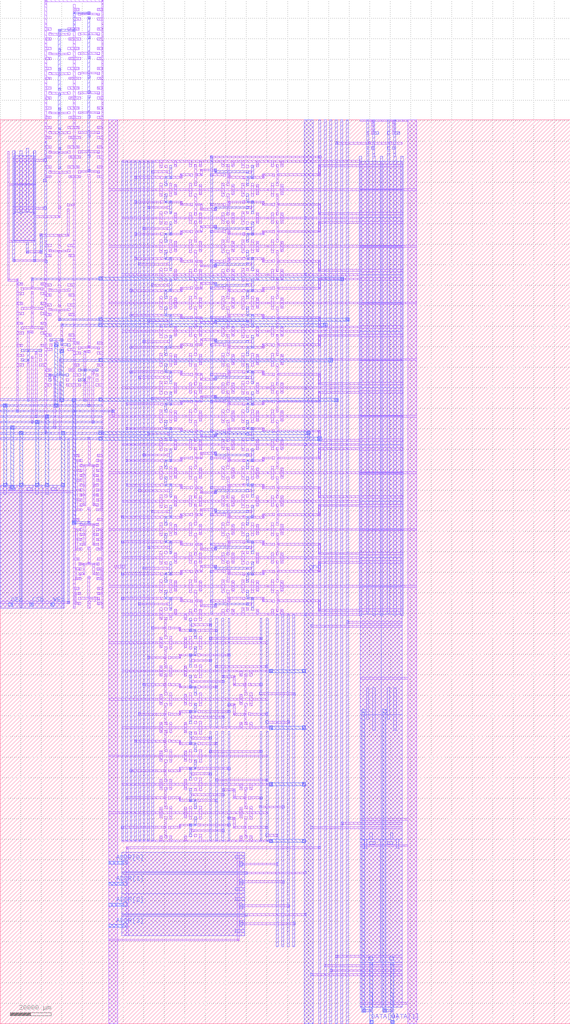
<source format=lef>
VERSION 5.4 ;
NAMESCASESENSITIVE ON ;
BUSBITCHARS "[]" ;
DIVIDERCHAR "/" ;
UNITS
  DATABASE MICRONS 1000 ;
END UNITS
SITE  MacroSite
   CLASS Core ;
   SIZE 277800.0 by 440700.0 ;
END  MacroSite
MACRO sram_2_16_1_scn3me_subm
   CLASS BLOCK ;
   SIZE 277800.0 BY 440700.0 ;
   SYMMETRY X Y R90 ;
   SITE MacroSite ;
   PIN DATA[0]
      DIRECTION INOUT ;
      PORT
         LAYER metal2 ;
         RECT  180000.0 0.0 180900.0 1800.0 ;
      END
   END DATA[0]
   PIN DATA[1]
      DIRECTION INOUT ;
      PORT
         LAYER metal2 ;
         RECT  190200.0 0.0 191100.0 1800.0 ;
      END
   END DATA[1]
   PIN ADDR[0]
      DIRECTION INPUT ;
      PORT
         LAYER metal3 ;
         RECT  52800.0 77700.0 60000.0 79200.0 ;
      END
   END ADDR[0]
   PIN ADDR[1]
      DIRECTION INPUT ;
      PORT
         LAYER metal3 ;
         RECT  52800.0 67500.0 60000.0 69000.0 ;
      END
   END ADDR[1]
   PIN ADDR[2]
      DIRECTION INPUT ;
      PORT
         LAYER metal3 ;
         RECT  52800.0 57300.0 60000.0 58800.0 ;
      END
   END ADDR[2]
   PIN ADDR[3]
      DIRECTION INPUT ;
      PORT
         LAYER metal3 ;
         RECT  52800.0 47100.0 60000.0 48600.0 ;
      END
   END ADDR[3]
   PIN CSb
      DIRECTION INPUT ;
      PORT
         LAYER metal3 ;
         RECT  14400.0 203400.0 16200.0 205200.0 ;
      END
   END CSb
   PIN WEb
      DIRECTION INPUT ;
      PORT
         LAYER metal3 ;
         RECT  24600.0 203400.0 26400.0 205200.0 ;
      END
   END WEb
   PIN OEb
      DIRECTION INPUT ;
      PORT
         LAYER metal3 ;
         RECT  4200.0 203400.0 6000.0 205200.0 ;
      END
   END OEb
   PIN clk
      DIRECTION INPUT ;
      PORT
         LAYER metal1 ;
         RECT  42600.0 202500.0 43800.0 206100.0 ;
      END
   END clk
   PIN vdd
      DIRECTION INOUT ;
      USE POWER ; 
      SHAPE ABUTMENT ; 
      PORT
         LAYER metal1 ;
         RECT  198600.0 0.0 203100.0 440700.0 ;
         LAYER metal1 ;
         RECT  52800.0 0.0 57300.0 440700.0 ;
      END
   END vdd
   PIN gnd
      DIRECTION INOUT ;
      USE GROUND ; 
      SHAPE ABUTMENT ; 
      PORT
         LAYER metal2 ;
         RECT  148050.0 0.0 152550.0 440700.0 ;
      END
   END gnd
   OBS
   LAYER  metal1 ;
      RECT  54600.0 295950.0 55500.0 298650.0 ;
      RECT  97500.0 205650.0 98400.0 206550.0 ;
      RECT  97500.0 203250.0 98400.0 204150.0 ;
      RECT  96150.0 205650.0 97950.0 206550.0 ;
      RECT  97500.0 203700.0 98400.0 206100.0 ;
      RECT  97950.0 203250.0 99900.0 204150.0 ;
      RECT  154950.0 205650.0 155850.0 206550.0 ;
      RECT  154950.0 201150.0 155850.0 202050.0 ;
      RECT  136050.0 205650.0 155400.0 206550.0 ;
      RECT  154950.0 201600.0 155850.0 206100.0 ;
      RECT  155400.0 201150.0 174900.0 202050.0 ;
      RECT  97500.0 220050.0 98400.0 220950.0 ;
      RECT  97500.0 222450.0 98400.0 223350.0 ;
      RECT  96150.0 220050.0 97950.0 220950.0 ;
      RECT  97500.0 220500.0 98400.0 222900.0 ;
      RECT  97950.0 222450.0 99900.0 223350.0 ;
      RECT  154950.0 220050.0 155850.0 220950.0 ;
      RECT  154950.0 224550.0 155850.0 225450.0 ;
      RECT  136050.0 220050.0 155400.0 220950.0 ;
      RECT  154950.0 220500.0 155850.0 225000.0 ;
      RECT  155400.0 224550.0 174900.0 225450.0 ;
      RECT  97500.0 233250.0 98400.0 234150.0 ;
      RECT  97500.0 230850.0 98400.0 231750.0 ;
      RECT  96150.0 233250.0 97950.0 234150.0 ;
      RECT  97500.0 231300.0 98400.0 233700.0 ;
      RECT  97950.0 230850.0 99900.0 231750.0 ;
      RECT  154950.0 233250.0 155850.0 234150.0 ;
      RECT  154950.0 228750.0 155850.0 229650.0 ;
      RECT  136050.0 233250.0 155400.0 234150.0 ;
      RECT  154950.0 229200.0 155850.0 233700.0 ;
      RECT  155400.0 228750.0 174900.0 229650.0 ;
      RECT  97500.0 247650.0 98400.0 248550.0 ;
      RECT  97500.0 250050.0 98400.0 250950.0 ;
      RECT  96150.0 247650.0 97950.0 248550.0 ;
      RECT  97500.0 248100.0 98400.0 250500.0 ;
      RECT  97950.0 250050.0 99900.0 250950.0 ;
      RECT  154950.0 247650.0 155850.0 248550.0 ;
      RECT  154950.0 252150.0 155850.0 253050.0 ;
      RECT  136050.0 247650.0 155400.0 248550.0 ;
      RECT  154950.0 248100.0 155850.0 252600.0 ;
      RECT  155400.0 252150.0 174900.0 253050.0 ;
      RECT  97500.0 260850.0 98400.0 261750.0 ;
      RECT  97500.0 258450.0 98400.0 259350.0 ;
      RECT  96150.0 260850.0 97950.0 261750.0 ;
      RECT  97500.0 258900.0 98400.0 261300.0 ;
      RECT  97950.0 258450.0 99900.0 259350.0 ;
      RECT  154950.0 260850.0 155850.0 261750.0 ;
      RECT  154950.0 256350.0 155850.0 257250.0 ;
      RECT  136050.0 260850.0 155400.0 261750.0 ;
      RECT  154950.0 256800.0 155850.0 261300.0 ;
      RECT  155400.0 256350.0 174900.0 257250.0 ;
      RECT  97500.0 275250.0 98400.0 276150.0 ;
      RECT  97500.0 277650.0 98400.0 278550.0 ;
      RECT  96150.0 275250.0 97950.0 276150.0 ;
      RECT  97500.0 275700.0 98400.0 278100.0 ;
      RECT  97950.0 277650.0 99900.0 278550.0 ;
      RECT  154950.0 275250.0 155850.0 276150.0 ;
      RECT  154950.0 279750.0 155850.0 280650.0 ;
      RECT  136050.0 275250.0 155400.0 276150.0 ;
      RECT  154950.0 275700.0 155850.0 280200.0 ;
      RECT  155400.0 279750.0 174900.0 280650.0 ;
      RECT  97500.0 288450.0 98400.0 289350.0 ;
      RECT  97500.0 286050.0 98400.0 286950.0 ;
      RECT  96150.0 288450.0 97950.0 289350.0 ;
      RECT  97500.0 286500.0 98400.0 288900.0 ;
      RECT  97950.0 286050.0 99900.0 286950.0 ;
      RECT  154950.0 288450.0 155850.0 289350.0 ;
      RECT  154950.0 283950.0 155850.0 284850.0 ;
      RECT  136050.0 288450.0 155400.0 289350.0 ;
      RECT  154950.0 284400.0 155850.0 288900.0 ;
      RECT  155400.0 283950.0 174900.0 284850.0 ;
      RECT  97500.0 302850.0 98400.0 303750.0 ;
      RECT  97500.0 305250.0 98400.0 306150.0 ;
      RECT  96150.0 302850.0 97950.0 303750.0 ;
      RECT  97500.0 303300.0 98400.0 305700.0 ;
      RECT  97950.0 305250.0 99900.0 306150.0 ;
      RECT  154950.0 302850.0 155850.0 303750.0 ;
      RECT  154950.0 307350.0 155850.0 308250.0 ;
      RECT  136050.0 302850.0 155400.0 303750.0 ;
      RECT  154950.0 303300.0 155850.0 307800.0 ;
      RECT  155400.0 307350.0 174900.0 308250.0 ;
      RECT  97500.0 316050.0 98400.0 316950.0 ;
      RECT  97500.0 313650.0 98400.0 314550.0 ;
      RECT  96150.0 316050.0 97950.0 316950.0 ;
      RECT  97500.0 314100.0 98400.0 316500.0 ;
      RECT  97950.0 313650.0 99900.0 314550.0 ;
      RECT  154950.0 316050.0 155850.0 316950.0 ;
      RECT  154950.0 311550.0 155850.0 312450.0 ;
      RECT  136050.0 316050.0 155400.0 316950.0 ;
      RECT  154950.0 312000.0 155850.0 316500.0 ;
      RECT  155400.0 311550.0 174900.0 312450.0 ;
      RECT  97500.0 330450.0 98400.0 331350.0 ;
      RECT  97500.0 332850.0 98400.0 333750.0 ;
      RECT  96150.0 330450.0 97950.0 331350.0 ;
      RECT  97500.0 330900.0 98400.0 333300.0 ;
      RECT  97950.0 332850.0 99900.0 333750.0 ;
      RECT  154950.0 330450.0 155850.0 331350.0 ;
      RECT  154950.0 334950.0 155850.0 335850.0 ;
      RECT  136050.0 330450.0 155400.0 331350.0 ;
      RECT  154950.0 330900.0 155850.0 335400.0 ;
      RECT  155400.0 334950.0 174900.0 335850.0 ;
      RECT  97500.0 343650.0 98400.0 344550.0 ;
      RECT  97500.0 341250.0 98400.0 342150.0 ;
      RECT  96150.0 343650.0 97950.0 344550.0 ;
      RECT  97500.0 341700.0 98400.0 344100.0 ;
      RECT  97950.0 341250.0 99900.0 342150.0 ;
      RECT  154950.0 343650.0 155850.0 344550.0 ;
      RECT  154950.0 339150.0 155850.0 340050.0 ;
      RECT  136050.0 343650.0 155400.0 344550.0 ;
      RECT  154950.0 339600.0 155850.0 344100.0 ;
      RECT  155400.0 339150.0 174900.0 340050.0 ;
      RECT  97500.0 358050.0 98400.0 358950.0 ;
      RECT  97500.0 360450.0 98400.0 361350.0 ;
      RECT  96150.0 358050.0 97950.0 358950.0 ;
      RECT  97500.0 358500.0 98400.0 360900.0 ;
      RECT  97950.0 360450.0 99900.0 361350.0 ;
      RECT  154950.0 358050.0 155850.0 358950.0 ;
      RECT  154950.0 362550.0 155850.0 363450.0 ;
      RECT  136050.0 358050.0 155400.0 358950.0 ;
      RECT  154950.0 358500.0 155850.0 363000.0 ;
      RECT  155400.0 362550.0 174900.0 363450.0 ;
      RECT  97500.0 371250.0 98400.0 372150.0 ;
      RECT  97500.0 368850.0 98400.0 369750.0 ;
      RECT  96150.0 371250.0 97950.0 372150.0 ;
      RECT  97500.0 369300.0 98400.0 371700.0 ;
      RECT  97950.0 368850.0 99900.0 369750.0 ;
      RECT  154950.0 371250.0 155850.0 372150.0 ;
      RECT  154950.0 366750.0 155850.0 367650.0 ;
      RECT  136050.0 371250.0 155400.0 372150.0 ;
      RECT  154950.0 367200.0 155850.0 371700.0 ;
      RECT  155400.0 366750.0 174900.0 367650.0 ;
      RECT  97500.0 385650.0 98400.0 386550.0 ;
      RECT  97500.0 388050.0 98400.0 388950.0 ;
      RECT  96150.0 385650.0 97950.0 386550.0 ;
      RECT  97500.0 386100.0 98400.0 388500.0 ;
      RECT  97950.0 388050.0 99900.0 388950.0 ;
      RECT  154950.0 385650.0 155850.0 386550.0 ;
      RECT  154950.0 390150.0 155850.0 391050.0 ;
      RECT  136050.0 385650.0 155400.0 386550.0 ;
      RECT  154950.0 386100.0 155850.0 390600.0 ;
      RECT  155400.0 390150.0 174900.0 391050.0 ;
      RECT  97500.0 398850.0 98400.0 399750.0 ;
      RECT  97500.0 396450.0 98400.0 397350.0 ;
      RECT  96150.0 398850.0 97950.0 399750.0 ;
      RECT  97500.0 396900.0 98400.0 399300.0 ;
      RECT  97950.0 396450.0 99900.0 397350.0 ;
      RECT  154950.0 398850.0 155850.0 399750.0 ;
      RECT  154950.0 394350.0 155850.0 395250.0 ;
      RECT  136050.0 398850.0 155400.0 399750.0 ;
      RECT  154950.0 394800.0 155850.0 399300.0 ;
      RECT  155400.0 394350.0 174900.0 395250.0 ;
      RECT  97500.0 413250.0 98400.0 414150.0 ;
      RECT  97500.0 415650.0 98400.0 416550.0 ;
      RECT  96150.0 413250.0 97950.0 414150.0 ;
      RECT  97500.0 413700.0 98400.0 416100.0 ;
      RECT  97950.0 415650.0 99900.0 416550.0 ;
      RECT  154950.0 413250.0 155850.0 414150.0 ;
      RECT  154950.0 417750.0 155850.0 418650.0 ;
      RECT  136050.0 413250.0 155400.0 414150.0 ;
      RECT  154950.0 413700.0 155850.0 418200.0 ;
      RECT  155400.0 417750.0 174900.0 418650.0 ;
      RECT  106200.0 199050.0 175500.0 199950.0 ;
      RECT  106200.0 226650.0 175500.0 227550.0 ;
      RECT  106200.0 254250.0 175500.0 255150.0 ;
      RECT  106200.0 281850.0 175500.0 282750.0 ;
      RECT  106200.0 309450.0 175500.0 310350.0 ;
      RECT  106200.0 337050.0 175500.0 337950.0 ;
      RECT  106200.0 364650.0 175500.0 365550.0 ;
      RECT  106200.0 392250.0 175500.0 393150.0 ;
      RECT  106200.0 419850.0 175500.0 420750.0 ;
      RECT  52800.0 212850.0 203100.0 213750.0 ;
      RECT  52800.0 240450.0 203100.0 241350.0 ;
      RECT  52800.0 268050.0 203100.0 268950.0 ;
      RECT  52800.0 295650.0 203100.0 296550.0 ;
      RECT  52800.0 323250.0 203100.0 324150.0 ;
      RECT  52800.0 350850.0 203100.0 351750.0 ;
      RECT  52800.0 378450.0 203100.0 379350.0 ;
      RECT  52800.0 406050.0 203100.0 406950.0 ;
      RECT  130500.0 91350.0 135000.0 92250.0 ;
      RECT  127500.0 105150.0 137700.0 106050.0 ;
      RECT  130500.0 146550.0 140400.0 147450.0 ;
      RECT  127500.0 160350.0 143100.0 161250.0 ;
      RECT  130500.0 88650.0 132000.0 89550.0 ;
      RECT  130500.0 116250.0 132000.0 117150.0 ;
      RECT  130500.0 143850.0 132000.0 144750.0 ;
      RECT  130500.0 171450.0 132000.0 172350.0 ;
      RECT  52800.0 102450.0 130500.0 103350.0 ;
      RECT  52800.0 130050.0 130500.0 130950.0 ;
      RECT  52800.0 157650.0 130500.0 158550.0 ;
      RECT  52800.0 185250.0 130500.0 186150.0 ;
      RECT  117900.0 77400.0 135000.0 78300.0 ;
      RECT  117900.0 68700.0 137700.0 69600.0 ;
      RECT  117900.0 57000.0 140400.0 57900.0 ;
      RECT  117900.0 48300.0 143100.0 49200.0 ;
      RECT  119100.0 73050.0 149250.0 73950.0 ;
      RECT  119100.0 52650.0 149250.0 53550.0 ;
      RECT  115500.0 40350.0 116400.0 41250.0 ;
      RECT  115500.0 40800.0 116400.0 42900.0 ;
      RECT  52800.0 40350.0 115950.0 41250.0 ;
      RECT  163800.0 32400.0 175500.0 33300.0 ;
      RECT  158400.0 27900.0 175500.0 28800.0 ;
      RECT  161100.0 25500.0 175500.0 26400.0 ;
      RECT  163800.0 428700.0 175500.0 429600.0 ;
      RECT  166500.0 97200.0 175500.0 98100.0 ;
      RECT  169200.0 195300.0 175500.0 196200.0 ;
      RECT  61500.0 85350.0 62400.0 86250.0 ;
      RECT  61500.0 83700.0 62400.0 85800.0 ;
      RECT  61950.0 85350.0 155700.0 86250.0 ;
      RECT  103050.0 421950.0 156600.0 422850.0 ;
      RECT  175500.0 439800.0 198600.0 440700.0 ;
      RECT  175500.0 168000.0 198600.0 168900.0 ;
      RECT  175500.0 99300.0 198600.0 100200.0 ;
      RECT  175500.0 86400.0 198600.0 87300.0 ;
      RECT  175500.0 9600.0 198600.0 10500.0 ;
      RECT  152550.0 23400.0 175500.0 24300.0 ;
      RECT  152550.0 193200.0 175500.0 194100.0 ;
      RECT  152550.0 95100.0 175500.0 96000.0 ;
      RECT  175500.0 199500.0 185700.0 213300.0 ;
      RECT  175500.0 227100.0 185700.0 213300.0 ;
      RECT  175500.0 227100.0 185700.0 240900.0 ;
      RECT  175500.0 254700.0 185700.0 240900.0 ;
      RECT  175500.0 254700.0 185700.0 268500.0 ;
      RECT  175500.0 282300.0 185700.0 268500.0 ;
      RECT  175500.0 282300.0 185700.0 296100.0 ;
      RECT  175500.0 309900.0 185700.0 296100.0 ;
      RECT  175500.0 309900.0 185700.0 323700.0 ;
      RECT  175500.0 337500.0 185700.0 323700.0 ;
      RECT  175500.0 337500.0 185700.0 351300.0 ;
      RECT  175500.0 365100.0 185700.0 351300.0 ;
      RECT  175500.0 365100.0 185700.0 378900.0 ;
      RECT  175500.0 392700.0 185700.0 378900.0 ;
      RECT  175500.0 392700.0 185700.0 406500.0 ;
      RECT  175500.0 420300.0 185700.0 406500.0 ;
      RECT  185700.0 199500.0 195900.0 213300.0 ;
      RECT  185700.0 227100.0 195900.0 213300.0 ;
      RECT  185700.0 227100.0 195900.0 240900.0 ;
      RECT  185700.0 254700.0 195900.0 240900.0 ;
      RECT  185700.0 254700.0 195900.0 268500.0 ;
      RECT  185700.0 282300.0 195900.0 268500.0 ;
      RECT  185700.0 282300.0 195900.0 296100.0 ;
      RECT  185700.0 309900.0 195900.0 296100.0 ;
      RECT  185700.0 309900.0 195900.0 323700.0 ;
      RECT  185700.0 337500.0 195900.0 323700.0 ;
      RECT  185700.0 337500.0 195900.0 351300.0 ;
      RECT  185700.0 365100.0 195900.0 351300.0 ;
      RECT  185700.0 365100.0 195900.0 378900.0 ;
      RECT  185700.0 392700.0 195900.0 378900.0 ;
      RECT  185700.0 392700.0 195900.0 406500.0 ;
      RECT  185700.0 420300.0 195900.0 406500.0 ;
      RECT  174900.0 201000.0 196500.0 202200.0 ;
      RECT  174900.0 224400.0 196500.0 225600.0 ;
      RECT  174900.0 228600.0 196500.0 229800.0 ;
      RECT  174900.0 252000.0 196500.0 253200.0 ;
      RECT  174900.0 256200.0 196500.0 257400.0 ;
      RECT  174900.0 279600.0 196500.0 280800.0 ;
      RECT  174900.0 283800.0 196500.0 285000.0 ;
      RECT  174900.0 307200.0 196500.0 308400.0 ;
      RECT  174900.0 311400.0 196500.0 312600.0 ;
      RECT  174900.0 334800.0 196500.0 336000.0 ;
      RECT  174900.0 339000.0 196500.0 340200.0 ;
      RECT  174900.0 362400.0 196500.0 363600.0 ;
      RECT  174900.0 366600.0 196500.0 367800.0 ;
      RECT  174900.0 390000.0 196500.0 391200.0 ;
      RECT  174900.0 394200.0 196500.0 395400.0 ;
      RECT  174900.0 417600.0 196500.0 418800.0 ;
      RECT  174900.0 212700.0 196500.0 213600.0 ;
      RECT  174900.0 240300.0 196500.0 241200.0 ;
      RECT  174900.0 267900.0 196500.0 268800.0 ;
      RECT  174900.0 295500.0 196500.0 296400.0 ;
      RECT  174900.0 323100.0 196500.0 324000.0 ;
      RECT  174900.0 350700.0 196500.0 351600.0 ;
      RECT  174900.0 378300.0 196500.0 379200.0 ;
      RECT  174900.0 405900.0 196500.0 406800.0 ;
      RECT  180900.0 433500.0 182100.0 440700.0 ;
      RECT  178500.0 426300.0 179700.0 427500.0 ;
      RECT  180900.0 426300.0 182100.0 427500.0 ;
      RECT  180900.0 426300.0 182100.0 427500.0 ;
      RECT  178500.0 426300.0 179700.0 427500.0 ;
      RECT  178500.0 433500.0 179700.0 434700.0 ;
      RECT  180900.0 433500.0 182100.0 434700.0 ;
      RECT  180900.0 433500.0 182100.0 434700.0 ;
      RECT  178500.0 433500.0 179700.0 434700.0 ;
      RECT  180900.0 433500.0 182100.0 434700.0 ;
      RECT  183300.0 433500.0 184500.0 434700.0 ;
      RECT  183300.0 433500.0 184500.0 434700.0 ;
      RECT  180900.0 433500.0 182100.0 434700.0 ;
      RECT  180600.0 428550.0 179400.0 429750.0 ;
      RECT  180900.0 438900.0 182100.0 440100.0 ;
      RECT  178500.0 426300.0 179700.0 427500.0 ;
      RECT  180900.0 426300.0 182100.0 427500.0 ;
      RECT  178500.0 433500.0 179700.0 434700.0 ;
      RECT  183300.0 433500.0 184500.0 434700.0 ;
      RECT  175500.0 428700.0 185700.0 429600.0 ;
      RECT  175500.0 439800.0 185700.0 440700.0 ;
      RECT  191100.0 433500.0 192300.0 440700.0 ;
      RECT  188700.0 426300.0 189900.0 427500.0 ;
      RECT  191100.0 426300.0 192300.0 427500.0 ;
      RECT  191100.0 426300.0 192300.0 427500.0 ;
      RECT  188700.0 426300.0 189900.0 427500.0 ;
      RECT  188700.0 433500.0 189900.0 434700.0 ;
      RECT  191100.0 433500.0 192300.0 434700.0 ;
      RECT  191100.0 433500.0 192300.0 434700.0 ;
      RECT  188700.0 433500.0 189900.0 434700.0 ;
      RECT  191100.0 433500.0 192300.0 434700.0 ;
      RECT  193500.0 433500.0 194700.0 434700.0 ;
      RECT  193500.0 433500.0 194700.0 434700.0 ;
      RECT  191100.0 433500.0 192300.0 434700.0 ;
      RECT  190800.0 428550.0 189600.0 429750.0 ;
      RECT  191100.0 438900.0 192300.0 440100.0 ;
      RECT  188700.0 426300.0 189900.0 427500.0 ;
      RECT  191100.0 426300.0 192300.0 427500.0 ;
      RECT  188700.0 433500.0 189900.0 434700.0 ;
      RECT  193500.0 433500.0 194700.0 434700.0 ;
      RECT  185700.0 428700.0 195900.0 429600.0 ;
      RECT  185700.0 439800.0 195900.0 440700.0 ;
      RECT  175500.0 428700.0 195900.0 429600.0 ;
      RECT  175500.0 439800.0 195900.0 440700.0 ;
      RECT  175500.0 150600.0 185700.0 199500.0 ;
      RECT  185700.0 150600.0 195900.0 199500.0 ;
      RECT  175500.0 195300.0 195900.0 196200.0 ;
      RECT  175500.0 168000.0 195900.0 168900.0 ;
      RECT  175500.0 193200.0 195900.0 194100.0 ;
      RECT  175500.0 90000.0 185700.0 150600.0 ;
      RECT  185700.0 90000.0 195900.0 150600.0 ;
      RECT  175500.0 97200.0 195900.0 98100.0 ;
      RECT  175500.0 99300.0 195900.0 100200.0 ;
      RECT  175500.0 95100.0 195900.0 96000.0 ;
      RECT  175500.0 30000.0 185700.0 90000.0 ;
      RECT  195900.0 30000.0 185700.0 90000.0 ;
      RECT  175500.0 32400.0 195900.0 33300.0 ;
      RECT  175500.0 86400.0 195900.0 87300.0 ;
      RECT  175500.0 30000.0 185700.0 8100.0 ;
      RECT  185700.0 30000.0 195900.0 8100.0 ;
      RECT  175500.0 26400.0 195900.0 25500.0 ;
      RECT  175500.0 28800.0 195900.0 27900.0 ;
      RECT  175500.0 10500.0 195900.0 9600.0 ;
      RECT  175500.0 24300.0 195900.0 23400.0 ;
      RECT  87750.0 206850.0 88650.0 207750.0 ;
      RECT  87750.0 205650.0 88650.0 206550.0 ;
      RECT  83700.0 206850.0 88200.0 207750.0 ;
      RECT  87750.0 206100.0 88650.0 207300.0 ;
      RECT  88200.0 205650.0 92700.0 206550.0 ;
      RECT  87750.0 218850.0 88650.0 219750.0 ;
      RECT  87750.0 220050.0 88650.0 220950.0 ;
      RECT  83700.0 218850.0 88200.0 219750.0 ;
      RECT  87750.0 219300.0 88650.0 220500.0 ;
      RECT  88200.0 220050.0 92700.0 220950.0 ;
      RECT  87750.0 234450.0 88650.0 235350.0 ;
      RECT  87750.0 233250.0 88650.0 234150.0 ;
      RECT  83700.0 234450.0 88200.0 235350.0 ;
      RECT  87750.0 233700.0 88650.0 234900.0 ;
      RECT  88200.0 233250.0 92700.0 234150.0 ;
      RECT  87750.0 246450.0 88650.0 247350.0 ;
      RECT  87750.0 247650.0 88650.0 248550.0 ;
      RECT  83700.0 246450.0 88200.0 247350.0 ;
      RECT  87750.0 246900.0 88650.0 248100.0 ;
      RECT  88200.0 247650.0 92700.0 248550.0 ;
      RECT  87750.0 262050.0 88650.0 262950.0 ;
      RECT  87750.0 260850.0 88650.0 261750.0 ;
      RECT  83700.0 262050.0 88200.0 262950.0 ;
      RECT  87750.0 261300.0 88650.0 262500.0 ;
      RECT  88200.0 260850.0 92700.0 261750.0 ;
      RECT  87750.0 274050.0 88650.0 274950.0 ;
      RECT  87750.0 275250.0 88650.0 276150.0 ;
      RECT  83700.0 274050.0 88200.0 274950.0 ;
      RECT  87750.0 274500.0 88650.0 275700.0 ;
      RECT  88200.0 275250.0 92700.0 276150.0 ;
      RECT  87750.0 289650.0 88650.0 290550.0 ;
      RECT  87750.0 288450.0 88650.0 289350.0 ;
      RECT  83700.0 289650.0 88200.0 290550.0 ;
      RECT  87750.0 288900.0 88650.0 290100.0 ;
      RECT  88200.0 288450.0 92700.0 289350.0 ;
      RECT  87750.0 301650.0 88650.0 302550.0 ;
      RECT  87750.0 302850.0 88650.0 303750.0 ;
      RECT  83700.0 301650.0 88200.0 302550.0 ;
      RECT  87750.0 302100.0 88650.0 303300.0 ;
      RECT  88200.0 302850.0 92700.0 303750.0 ;
      RECT  87750.0 317250.0 88650.0 318150.0 ;
      RECT  87750.0 316050.0 88650.0 316950.0 ;
      RECT  83700.0 317250.0 88200.0 318150.0 ;
      RECT  87750.0 316500.0 88650.0 317700.0 ;
      RECT  88200.0 316050.0 92700.0 316950.0 ;
      RECT  87750.0 329250.0 88650.0 330150.0 ;
      RECT  87750.0 330450.0 88650.0 331350.0 ;
      RECT  83700.0 329250.0 88200.0 330150.0 ;
      RECT  87750.0 329700.0 88650.0 330900.0 ;
      RECT  88200.0 330450.0 92700.0 331350.0 ;
      RECT  87750.0 344850.0 88650.0 345750.0 ;
      RECT  87750.0 343650.0 88650.0 344550.0 ;
      RECT  83700.0 344850.0 88200.0 345750.0 ;
      RECT  87750.0 344100.0 88650.0 345300.0 ;
      RECT  88200.0 343650.0 92700.0 344550.0 ;
      RECT  87750.0 356850.0 88650.0 357750.0 ;
      RECT  87750.0 358050.0 88650.0 358950.0 ;
      RECT  83700.0 356850.0 88200.0 357750.0 ;
      RECT  87750.0 357300.0 88650.0 358500.0 ;
      RECT  88200.0 358050.0 92700.0 358950.0 ;
      RECT  87750.0 372450.0 88650.0 373350.0 ;
      RECT  87750.0 371250.0 88650.0 372150.0 ;
      RECT  83700.0 372450.0 88200.0 373350.0 ;
      RECT  87750.0 371700.0 88650.0 372900.0 ;
      RECT  88200.0 371250.0 92700.0 372150.0 ;
      RECT  87750.0 384450.0 88650.0 385350.0 ;
      RECT  87750.0 385650.0 88650.0 386550.0 ;
      RECT  83700.0 384450.0 88200.0 385350.0 ;
      RECT  87750.0 384900.0 88650.0 386100.0 ;
      RECT  88200.0 385650.0 92700.0 386550.0 ;
      RECT  87750.0 400050.0 88650.0 400950.0 ;
      RECT  87750.0 398850.0 88650.0 399750.0 ;
      RECT  83700.0 400050.0 88200.0 400950.0 ;
      RECT  87750.0 399300.0 88650.0 400500.0 ;
      RECT  88200.0 398850.0 92700.0 399750.0 ;
      RECT  87750.0 412050.0 88650.0 412950.0 ;
      RECT  87750.0 413250.0 88650.0 414150.0 ;
      RECT  83700.0 412050.0 88200.0 412950.0 ;
      RECT  87750.0 412500.0 88650.0 413700.0 ;
      RECT  88200.0 413250.0 92700.0 414150.0 ;
      RECT  59550.0 95250.0 75900.0 96150.0 ;
      RECT  61650.0 109650.0 75900.0 110550.0 ;
      RECT  63750.0 122850.0 75900.0 123750.0 ;
      RECT  65850.0 137250.0 75900.0 138150.0 ;
      RECT  67950.0 150450.0 75900.0 151350.0 ;
      RECT  70050.0 164850.0 75900.0 165750.0 ;
      RECT  72150.0 178050.0 75900.0 178950.0 ;
      RECT  74250.0 192450.0 75900.0 193350.0 ;
      RECT  59550.0 206850.0 78300.0 207750.0 ;
      RECT  67950.0 204150.0 81300.0 205050.0 ;
      RECT  59550.0 218850.0 78300.0 219750.0 ;
      RECT  70050.0 221550.0 81300.0 222450.0 ;
      RECT  59550.0 234450.0 78300.0 235350.0 ;
      RECT  72150.0 231750.0 81300.0 232650.0 ;
      RECT  59550.0 246450.0 78300.0 247350.0 ;
      RECT  74250.0 249150.0 81300.0 250050.0 ;
      RECT  61650.0 262050.0 78300.0 262950.0 ;
      RECT  67950.0 259350.0 81300.0 260250.0 ;
      RECT  61650.0 274050.0 78300.0 274950.0 ;
      RECT  70050.0 276750.0 81300.0 277650.0 ;
      RECT  61650.0 289650.0 78300.0 290550.0 ;
      RECT  72150.0 286950.0 81300.0 287850.0 ;
      RECT  61650.0 301650.0 78300.0 302550.0 ;
      RECT  74250.0 304350.0 81300.0 305250.0 ;
      RECT  63750.0 317250.0 78300.0 318150.0 ;
      RECT  67950.0 314550.0 81300.0 315450.0 ;
      RECT  63750.0 329250.0 78300.0 330150.0 ;
      RECT  70050.0 331950.0 81300.0 332850.0 ;
      RECT  63750.0 344850.0 78300.0 345750.0 ;
      RECT  72150.0 342150.0 81300.0 343050.0 ;
      RECT  63750.0 356850.0 78300.0 357750.0 ;
      RECT  74250.0 359550.0 81300.0 360450.0 ;
      RECT  65850.0 372450.0 78300.0 373350.0 ;
      RECT  67950.0 369750.0 81300.0 370650.0 ;
      RECT  65850.0 384450.0 78300.0 385350.0 ;
      RECT  70050.0 387150.0 81300.0 388050.0 ;
      RECT  65850.0 400050.0 78300.0 400950.0 ;
      RECT  72150.0 397350.0 81300.0 398250.0 ;
      RECT  65850.0 412050.0 78300.0 412950.0 ;
      RECT  74250.0 414750.0 81300.0 415650.0 ;
      RECT  114450.0 95250.0 113550.0 96150.0 ;
      RECT  114450.0 99750.0 113550.0 100650.0 ;
      RECT  118650.0 95250.0 114000.0 96150.0 ;
      RECT  114450.0 95700.0 113550.0 100200.0 ;
      RECT  114000.0 99750.0 111450.0 100650.0 ;
      RECT  130050.0 95250.0 122100.0 96150.0 ;
      RECT  114450.0 109650.0 113550.0 110550.0 ;
      RECT  114450.0 113550.0 113550.0 114450.0 ;
      RECT  118650.0 109650.0 114000.0 110550.0 ;
      RECT  114450.0 110100.0 113550.0 114000.0 ;
      RECT  114000.0 113550.0 108450.0 114450.0 ;
      RECT  127050.0 109650.0 122100.0 110550.0 ;
      RECT  130050.0 118350.0 105450.0 119250.0 ;
      RECT  127050.0 132150.0 102450.0 133050.0 ;
      RECT  111450.0 96450.0 97500.0 97350.0 ;
      RECT  108450.0 93750.0 94500.0 94650.0 ;
      RECT  105450.0 108450.0 97500.0 109350.0 ;
      RECT  108450.0 111150.0 94500.0 112050.0 ;
      RECT  111450.0 124050.0 97500.0 124950.0 ;
      RECT  102450.0 121350.0 94500.0 122250.0 ;
      RECT  105450.0 136050.0 97500.0 136950.0 ;
      RECT  102450.0 138750.0 94500.0 139650.0 ;
      RECT  88050.0 96450.0 87150.0 97350.0 ;
      RECT  88050.0 95250.0 87150.0 96150.0 ;
      RECT  92100.0 96450.0 87600.0 97350.0 ;
      RECT  88050.0 95700.0 87150.0 96900.0 ;
      RECT  87600.0 95250.0 83100.0 96150.0 ;
      RECT  88050.0 108450.0 87150.0 109350.0 ;
      RECT  88050.0 109650.0 87150.0 110550.0 ;
      RECT  92100.0 108450.0 87600.0 109350.0 ;
      RECT  88050.0 108900.0 87150.0 110100.0 ;
      RECT  87600.0 109650.0 83100.0 110550.0 ;
      RECT  88050.0 124050.0 87150.0 124950.0 ;
      RECT  88050.0 122850.0 87150.0 123750.0 ;
      RECT  92100.0 124050.0 87600.0 124950.0 ;
      RECT  88050.0 123300.0 87150.0 124500.0 ;
      RECT  87600.0 122850.0 83100.0 123750.0 ;
      RECT  88050.0 136050.0 87150.0 136950.0 ;
      RECT  88050.0 137250.0 87150.0 138150.0 ;
      RECT  92100.0 136050.0 87600.0 136950.0 ;
      RECT  88050.0 136500.0 87150.0 137700.0 ;
      RECT  87600.0 137250.0 83100.0 138150.0 ;
      RECT  117900.0 100950.0 116700.0 102900.0 ;
      RECT  117900.0 89100.0 116700.0 91050.0 ;
      RECT  122700.0 90450.0 121500.0 88650.0 ;
      RECT  122700.0 99750.0 121500.0 103350.0 ;
      RECT  120000.0 90450.0 119100.0 99750.0 ;
      RECT  122700.0 99750.0 121500.0 100950.0 ;
      RECT  120300.0 99750.0 119100.0 100950.0 ;
      RECT  120300.0 99750.0 119100.0 100950.0 ;
      RECT  122700.0 99750.0 121500.0 100950.0 ;
      RECT  122700.0 90450.0 121500.0 91650.0 ;
      RECT  120300.0 90450.0 119100.0 91650.0 ;
      RECT  120300.0 90450.0 119100.0 91650.0 ;
      RECT  122700.0 90450.0 121500.0 91650.0 ;
      RECT  117900.0 100350.0 116700.0 101550.0 ;
      RECT  117900.0 90450.0 116700.0 91650.0 ;
      RECT  122100.0 95100.0 120900.0 96300.0 ;
      RECT  122100.0 95100.0 120900.0 96300.0 ;
      RECT  119550.0 95250.0 118650.0 96150.0 ;
      RECT  124500.0 102450.0 114900.0 103350.0 ;
      RECT  124500.0 88650.0 114900.0 89550.0 ;
      RECT  117900.0 104850.0 116700.0 102900.0 ;
      RECT  117900.0 116700.0 116700.0 114750.0 ;
      RECT  122700.0 115350.0 121500.0 117150.0 ;
      RECT  122700.0 106050.0 121500.0 102450.0 ;
      RECT  120000.0 115350.0 119100.0 106050.0 ;
      RECT  122700.0 106050.0 121500.0 104850.0 ;
      RECT  120300.0 106050.0 119100.0 104850.0 ;
      RECT  120300.0 106050.0 119100.0 104850.0 ;
      RECT  122700.0 106050.0 121500.0 104850.0 ;
      RECT  122700.0 115350.0 121500.0 114150.0 ;
      RECT  120300.0 115350.0 119100.0 114150.0 ;
      RECT  120300.0 115350.0 119100.0 114150.0 ;
      RECT  122700.0 115350.0 121500.0 114150.0 ;
      RECT  117900.0 105450.0 116700.0 104250.0 ;
      RECT  117900.0 115350.0 116700.0 114150.0 ;
      RECT  122100.0 110700.0 120900.0 109500.0 ;
      RECT  122100.0 110700.0 120900.0 109500.0 ;
      RECT  119550.0 110550.0 118650.0 109650.0 ;
      RECT  124500.0 103350.0 114900.0 102450.0 ;
      RECT  124500.0 117150.0 114900.0 116250.0 ;
      RECT  78900.0 100950.0 77700.0 102900.0 ;
      RECT  78900.0 89100.0 77700.0 91050.0 ;
      RECT  83700.0 90450.0 82500.0 88650.0 ;
      RECT  83700.0 99750.0 82500.0 103350.0 ;
      RECT  81000.0 90450.0 80100.0 99750.0 ;
      RECT  83700.0 99750.0 82500.0 100950.0 ;
      RECT  81300.0 99750.0 80100.0 100950.0 ;
      RECT  81300.0 99750.0 80100.0 100950.0 ;
      RECT  83700.0 99750.0 82500.0 100950.0 ;
      RECT  83700.0 90450.0 82500.0 91650.0 ;
      RECT  81300.0 90450.0 80100.0 91650.0 ;
      RECT  81300.0 90450.0 80100.0 91650.0 ;
      RECT  83700.0 90450.0 82500.0 91650.0 ;
      RECT  78900.0 100350.0 77700.0 101550.0 ;
      RECT  78900.0 90450.0 77700.0 91650.0 ;
      RECT  83100.0 95100.0 81900.0 96300.0 ;
      RECT  83100.0 95100.0 81900.0 96300.0 ;
      RECT  80550.0 95250.0 79650.0 96150.0 ;
      RECT  85500.0 102450.0 75900.0 103350.0 ;
      RECT  85500.0 88650.0 75900.0 89550.0 ;
      RECT  78900.0 104850.0 77700.0 102900.0 ;
      RECT  78900.0 116700.0 77700.0 114750.0 ;
      RECT  83700.0 115350.0 82500.0 117150.0 ;
      RECT  83700.0 106050.0 82500.0 102450.0 ;
      RECT  81000.0 115350.0 80100.0 106050.0 ;
      RECT  83700.0 106050.0 82500.0 104850.0 ;
      RECT  81300.0 106050.0 80100.0 104850.0 ;
      RECT  81300.0 106050.0 80100.0 104850.0 ;
      RECT  83700.0 106050.0 82500.0 104850.0 ;
      RECT  83700.0 115350.0 82500.0 114150.0 ;
      RECT  81300.0 115350.0 80100.0 114150.0 ;
      RECT  81300.0 115350.0 80100.0 114150.0 ;
      RECT  83700.0 115350.0 82500.0 114150.0 ;
      RECT  78900.0 105450.0 77700.0 104250.0 ;
      RECT  78900.0 115350.0 77700.0 114150.0 ;
      RECT  83100.0 110700.0 81900.0 109500.0 ;
      RECT  83100.0 110700.0 81900.0 109500.0 ;
      RECT  80550.0 110550.0 79650.0 109650.0 ;
      RECT  85500.0 103350.0 75900.0 102450.0 ;
      RECT  85500.0 117150.0 75900.0 116250.0 ;
      RECT  78900.0 128550.0 77700.0 130500.0 ;
      RECT  78900.0 116700.0 77700.0 118650.0 ;
      RECT  83700.0 118050.0 82500.0 116250.0 ;
      RECT  83700.0 127350.0 82500.0 130950.0 ;
      RECT  81000.0 118050.0 80100.0 127350.0 ;
      RECT  83700.0 127350.0 82500.0 128550.0 ;
      RECT  81300.0 127350.0 80100.0 128550.0 ;
      RECT  81300.0 127350.0 80100.0 128550.0 ;
      RECT  83700.0 127350.0 82500.0 128550.0 ;
      RECT  83700.0 118050.0 82500.0 119250.0 ;
      RECT  81300.0 118050.0 80100.0 119250.0 ;
      RECT  81300.0 118050.0 80100.0 119250.0 ;
      RECT  83700.0 118050.0 82500.0 119250.0 ;
      RECT  78900.0 127950.0 77700.0 129150.0 ;
      RECT  78900.0 118050.0 77700.0 119250.0 ;
      RECT  83100.0 122700.0 81900.0 123900.0 ;
      RECT  83100.0 122700.0 81900.0 123900.0 ;
      RECT  80550.0 122850.0 79650.0 123750.0 ;
      RECT  85500.0 130050.0 75900.0 130950.0 ;
      RECT  85500.0 116250.0 75900.0 117150.0 ;
      RECT  78900.0 132450.0 77700.0 130500.0 ;
      RECT  78900.0 144300.0 77700.0 142350.0 ;
      RECT  83700.0 142950.0 82500.0 144750.0 ;
      RECT  83700.0 133650.0 82500.0 130050.0 ;
      RECT  81000.0 142950.0 80100.0 133650.0 ;
      RECT  83700.0 133650.0 82500.0 132450.0 ;
      RECT  81300.0 133650.0 80100.0 132450.0 ;
      RECT  81300.0 133650.0 80100.0 132450.0 ;
      RECT  83700.0 133650.0 82500.0 132450.0 ;
      RECT  83700.0 142950.0 82500.0 141750.0 ;
      RECT  81300.0 142950.0 80100.0 141750.0 ;
      RECT  81300.0 142950.0 80100.0 141750.0 ;
      RECT  83700.0 142950.0 82500.0 141750.0 ;
      RECT  78900.0 133050.0 77700.0 131850.0 ;
      RECT  78900.0 142950.0 77700.0 141750.0 ;
      RECT  83100.0 138300.0 81900.0 137100.0 ;
      RECT  83100.0 138300.0 81900.0 137100.0 ;
      RECT  80550.0 138150.0 79650.0 137250.0 ;
      RECT  85500.0 130950.0 75900.0 130050.0 ;
      RECT  85500.0 144750.0 75900.0 143850.0 ;
      RECT  98100.0 91050.0 96900.0 88650.0 ;
      RECT  98100.0 99750.0 96900.0 103350.0 ;
      RECT  93300.0 99750.0 92100.0 103350.0 ;
      RECT  90900.0 100950.0 89700.0 102900.0 ;
      RECT  90900.0 89100.0 89700.0 91050.0 ;
      RECT  98100.0 99750.0 96900.0 100950.0 ;
      RECT  95700.0 99750.0 94500.0 100950.0 ;
      RECT  95700.0 99750.0 94500.0 100950.0 ;
      RECT  98100.0 99750.0 96900.0 100950.0 ;
      RECT  95700.0 99750.0 94500.0 100950.0 ;
      RECT  93300.0 99750.0 92100.0 100950.0 ;
      RECT  93300.0 99750.0 92100.0 100950.0 ;
      RECT  95700.0 99750.0 94500.0 100950.0 ;
      RECT  98100.0 91050.0 96900.0 92250.0 ;
      RECT  95700.0 91050.0 94500.0 92250.0 ;
      RECT  95700.0 91050.0 94500.0 92250.0 ;
      RECT  98100.0 91050.0 96900.0 92250.0 ;
      RECT  95700.0 91050.0 94500.0 92250.0 ;
      RECT  93300.0 91050.0 92100.0 92250.0 ;
      RECT  93300.0 91050.0 92100.0 92250.0 ;
      RECT  95700.0 91050.0 94500.0 92250.0 ;
      RECT  90900.0 100350.0 89700.0 101550.0 ;
      RECT  90900.0 90450.0 89700.0 91650.0 ;
      RECT  93300.0 93600.0 94500.0 94800.0 ;
      RECT  96300.0 96300.0 97500.0 97500.0 ;
      RECT  95700.0 99750.0 94500.0 100950.0 ;
      RECT  93300.0 91050.0 92100.0 92250.0 ;
      RECT  92100.0 96300.0 93300.0 97500.0 ;
      RECT  97500.0 96300.0 96300.0 97500.0 ;
      RECT  94500.0 93600.0 93300.0 94800.0 ;
      RECT  93300.0 96300.0 92100.0 97500.0 ;
      RECT  99900.0 102450.0 85500.0 103350.0 ;
      RECT  99900.0 88650.0 85500.0 89550.0 ;
      RECT  98100.0 114750.0 96900.0 117150.0 ;
      RECT  98100.0 106050.0 96900.0 102450.0 ;
      RECT  93300.0 106050.0 92100.0 102450.0 ;
      RECT  90900.0 104850.0 89700.0 102900.0 ;
      RECT  90900.0 116700.0 89700.0 114750.0 ;
      RECT  98100.0 106050.0 96900.0 104850.0 ;
      RECT  95700.0 106050.0 94500.0 104850.0 ;
      RECT  95700.0 106050.0 94500.0 104850.0 ;
      RECT  98100.0 106050.0 96900.0 104850.0 ;
      RECT  95700.0 106050.0 94500.0 104850.0 ;
      RECT  93300.0 106050.0 92100.0 104850.0 ;
      RECT  93300.0 106050.0 92100.0 104850.0 ;
      RECT  95700.0 106050.0 94500.0 104850.0 ;
      RECT  98100.0 114750.0 96900.0 113550.0 ;
      RECT  95700.0 114750.0 94500.0 113550.0 ;
      RECT  95700.0 114750.0 94500.0 113550.0 ;
      RECT  98100.0 114750.0 96900.0 113550.0 ;
      RECT  95700.0 114750.0 94500.0 113550.0 ;
      RECT  93300.0 114750.0 92100.0 113550.0 ;
      RECT  93300.0 114750.0 92100.0 113550.0 ;
      RECT  95700.0 114750.0 94500.0 113550.0 ;
      RECT  90900.0 105450.0 89700.0 104250.0 ;
      RECT  90900.0 115350.0 89700.0 114150.0 ;
      RECT  93300.0 112200.0 94500.0 111000.0 ;
      RECT  96300.0 109500.0 97500.0 108300.0 ;
      RECT  95700.0 106050.0 94500.0 104850.0 ;
      RECT  93300.0 114750.0 92100.0 113550.0 ;
      RECT  92100.0 109500.0 93300.0 108300.0 ;
      RECT  97500.0 109500.0 96300.0 108300.0 ;
      RECT  94500.0 112200.0 93300.0 111000.0 ;
      RECT  93300.0 109500.0 92100.0 108300.0 ;
      RECT  99900.0 103350.0 85500.0 102450.0 ;
      RECT  99900.0 117150.0 85500.0 116250.0 ;
      RECT  98100.0 118650.0 96900.0 116250.0 ;
      RECT  98100.0 127350.0 96900.0 130950.0 ;
      RECT  93300.0 127350.0 92100.0 130950.0 ;
      RECT  90900.0 128550.0 89700.0 130500.0 ;
      RECT  90900.0 116700.0 89700.0 118650.0 ;
      RECT  98100.0 127350.0 96900.0 128550.0 ;
      RECT  95700.0 127350.0 94500.0 128550.0 ;
      RECT  95700.0 127350.0 94500.0 128550.0 ;
      RECT  98100.0 127350.0 96900.0 128550.0 ;
      RECT  95700.0 127350.0 94500.0 128550.0 ;
      RECT  93300.0 127350.0 92100.0 128550.0 ;
      RECT  93300.0 127350.0 92100.0 128550.0 ;
      RECT  95700.0 127350.0 94500.0 128550.0 ;
      RECT  98100.0 118650.0 96900.0 119850.0 ;
      RECT  95700.0 118650.0 94500.0 119850.0 ;
      RECT  95700.0 118650.0 94500.0 119850.0 ;
      RECT  98100.0 118650.0 96900.0 119850.0 ;
      RECT  95700.0 118650.0 94500.0 119850.0 ;
      RECT  93300.0 118650.0 92100.0 119850.0 ;
      RECT  93300.0 118650.0 92100.0 119850.0 ;
      RECT  95700.0 118650.0 94500.0 119850.0 ;
      RECT  90900.0 127950.0 89700.0 129150.0 ;
      RECT  90900.0 118050.0 89700.0 119250.0 ;
      RECT  93300.0 121200.0 94500.0 122400.0 ;
      RECT  96300.0 123900.0 97500.0 125100.0 ;
      RECT  95700.0 127350.0 94500.0 128550.0 ;
      RECT  93300.0 118650.0 92100.0 119850.0 ;
      RECT  92100.0 123900.0 93300.0 125100.0 ;
      RECT  97500.0 123900.0 96300.0 125100.0 ;
      RECT  94500.0 121200.0 93300.0 122400.0 ;
      RECT  93300.0 123900.0 92100.0 125100.0 ;
      RECT  99900.0 130050.0 85500.0 130950.0 ;
      RECT  99900.0 116250.0 85500.0 117150.0 ;
      RECT  98100.0 142350.0 96900.0 144750.0 ;
      RECT  98100.0 133650.0 96900.0 130050.0 ;
      RECT  93300.0 133650.0 92100.0 130050.0 ;
      RECT  90900.0 132450.0 89700.0 130500.0 ;
      RECT  90900.0 144300.0 89700.0 142350.0 ;
      RECT  98100.0 133650.0 96900.0 132450.0 ;
      RECT  95700.0 133650.0 94500.0 132450.0 ;
      RECT  95700.0 133650.0 94500.0 132450.0 ;
      RECT  98100.0 133650.0 96900.0 132450.0 ;
      RECT  95700.0 133650.0 94500.0 132450.0 ;
      RECT  93300.0 133650.0 92100.0 132450.0 ;
      RECT  93300.0 133650.0 92100.0 132450.0 ;
      RECT  95700.0 133650.0 94500.0 132450.0 ;
      RECT  98100.0 142350.0 96900.0 141150.0 ;
      RECT  95700.0 142350.0 94500.0 141150.0 ;
      RECT  95700.0 142350.0 94500.0 141150.0 ;
      RECT  98100.0 142350.0 96900.0 141150.0 ;
      RECT  95700.0 142350.0 94500.0 141150.0 ;
      RECT  93300.0 142350.0 92100.0 141150.0 ;
      RECT  93300.0 142350.0 92100.0 141150.0 ;
      RECT  95700.0 142350.0 94500.0 141150.0 ;
      RECT  90900.0 133050.0 89700.0 131850.0 ;
      RECT  90900.0 142950.0 89700.0 141750.0 ;
      RECT  93300.0 139800.0 94500.0 138600.0 ;
      RECT  96300.0 137100.0 97500.0 135900.0 ;
      RECT  95700.0 133650.0 94500.0 132450.0 ;
      RECT  93300.0 142350.0 92100.0 141150.0 ;
      RECT  92100.0 137100.0 93300.0 135900.0 ;
      RECT  97500.0 137100.0 96300.0 135900.0 ;
      RECT  94500.0 139800.0 93300.0 138600.0 ;
      RECT  93300.0 137100.0 92100.0 135900.0 ;
      RECT  99900.0 130950.0 85500.0 130050.0 ;
      RECT  99900.0 144750.0 85500.0 143850.0 ;
      RECT  110850.0 99600.0 112050.0 100800.0 ;
      RECT  129450.0 95100.0 130650.0 96300.0 ;
      RECT  107850.0 113400.0 109050.0 114600.0 ;
      RECT  126450.0 109500.0 127650.0 110700.0 ;
      RECT  129450.0 118200.0 130650.0 119400.0 ;
      RECT  104850.0 118200.0 106050.0 119400.0 ;
      RECT  126450.0 132000.0 127650.0 133200.0 ;
      RECT  101850.0 132000.0 103050.0 133200.0 ;
      RECT  110850.0 96300.0 112050.0 97500.0 ;
      RECT  107850.0 93600.0 109050.0 94800.0 ;
      RECT  104850.0 108300.0 106050.0 109500.0 ;
      RECT  107850.0 111000.0 109050.0 112200.0 ;
      RECT  110850.0 123900.0 112050.0 125100.0 ;
      RECT  101850.0 121200.0 103050.0 122400.0 ;
      RECT  104850.0 135900.0 106050.0 137100.0 ;
      RECT  101850.0 138600.0 103050.0 139800.0 ;
      RECT  79650.0 95250.0 75900.0 96150.0 ;
      RECT  79650.0 109650.0 75900.0 110550.0 ;
      RECT  79650.0 122850.0 75900.0 123750.0 ;
      RECT  79650.0 137250.0 75900.0 138150.0 ;
      RECT  130500.0 102450.0 75900.0 103350.0 ;
      RECT  130500.0 130050.0 75900.0 130950.0 ;
      RECT  130500.0 88650.0 75900.0 89550.0 ;
      RECT  130500.0 116250.0 75900.0 117150.0 ;
      RECT  130500.0 143850.0 75900.0 144750.0 ;
      RECT  114450.0 150450.0 113550.0 151350.0 ;
      RECT  114450.0 154950.0 113550.0 155850.0 ;
      RECT  118650.0 150450.0 114000.0 151350.0 ;
      RECT  114450.0 150900.0 113550.0 155400.0 ;
      RECT  114000.0 154950.0 111450.0 155850.0 ;
      RECT  130050.0 150450.0 122100.0 151350.0 ;
      RECT  114450.0 164850.0 113550.0 165750.0 ;
      RECT  114450.0 168750.0 113550.0 169650.0 ;
      RECT  118650.0 164850.0 114000.0 165750.0 ;
      RECT  114450.0 165300.0 113550.0 169200.0 ;
      RECT  114000.0 168750.0 108450.0 169650.0 ;
      RECT  127050.0 164850.0 122100.0 165750.0 ;
      RECT  130050.0 173550.0 105450.0 174450.0 ;
      RECT  127050.0 187350.0 102450.0 188250.0 ;
      RECT  111450.0 151650.0 97500.0 152550.0 ;
      RECT  108450.0 148950.0 94500.0 149850.0 ;
      RECT  105450.0 163650.0 97500.0 164550.0 ;
      RECT  108450.0 166350.0 94500.0 167250.0 ;
      RECT  111450.0 179250.0 97500.0 180150.0 ;
      RECT  102450.0 176550.0 94500.0 177450.0 ;
      RECT  105450.0 191250.0 97500.0 192150.0 ;
      RECT  102450.0 193950.0 94500.0 194850.0 ;
      RECT  88050.0 151650.0 87150.0 152550.0 ;
      RECT  88050.0 150450.0 87150.0 151350.0 ;
      RECT  92100.0 151650.0 87600.0 152550.0 ;
      RECT  88050.0 150900.0 87150.0 152100.0 ;
      RECT  87600.0 150450.0 83100.0 151350.0 ;
      RECT  88050.0 163650.0 87150.0 164550.0 ;
      RECT  88050.0 164850.0 87150.0 165750.0 ;
      RECT  92100.0 163650.0 87600.0 164550.0 ;
      RECT  88050.0 164100.0 87150.0 165300.0 ;
      RECT  87600.0 164850.0 83100.0 165750.0 ;
      RECT  88050.0 179250.0 87150.0 180150.0 ;
      RECT  88050.0 178050.0 87150.0 178950.0 ;
      RECT  92100.0 179250.0 87600.0 180150.0 ;
      RECT  88050.0 178500.0 87150.0 179700.0 ;
      RECT  87600.0 178050.0 83100.0 178950.0 ;
      RECT  88050.0 191250.0 87150.0 192150.0 ;
      RECT  88050.0 192450.0 87150.0 193350.0 ;
      RECT  92100.0 191250.0 87600.0 192150.0 ;
      RECT  88050.0 191700.0 87150.0 192900.0 ;
      RECT  87600.0 192450.0 83100.0 193350.0 ;
      RECT  117900.0 156150.0 116700.0 158100.0 ;
      RECT  117900.0 144300.0 116700.0 146250.0 ;
      RECT  122700.0 145650.0 121500.0 143850.0 ;
      RECT  122700.0 154950.0 121500.0 158550.0 ;
      RECT  120000.0 145650.0 119100.0 154950.0 ;
      RECT  122700.0 154950.0 121500.0 156150.0 ;
      RECT  120300.0 154950.0 119100.0 156150.0 ;
      RECT  120300.0 154950.0 119100.0 156150.0 ;
      RECT  122700.0 154950.0 121500.0 156150.0 ;
      RECT  122700.0 145650.0 121500.0 146850.0 ;
      RECT  120300.0 145650.0 119100.0 146850.0 ;
      RECT  120300.0 145650.0 119100.0 146850.0 ;
      RECT  122700.0 145650.0 121500.0 146850.0 ;
      RECT  117900.0 155550.0 116700.0 156750.0 ;
      RECT  117900.0 145650.0 116700.0 146850.0 ;
      RECT  122100.0 150300.0 120900.0 151500.0 ;
      RECT  122100.0 150300.0 120900.0 151500.0 ;
      RECT  119550.0 150450.0 118650.0 151350.0 ;
      RECT  124500.0 157650.0 114900.0 158550.0 ;
      RECT  124500.0 143850.0 114900.0 144750.0 ;
      RECT  117900.0 160050.0 116700.0 158100.0 ;
      RECT  117900.0 171900.0 116700.0 169950.0 ;
      RECT  122700.0 170550.0 121500.0 172350.0 ;
      RECT  122700.0 161250.0 121500.0 157650.0 ;
      RECT  120000.0 170550.0 119100.0 161250.0 ;
      RECT  122700.0 161250.0 121500.0 160050.0 ;
      RECT  120300.0 161250.0 119100.0 160050.0 ;
      RECT  120300.0 161250.0 119100.0 160050.0 ;
      RECT  122700.0 161250.0 121500.0 160050.0 ;
      RECT  122700.0 170550.0 121500.0 169350.0 ;
      RECT  120300.0 170550.0 119100.0 169350.0 ;
      RECT  120300.0 170550.0 119100.0 169350.0 ;
      RECT  122700.0 170550.0 121500.0 169350.0 ;
      RECT  117900.0 160650.0 116700.0 159450.0 ;
      RECT  117900.0 170550.0 116700.0 169350.0 ;
      RECT  122100.0 165900.0 120900.0 164700.0 ;
      RECT  122100.0 165900.0 120900.0 164700.0 ;
      RECT  119550.0 165750.0 118650.0 164850.0 ;
      RECT  124500.0 158550.0 114900.0 157650.0 ;
      RECT  124500.0 172350.0 114900.0 171450.0 ;
      RECT  78900.0 156150.0 77700.0 158100.0 ;
      RECT  78900.0 144300.0 77700.0 146250.0 ;
      RECT  83700.0 145650.0 82500.0 143850.0 ;
      RECT  83700.0 154950.0 82500.0 158550.0 ;
      RECT  81000.0 145650.0 80100.0 154950.0 ;
      RECT  83700.0 154950.0 82500.0 156150.0 ;
      RECT  81300.0 154950.0 80100.0 156150.0 ;
      RECT  81300.0 154950.0 80100.0 156150.0 ;
      RECT  83700.0 154950.0 82500.0 156150.0 ;
      RECT  83700.0 145650.0 82500.0 146850.0 ;
      RECT  81300.0 145650.0 80100.0 146850.0 ;
      RECT  81300.0 145650.0 80100.0 146850.0 ;
      RECT  83700.0 145650.0 82500.0 146850.0 ;
      RECT  78900.0 155550.0 77700.0 156750.0 ;
      RECT  78900.0 145650.0 77700.0 146850.0 ;
      RECT  83100.0 150300.0 81900.0 151500.0 ;
      RECT  83100.0 150300.0 81900.0 151500.0 ;
      RECT  80550.0 150450.0 79650.0 151350.0 ;
      RECT  85500.0 157650.0 75900.0 158550.0 ;
      RECT  85500.0 143850.0 75900.0 144750.0 ;
      RECT  78900.0 160050.0 77700.0 158100.0 ;
      RECT  78900.0 171900.0 77700.0 169950.0 ;
      RECT  83700.0 170550.0 82500.0 172350.0 ;
      RECT  83700.0 161250.0 82500.0 157650.0 ;
      RECT  81000.0 170550.0 80100.0 161250.0 ;
      RECT  83700.0 161250.0 82500.0 160050.0 ;
      RECT  81300.0 161250.0 80100.0 160050.0 ;
      RECT  81300.0 161250.0 80100.0 160050.0 ;
      RECT  83700.0 161250.0 82500.0 160050.0 ;
      RECT  83700.0 170550.0 82500.0 169350.0 ;
      RECT  81300.0 170550.0 80100.0 169350.0 ;
      RECT  81300.0 170550.0 80100.0 169350.0 ;
      RECT  83700.0 170550.0 82500.0 169350.0 ;
      RECT  78900.0 160650.0 77700.0 159450.0 ;
      RECT  78900.0 170550.0 77700.0 169350.0 ;
      RECT  83100.0 165900.0 81900.0 164700.0 ;
      RECT  83100.0 165900.0 81900.0 164700.0 ;
      RECT  80550.0 165750.0 79650.0 164850.0 ;
      RECT  85500.0 158550.0 75900.0 157650.0 ;
      RECT  85500.0 172350.0 75900.0 171450.0 ;
      RECT  78900.0 183750.0 77700.0 185700.0 ;
      RECT  78900.0 171900.0 77700.0 173850.0 ;
      RECT  83700.0 173250.0 82500.0 171450.0 ;
      RECT  83700.0 182550.0 82500.0 186150.0 ;
      RECT  81000.0 173250.0 80100.0 182550.0 ;
      RECT  83700.0 182550.0 82500.0 183750.0 ;
      RECT  81300.0 182550.0 80100.0 183750.0 ;
      RECT  81300.0 182550.0 80100.0 183750.0 ;
      RECT  83700.0 182550.0 82500.0 183750.0 ;
      RECT  83700.0 173250.0 82500.0 174450.0 ;
      RECT  81300.0 173250.0 80100.0 174450.0 ;
      RECT  81300.0 173250.0 80100.0 174450.0 ;
      RECT  83700.0 173250.0 82500.0 174450.0 ;
      RECT  78900.0 183150.0 77700.0 184350.0 ;
      RECT  78900.0 173250.0 77700.0 174450.0 ;
      RECT  83100.0 177900.0 81900.0 179100.0 ;
      RECT  83100.0 177900.0 81900.0 179100.0 ;
      RECT  80550.0 178050.0 79650.0 178950.0 ;
      RECT  85500.0 185250.0 75900.0 186150.0 ;
      RECT  85500.0 171450.0 75900.0 172350.0 ;
      RECT  78900.0 187650.0 77700.0 185700.0 ;
      RECT  78900.0 199500.0 77700.0 197550.0 ;
      RECT  83700.0 198150.0 82500.0 199950.0 ;
      RECT  83700.0 188850.0 82500.0 185250.0 ;
      RECT  81000.0 198150.0 80100.0 188850.0 ;
      RECT  83700.0 188850.0 82500.0 187650.0 ;
      RECT  81300.0 188850.0 80100.0 187650.0 ;
      RECT  81300.0 188850.0 80100.0 187650.0 ;
      RECT  83700.0 188850.0 82500.0 187650.0 ;
      RECT  83700.0 198150.0 82500.0 196950.0 ;
      RECT  81300.0 198150.0 80100.0 196950.0 ;
      RECT  81300.0 198150.0 80100.0 196950.0 ;
      RECT  83700.0 198150.0 82500.0 196950.0 ;
      RECT  78900.0 188250.0 77700.0 187050.0 ;
      RECT  78900.0 198150.0 77700.0 196950.0 ;
      RECT  83100.0 193500.0 81900.0 192300.0 ;
      RECT  83100.0 193500.0 81900.0 192300.0 ;
      RECT  80550.0 193350.0 79650.0 192450.0 ;
      RECT  85500.0 186150.0 75900.0 185250.0 ;
      RECT  85500.0 199950.0 75900.0 199050.0 ;
      RECT  98100.0 146250.0 96900.0 143850.0 ;
      RECT  98100.0 154950.0 96900.0 158550.0 ;
      RECT  93300.0 154950.0 92100.0 158550.0 ;
      RECT  90900.0 156150.0 89700.0 158100.0 ;
      RECT  90900.0 144300.0 89700.0 146250.0 ;
      RECT  98100.0 154950.0 96900.0 156150.0 ;
      RECT  95700.0 154950.0 94500.0 156150.0 ;
      RECT  95700.0 154950.0 94500.0 156150.0 ;
      RECT  98100.0 154950.0 96900.0 156150.0 ;
      RECT  95700.0 154950.0 94500.0 156150.0 ;
      RECT  93300.0 154950.0 92100.0 156150.0 ;
      RECT  93300.0 154950.0 92100.0 156150.0 ;
      RECT  95700.0 154950.0 94500.0 156150.0 ;
      RECT  98100.0 146250.0 96900.0 147450.0 ;
      RECT  95700.0 146250.0 94500.0 147450.0 ;
      RECT  95700.0 146250.0 94500.0 147450.0 ;
      RECT  98100.0 146250.0 96900.0 147450.0 ;
      RECT  95700.0 146250.0 94500.0 147450.0 ;
      RECT  93300.0 146250.0 92100.0 147450.0 ;
      RECT  93300.0 146250.0 92100.0 147450.0 ;
      RECT  95700.0 146250.0 94500.0 147450.0 ;
      RECT  90900.0 155550.0 89700.0 156750.0 ;
      RECT  90900.0 145650.0 89700.0 146850.0 ;
      RECT  93300.0 148800.0 94500.0 150000.0 ;
      RECT  96300.0 151500.0 97500.0 152700.0 ;
      RECT  95700.0 154950.0 94500.0 156150.0 ;
      RECT  93300.0 146250.0 92100.0 147450.0 ;
      RECT  92100.0 151500.0 93300.0 152700.0 ;
      RECT  97500.0 151500.0 96300.0 152700.0 ;
      RECT  94500.0 148800.0 93300.0 150000.0 ;
      RECT  93300.0 151500.0 92100.0 152700.0 ;
      RECT  99900.0 157650.0 85500.0 158550.0 ;
      RECT  99900.0 143850.0 85500.0 144750.0 ;
      RECT  98100.0 169950.0 96900.0 172350.0 ;
      RECT  98100.0 161250.0 96900.0 157650.0 ;
      RECT  93300.0 161250.0 92100.0 157650.0 ;
      RECT  90900.0 160050.0 89700.0 158100.0 ;
      RECT  90900.0 171900.0 89700.0 169950.0 ;
      RECT  98100.0 161250.0 96900.0 160050.0 ;
      RECT  95700.0 161250.0 94500.0 160050.0 ;
      RECT  95700.0 161250.0 94500.0 160050.0 ;
      RECT  98100.0 161250.0 96900.0 160050.0 ;
      RECT  95700.0 161250.0 94500.0 160050.0 ;
      RECT  93300.0 161250.0 92100.0 160050.0 ;
      RECT  93300.0 161250.0 92100.0 160050.0 ;
      RECT  95700.0 161250.0 94500.0 160050.0 ;
      RECT  98100.0 169950.0 96900.0 168750.0 ;
      RECT  95700.0 169950.0 94500.0 168750.0 ;
      RECT  95700.0 169950.0 94500.0 168750.0 ;
      RECT  98100.0 169950.0 96900.0 168750.0 ;
      RECT  95700.0 169950.0 94500.0 168750.0 ;
      RECT  93300.0 169950.0 92100.0 168750.0 ;
      RECT  93300.0 169950.0 92100.0 168750.0 ;
      RECT  95700.0 169950.0 94500.0 168750.0 ;
      RECT  90900.0 160650.0 89700.0 159450.0 ;
      RECT  90900.0 170550.0 89700.0 169350.0 ;
      RECT  93300.0 167400.0 94500.0 166200.0 ;
      RECT  96300.0 164700.0 97500.0 163500.0 ;
      RECT  95700.0 161250.0 94500.0 160050.0 ;
      RECT  93300.0 169950.0 92100.0 168750.0 ;
      RECT  92100.0 164700.0 93300.0 163500.0 ;
      RECT  97500.0 164700.0 96300.0 163500.0 ;
      RECT  94500.0 167400.0 93300.0 166200.0 ;
      RECT  93300.0 164700.0 92100.0 163500.0 ;
      RECT  99900.0 158550.0 85500.0 157650.0 ;
      RECT  99900.0 172350.0 85500.0 171450.0 ;
      RECT  98100.0 173850.0 96900.0 171450.0 ;
      RECT  98100.0 182550.0 96900.0 186150.0 ;
      RECT  93300.0 182550.0 92100.0 186150.0 ;
      RECT  90900.0 183750.0 89700.0 185700.0 ;
      RECT  90900.0 171900.0 89700.0 173850.0 ;
      RECT  98100.0 182550.0 96900.0 183750.0 ;
      RECT  95700.0 182550.0 94500.0 183750.0 ;
      RECT  95700.0 182550.0 94500.0 183750.0 ;
      RECT  98100.0 182550.0 96900.0 183750.0 ;
      RECT  95700.0 182550.0 94500.0 183750.0 ;
      RECT  93300.0 182550.0 92100.0 183750.0 ;
      RECT  93300.0 182550.0 92100.0 183750.0 ;
      RECT  95700.0 182550.0 94500.0 183750.0 ;
      RECT  98100.0 173850.0 96900.0 175050.0 ;
      RECT  95700.0 173850.0 94500.0 175050.0 ;
      RECT  95700.0 173850.0 94500.0 175050.0 ;
      RECT  98100.0 173850.0 96900.0 175050.0 ;
      RECT  95700.0 173850.0 94500.0 175050.0 ;
      RECT  93300.0 173850.0 92100.0 175050.0 ;
      RECT  93300.0 173850.0 92100.0 175050.0 ;
      RECT  95700.0 173850.0 94500.0 175050.0 ;
      RECT  90900.0 183150.0 89700.0 184350.0 ;
      RECT  90900.0 173250.0 89700.0 174450.0 ;
      RECT  93300.0 176400.0 94500.0 177600.0 ;
      RECT  96300.0 179100.0 97500.0 180300.0 ;
      RECT  95700.0 182550.0 94500.0 183750.0 ;
      RECT  93300.0 173850.0 92100.0 175050.0 ;
      RECT  92100.0 179100.0 93300.0 180300.0 ;
      RECT  97500.0 179100.0 96300.0 180300.0 ;
      RECT  94500.0 176400.0 93300.0 177600.0 ;
      RECT  93300.0 179100.0 92100.0 180300.0 ;
      RECT  99900.0 185250.0 85500.0 186150.0 ;
      RECT  99900.0 171450.0 85500.0 172350.0 ;
      RECT  98100.0 197550.0 96900.0 199950.0 ;
      RECT  98100.0 188850.0 96900.0 185250.0 ;
      RECT  93300.0 188850.0 92100.0 185250.0 ;
      RECT  90900.0 187650.0 89700.0 185700.0 ;
      RECT  90900.0 199500.0 89700.0 197550.0 ;
      RECT  98100.0 188850.0 96900.0 187650.0 ;
      RECT  95700.0 188850.0 94500.0 187650.0 ;
      RECT  95700.0 188850.0 94500.0 187650.0 ;
      RECT  98100.0 188850.0 96900.0 187650.0 ;
      RECT  95700.0 188850.0 94500.0 187650.0 ;
      RECT  93300.0 188850.0 92100.0 187650.0 ;
      RECT  93300.0 188850.0 92100.0 187650.0 ;
      RECT  95700.0 188850.0 94500.0 187650.0 ;
      RECT  98100.0 197550.0 96900.0 196350.0 ;
      RECT  95700.0 197550.0 94500.0 196350.0 ;
      RECT  95700.0 197550.0 94500.0 196350.0 ;
      RECT  98100.0 197550.0 96900.0 196350.0 ;
      RECT  95700.0 197550.0 94500.0 196350.0 ;
      RECT  93300.0 197550.0 92100.0 196350.0 ;
      RECT  93300.0 197550.0 92100.0 196350.0 ;
      RECT  95700.0 197550.0 94500.0 196350.0 ;
      RECT  90900.0 188250.0 89700.0 187050.0 ;
      RECT  90900.0 198150.0 89700.0 196950.0 ;
      RECT  93300.0 195000.0 94500.0 193800.0 ;
      RECT  96300.0 192300.0 97500.0 191100.0 ;
      RECT  95700.0 188850.0 94500.0 187650.0 ;
      RECT  93300.0 197550.0 92100.0 196350.0 ;
      RECT  92100.0 192300.0 93300.0 191100.0 ;
      RECT  97500.0 192300.0 96300.0 191100.0 ;
      RECT  94500.0 195000.0 93300.0 193800.0 ;
      RECT  93300.0 192300.0 92100.0 191100.0 ;
      RECT  99900.0 186150.0 85500.0 185250.0 ;
      RECT  99900.0 199950.0 85500.0 199050.0 ;
      RECT  110850.0 154800.0 112050.0 156000.0 ;
      RECT  129450.0 150300.0 130650.0 151500.0 ;
      RECT  107850.0 168600.0 109050.0 169800.0 ;
      RECT  126450.0 164700.0 127650.0 165900.0 ;
      RECT  129450.0 173400.0 130650.0 174600.0 ;
      RECT  104850.0 173400.0 106050.0 174600.0 ;
      RECT  126450.0 187200.0 127650.0 188400.0 ;
      RECT  101850.0 187200.0 103050.0 188400.0 ;
      RECT  110850.0 151500.0 112050.0 152700.0 ;
      RECT  107850.0 148800.0 109050.0 150000.0 ;
      RECT  104850.0 163500.0 106050.0 164700.0 ;
      RECT  107850.0 166200.0 109050.0 167400.0 ;
      RECT  110850.0 179100.0 112050.0 180300.0 ;
      RECT  101850.0 176400.0 103050.0 177600.0 ;
      RECT  104850.0 191100.0 106050.0 192300.0 ;
      RECT  101850.0 193800.0 103050.0 195000.0 ;
      RECT  79650.0 150450.0 75900.0 151350.0 ;
      RECT  79650.0 164850.0 75900.0 165750.0 ;
      RECT  79650.0 178050.0 75900.0 178950.0 ;
      RECT  79650.0 192450.0 75900.0 193350.0 ;
      RECT  130500.0 157650.0 75900.0 158550.0 ;
      RECT  130500.0 185250.0 75900.0 186150.0 ;
      RECT  130500.0 143850.0 75900.0 144750.0 ;
      RECT  130500.0 171450.0 75900.0 172350.0 ;
      RECT  130500.0 199050.0 75900.0 199950.0 ;
      RECT  77700.0 201450.0 78900.0 199050.0 ;
      RECT  77700.0 210150.0 78900.0 213750.0 ;
      RECT  82500.0 210150.0 83700.0 213750.0 ;
      RECT  84900.0 211350.0 86100.0 213300.0 ;
      RECT  84900.0 199500.0 86100.0 201450.0 ;
      RECT  77700.0 210150.0 78900.0 211350.0 ;
      RECT  80100.0 210150.0 81300.0 211350.0 ;
      RECT  80100.0 210150.0 81300.0 211350.0 ;
      RECT  77700.0 210150.0 78900.0 211350.0 ;
      RECT  80100.0 210150.0 81300.0 211350.0 ;
      RECT  82500.0 210150.0 83700.0 211350.0 ;
      RECT  82500.0 210150.0 83700.0 211350.0 ;
      RECT  80100.0 210150.0 81300.0 211350.0 ;
      RECT  77700.0 201450.0 78900.0 202650.0 ;
      RECT  80100.0 201450.0 81300.0 202650.0 ;
      RECT  80100.0 201450.0 81300.0 202650.0 ;
      RECT  77700.0 201450.0 78900.0 202650.0 ;
      RECT  80100.0 201450.0 81300.0 202650.0 ;
      RECT  82500.0 201450.0 83700.0 202650.0 ;
      RECT  82500.0 201450.0 83700.0 202650.0 ;
      RECT  80100.0 201450.0 81300.0 202650.0 ;
      RECT  84900.0 210750.0 86100.0 211950.0 ;
      RECT  84900.0 200850.0 86100.0 202050.0 ;
      RECT  82500.0 204000.0 81300.0 205200.0 ;
      RECT  79500.0 206700.0 78300.0 207900.0 ;
      RECT  80100.0 210150.0 81300.0 211350.0 ;
      RECT  82500.0 201450.0 83700.0 202650.0 ;
      RECT  83700.0 206700.0 82500.0 207900.0 ;
      RECT  78300.0 206700.0 79500.0 207900.0 ;
      RECT  81300.0 204000.0 82500.0 205200.0 ;
      RECT  82500.0 206700.0 83700.0 207900.0 ;
      RECT  75900.0 212850.0 90300.0 213750.0 ;
      RECT  75900.0 199050.0 90300.0 199950.0 ;
      RECT  77700.0 225150.0 78900.0 227550.0 ;
      RECT  77700.0 216450.0 78900.0 212850.0 ;
      RECT  82500.0 216450.0 83700.0 212850.0 ;
      RECT  84900.0 215250.0 86100.0 213300.0 ;
      RECT  84900.0 227100.0 86100.0 225150.0 ;
      RECT  77700.0 216450.0 78900.0 215250.0 ;
      RECT  80100.0 216450.0 81300.0 215250.0 ;
      RECT  80100.0 216450.0 81300.0 215250.0 ;
      RECT  77700.0 216450.0 78900.0 215250.0 ;
      RECT  80100.0 216450.0 81300.0 215250.0 ;
      RECT  82500.0 216450.0 83700.0 215250.0 ;
      RECT  82500.0 216450.0 83700.0 215250.0 ;
      RECT  80100.0 216450.0 81300.0 215250.0 ;
      RECT  77700.0 225150.0 78900.0 223950.0 ;
      RECT  80100.0 225150.0 81300.0 223950.0 ;
      RECT  80100.0 225150.0 81300.0 223950.0 ;
      RECT  77700.0 225150.0 78900.0 223950.0 ;
      RECT  80100.0 225150.0 81300.0 223950.0 ;
      RECT  82500.0 225150.0 83700.0 223950.0 ;
      RECT  82500.0 225150.0 83700.0 223950.0 ;
      RECT  80100.0 225150.0 81300.0 223950.0 ;
      RECT  84900.0 215850.0 86100.0 214650.0 ;
      RECT  84900.0 225750.0 86100.0 224550.0 ;
      RECT  82500.0 222600.0 81300.0 221400.0 ;
      RECT  79500.0 219900.0 78300.0 218700.0 ;
      RECT  80100.0 216450.0 81300.0 215250.0 ;
      RECT  82500.0 225150.0 83700.0 223950.0 ;
      RECT  83700.0 219900.0 82500.0 218700.0 ;
      RECT  78300.0 219900.0 79500.0 218700.0 ;
      RECT  81300.0 222600.0 82500.0 221400.0 ;
      RECT  82500.0 219900.0 83700.0 218700.0 ;
      RECT  75900.0 213750.0 90300.0 212850.0 ;
      RECT  75900.0 227550.0 90300.0 226650.0 ;
      RECT  77700.0 229050.0 78900.0 226650.0 ;
      RECT  77700.0 237750.0 78900.0 241350.0 ;
      RECT  82500.0 237750.0 83700.0 241350.0 ;
      RECT  84900.0 238950.0 86100.0 240900.0 ;
      RECT  84900.0 227100.0 86100.0 229050.0 ;
      RECT  77700.0 237750.0 78900.0 238950.0 ;
      RECT  80100.0 237750.0 81300.0 238950.0 ;
      RECT  80100.0 237750.0 81300.0 238950.0 ;
      RECT  77700.0 237750.0 78900.0 238950.0 ;
      RECT  80100.0 237750.0 81300.0 238950.0 ;
      RECT  82500.0 237750.0 83700.0 238950.0 ;
      RECT  82500.0 237750.0 83700.0 238950.0 ;
      RECT  80100.0 237750.0 81300.0 238950.0 ;
      RECT  77700.0 229050.0 78900.0 230250.0 ;
      RECT  80100.0 229050.0 81300.0 230250.0 ;
      RECT  80100.0 229050.0 81300.0 230250.0 ;
      RECT  77700.0 229050.0 78900.0 230250.0 ;
      RECT  80100.0 229050.0 81300.0 230250.0 ;
      RECT  82500.0 229050.0 83700.0 230250.0 ;
      RECT  82500.0 229050.0 83700.0 230250.0 ;
      RECT  80100.0 229050.0 81300.0 230250.0 ;
      RECT  84900.0 238350.0 86100.0 239550.0 ;
      RECT  84900.0 228450.0 86100.0 229650.0 ;
      RECT  82500.0 231600.0 81300.0 232800.0 ;
      RECT  79500.0 234300.0 78300.0 235500.0 ;
      RECT  80100.0 237750.0 81300.0 238950.0 ;
      RECT  82500.0 229050.0 83700.0 230250.0 ;
      RECT  83700.0 234300.0 82500.0 235500.0 ;
      RECT  78300.0 234300.0 79500.0 235500.0 ;
      RECT  81300.0 231600.0 82500.0 232800.0 ;
      RECT  82500.0 234300.0 83700.0 235500.0 ;
      RECT  75900.0 240450.0 90300.0 241350.0 ;
      RECT  75900.0 226650.0 90300.0 227550.0 ;
      RECT  77700.0 252750.0 78900.0 255150.0 ;
      RECT  77700.0 244050.0 78900.0 240450.0 ;
      RECT  82500.0 244050.0 83700.0 240450.0 ;
      RECT  84900.0 242850.0 86100.0 240900.0 ;
      RECT  84900.0 254700.0 86100.0 252750.0 ;
      RECT  77700.0 244050.0 78900.0 242850.0 ;
      RECT  80100.0 244050.0 81300.0 242850.0 ;
      RECT  80100.0 244050.0 81300.0 242850.0 ;
      RECT  77700.0 244050.0 78900.0 242850.0 ;
      RECT  80100.0 244050.0 81300.0 242850.0 ;
      RECT  82500.0 244050.0 83700.0 242850.0 ;
      RECT  82500.0 244050.0 83700.0 242850.0 ;
      RECT  80100.0 244050.0 81300.0 242850.0 ;
      RECT  77700.0 252750.0 78900.0 251550.0 ;
      RECT  80100.0 252750.0 81300.0 251550.0 ;
      RECT  80100.0 252750.0 81300.0 251550.0 ;
      RECT  77700.0 252750.0 78900.0 251550.0 ;
      RECT  80100.0 252750.0 81300.0 251550.0 ;
      RECT  82500.0 252750.0 83700.0 251550.0 ;
      RECT  82500.0 252750.0 83700.0 251550.0 ;
      RECT  80100.0 252750.0 81300.0 251550.0 ;
      RECT  84900.0 243450.0 86100.0 242250.0 ;
      RECT  84900.0 253350.0 86100.0 252150.0 ;
      RECT  82500.0 250200.0 81300.0 249000.0 ;
      RECT  79500.0 247500.0 78300.0 246300.0 ;
      RECT  80100.0 244050.0 81300.0 242850.0 ;
      RECT  82500.0 252750.0 83700.0 251550.0 ;
      RECT  83700.0 247500.0 82500.0 246300.0 ;
      RECT  78300.0 247500.0 79500.0 246300.0 ;
      RECT  81300.0 250200.0 82500.0 249000.0 ;
      RECT  82500.0 247500.0 83700.0 246300.0 ;
      RECT  75900.0 241350.0 90300.0 240450.0 ;
      RECT  75900.0 255150.0 90300.0 254250.0 ;
      RECT  77700.0 256650.0 78900.0 254250.0 ;
      RECT  77700.0 265350.0 78900.0 268950.0 ;
      RECT  82500.0 265350.0 83700.0 268950.0 ;
      RECT  84900.0 266550.0 86100.0 268500.0 ;
      RECT  84900.0 254700.0 86100.0 256650.0 ;
      RECT  77700.0 265350.0 78900.0 266550.0 ;
      RECT  80100.0 265350.0 81300.0 266550.0 ;
      RECT  80100.0 265350.0 81300.0 266550.0 ;
      RECT  77700.0 265350.0 78900.0 266550.0 ;
      RECT  80100.0 265350.0 81300.0 266550.0 ;
      RECT  82500.0 265350.0 83700.0 266550.0 ;
      RECT  82500.0 265350.0 83700.0 266550.0 ;
      RECT  80100.0 265350.0 81300.0 266550.0 ;
      RECT  77700.0 256650.0 78900.0 257850.0 ;
      RECT  80100.0 256650.0 81300.0 257850.0 ;
      RECT  80100.0 256650.0 81300.0 257850.0 ;
      RECT  77700.0 256650.0 78900.0 257850.0 ;
      RECT  80100.0 256650.0 81300.0 257850.0 ;
      RECT  82500.0 256650.0 83700.0 257850.0 ;
      RECT  82500.0 256650.0 83700.0 257850.0 ;
      RECT  80100.0 256650.0 81300.0 257850.0 ;
      RECT  84900.0 265950.0 86100.0 267150.0 ;
      RECT  84900.0 256050.0 86100.0 257250.0 ;
      RECT  82500.0 259200.0 81300.0 260400.0 ;
      RECT  79500.0 261900.0 78300.0 263100.0 ;
      RECT  80100.0 265350.0 81300.0 266550.0 ;
      RECT  82500.0 256650.0 83700.0 257850.0 ;
      RECT  83700.0 261900.0 82500.0 263100.0 ;
      RECT  78300.0 261900.0 79500.0 263100.0 ;
      RECT  81300.0 259200.0 82500.0 260400.0 ;
      RECT  82500.0 261900.0 83700.0 263100.0 ;
      RECT  75900.0 268050.0 90300.0 268950.0 ;
      RECT  75900.0 254250.0 90300.0 255150.0 ;
      RECT  77700.0 280350.0 78900.0 282750.0 ;
      RECT  77700.0 271650.0 78900.0 268050.0 ;
      RECT  82500.0 271650.0 83700.0 268050.0 ;
      RECT  84900.0 270450.0 86100.0 268500.0 ;
      RECT  84900.0 282300.0 86100.0 280350.0 ;
      RECT  77700.0 271650.0 78900.0 270450.0 ;
      RECT  80100.0 271650.0 81300.0 270450.0 ;
      RECT  80100.0 271650.0 81300.0 270450.0 ;
      RECT  77700.0 271650.0 78900.0 270450.0 ;
      RECT  80100.0 271650.0 81300.0 270450.0 ;
      RECT  82500.0 271650.0 83700.0 270450.0 ;
      RECT  82500.0 271650.0 83700.0 270450.0 ;
      RECT  80100.0 271650.0 81300.0 270450.0 ;
      RECT  77700.0 280350.0 78900.0 279150.0 ;
      RECT  80100.0 280350.0 81300.0 279150.0 ;
      RECT  80100.0 280350.0 81300.0 279150.0 ;
      RECT  77700.0 280350.0 78900.0 279150.0 ;
      RECT  80100.0 280350.0 81300.0 279150.0 ;
      RECT  82500.0 280350.0 83700.0 279150.0 ;
      RECT  82500.0 280350.0 83700.0 279150.0 ;
      RECT  80100.0 280350.0 81300.0 279150.0 ;
      RECT  84900.0 271050.0 86100.0 269850.0 ;
      RECT  84900.0 280950.0 86100.0 279750.0 ;
      RECT  82500.0 277800.0 81300.0 276600.0 ;
      RECT  79500.0 275100.0 78300.0 273900.0 ;
      RECT  80100.0 271650.0 81300.0 270450.0 ;
      RECT  82500.0 280350.0 83700.0 279150.0 ;
      RECT  83700.0 275100.0 82500.0 273900.0 ;
      RECT  78300.0 275100.0 79500.0 273900.0 ;
      RECT  81300.0 277800.0 82500.0 276600.0 ;
      RECT  82500.0 275100.0 83700.0 273900.0 ;
      RECT  75900.0 268950.0 90300.0 268050.0 ;
      RECT  75900.0 282750.0 90300.0 281850.0 ;
      RECT  77700.0 284250.0 78900.0 281850.0 ;
      RECT  77700.0 292950.0 78900.0 296550.0 ;
      RECT  82500.0 292950.0 83700.0 296550.0 ;
      RECT  84900.0 294150.0 86100.0 296100.0 ;
      RECT  84900.0 282300.0 86100.0 284250.0 ;
      RECT  77700.0 292950.0 78900.0 294150.0 ;
      RECT  80100.0 292950.0 81300.0 294150.0 ;
      RECT  80100.0 292950.0 81300.0 294150.0 ;
      RECT  77700.0 292950.0 78900.0 294150.0 ;
      RECT  80100.0 292950.0 81300.0 294150.0 ;
      RECT  82500.0 292950.0 83700.0 294150.0 ;
      RECT  82500.0 292950.0 83700.0 294150.0 ;
      RECT  80100.0 292950.0 81300.0 294150.0 ;
      RECT  77700.0 284250.0 78900.0 285450.0 ;
      RECT  80100.0 284250.0 81300.0 285450.0 ;
      RECT  80100.0 284250.0 81300.0 285450.0 ;
      RECT  77700.0 284250.0 78900.0 285450.0 ;
      RECT  80100.0 284250.0 81300.0 285450.0 ;
      RECT  82500.0 284250.0 83700.0 285450.0 ;
      RECT  82500.0 284250.0 83700.0 285450.0 ;
      RECT  80100.0 284250.0 81300.0 285450.0 ;
      RECT  84900.0 293550.0 86100.0 294750.0 ;
      RECT  84900.0 283650.0 86100.0 284850.0 ;
      RECT  82500.0 286800.0 81300.0 288000.0 ;
      RECT  79500.0 289500.0 78300.0 290700.0 ;
      RECT  80100.0 292950.0 81300.0 294150.0 ;
      RECT  82500.0 284250.0 83700.0 285450.0 ;
      RECT  83700.0 289500.0 82500.0 290700.0 ;
      RECT  78300.0 289500.0 79500.0 290700.0 ;
      RECT  81300.0 286800.0 82500.0 288000.0 ;
      RECT  82500.0 289500.0 83700.0 290700.0 ;
      RECT  75900.0 295650.0 90300.0 296550.0 ;
      RECT  75900.0 281850.0 90300.0 282750.0 ;
      RECT  77700.0 307950.0 78900.0 310350.0 ;
      RECT  77700.0 299250.0 78900.0 295650.0 ;
      RECT  82500.0 299250.0 83700.0 295650.0 ;
      RECT  84900.0 298050.0 86100.0 296100.0 ;
      RECT  84900.0 309900.0 86100.0 307950.0 ;
      RECT  77700.0 299250.0 78900.0 298050.0 ;
      RECT  80100.0 299250.0 81300.0 298050.0 ;
      RECT  80100.0 299250.0 81300.0 298050.0 ;
      RECT  77700.0 299250.0 78900.0 298050.0 ;
      RECT  80100.0 299250.0 81300.0 298050.0 ;
      RECT  82500.0 299250.0 83700.0 298050.0 ;
      RECT  82500.0 299250.0 83700.0 298050.0 ;
      RECT  80100.0 299250.0 81300.0 298050.0 ;
      RECT  77700.0 307950.0 78900.0 306750.0 ;
      RECT  80100.0 307950.0 81300.0 306750.0 ;
      RECT  80100.0 307950.0 81300.0 306750.0 ;
      RECT  77700.0 307950.0 78900.0 306750.0 ;
      RECT  80100.0 307950.0 81300.0 306750.0 ;
      RECT  82500.0 307950.0 83700.0 306750.0 ;
      RECT  82500.0 307950.0 83700.0 306750.0 ;
      RECT  80100.0 307950.0 81300.0 306750.0 ;
      RECT  84900.0 298650.0 86100.0 297450.0 ;
      RECT  84900.0 308550.0 86100.0 307350.0 ;
      RECT  82500.0 305400.0 81300.0 304200.0 ;
      RECT  79500.0 302700.0 78300.0 301500.0 ;
      RECT  80100.0 299250.0 81300.0 298050.0 ;
      RECT  82500.0 307950.0 83700.0 306750.0 ;
      RECT  83700.0 302700.0 82500.0 301500.0 ;
      RECT  78300.0 302700.0 79500.0 301500.0 ;
      RECT  81300.0 305400.0 82500.0 304200.0 ;
      RECT  82500.0 302700.0 83700.0 301500.0 ;
      RECT  75900.0 296550.0 90300.0 295650.0 ;
      RECT  75900.0 310350.0 90300.0 309450.0 ;
      RECT  77700.0 311850.0 78900.0 309450.0 ;
      RECT  77700.0 320550.0 78900.0 324150.0 ;
      RECT  82500.0 320550.0 83700.0 324150.0 ;
      RECT  84900.0 321750.0 86100.0 323700.0 ;
      RECT  84900.0 309900.0 86100.0 311850.0 ;
      RECT  77700.0 320550.0 78900.0 321750.0 ;
      RECT  80100.0 320550.0 81300.0 321750.0 ;
      RECT  80100.0 320550.0 81300.0 321750.0 ;
      RECT  77700.0 320550.0 78900.0 321750.0 ;
      RECT  80100.0 320550.0 81300.0 321750.0 ;
      RECT  82500.0 320550.0 83700.0 321750.0 ;
      RECT  82500.0 320550.0 83700.0 321750.0 ;
      RECT  80100.0 320550.0 81300.0 321750.0 ;
      RECT  77700.0 311850.0 78900.0 313050.0 ;
      RECT  80100.0 311850.0 81300.0 313050.0 ;
      RECT  80100.0 311850.0 81300.0 313050.0 ;
      RECT  77700.0 311850.0 78900.0 313050.0 ;
      RECT  80100.0 311850.0 81300.0 313050.0 ;
      RECT  82500.0 311850.0 83700.0 313050.0 ;
      RECT  82500.0 311850.0 83700.0 313050.0 ;
      RECT  80100.0 311850.0 81300.0 313050.0 ;
      RECT  84900.0 321150.0 86100.0 322350.0 ;
      RECT  84900.0 311250.0 86100.0 312450.0 ;
      RECT  82500.0 314400.0 81300.0 315600.0 ;
      RECT  79500.0 317100.0 78300.0 318300.0 ;
      RECT  80100.0 320550.0 81300.0 321750.0 ;
      RECT  82500.0 311850.0 83700.0 313050.0 ;
      RECT  83700.0 317100.0 82500.0 318300.0 ;
      RECT  78300.0 317100.0 79500.0 318300.0 ;
      RECT  81300.0 314400.0 82500.0 315600.0 ;
      RECT  82500.0 317100.0 83700.0 318300.0 ;
      RECT  75900.0 323250.0 90300.0 324150.0 ;
      RECT  75900.0 309450.0 90300.0 310350.0 ;
      RECT  77700.0 335550.0 78900.0 337950.0 ;
      RECT  77700.0 326850.0 78900.0 323250.0 ;
      RECT  82500.0 326850.0 83700.0 323250.0 ;
      RECT  84900.0 325650.0 86100.0 323700.0 ;
      RECT  84900.0 337500.0 86100.0 335550.0 ;
      RECT  77700.0 326850.0 78900.0 325650.0 ;
      RECT  80100.0 326850.0 81300.0 325650.0 ;
      RECT  80100.0 326850.0 81300.0 325650.0 ;
      RECT  77700.0 326850.0 78900.0 325650.0 ;
      RECT  80100.0 326850.0 81300.0 325650.0 ;
      RECT  82500.0 326850.0 83700.0 325650.0 ;
      RECT  82500.0 326850.0 83700.0 325650.0 ;
      RECT  80100.0 326850.0 81300.0 325650.0 ;
      RECT  77700.0 335550.0 78900.0 334350.0 ;
      RECT  80100.0 335550.0 81300.0 334350.0 ;
      RECT  80100.0 335550.0 81300.0 334350.0 ;
      RECT  77700.0 335550.0 78900.0 334350.0 ;
      RECT  80100.0 335550.0 81300.0 334350.0 ;
      RECT  82500.0 335550.0 83700.0 334350.0 ;
      RECT  82500.0 335550.0 83700.0 334350.0 ;
      RECT  80100.0 335550.0 81300.0 334350.0 ;
      RECT  84900.0 326250.0 86100.0 325050.0 ;
      RECT  84900.0 336150.0 86100.0 334950.0 ;
      RECT  82500.0 333000.0 81300.0 331800.0 ;
      RECT  79500.0 330300.0 78300.0 329100.0 ;
      RECT  80100.0 326850.0 81300.0 325650.0 ;
      RECT  82500.0 335550.0 83700.0 334350.0 ;
      RECT  83700.0 330300.0 82500.0 329100.0 ;
      RECT  78300.0 330300.0 79500.0 329100.0 ;
      RECT  81300.0 333000.0 82500.0 331800.0 ;
      RECT  82500.0 330300.0 83700.0 329100.0 ;
      RECT  75900.0 324150.0 90300.0 323250.0 ;
      RECT  75900.0 337950.0 90300.0 337050.0 ;
      RECT  77700.0 339450.0 78900.0 337050.0 ;
      RECT  77700.0 348150.0 78900.0 351750.0 ;
      RECT  82500.0 348150.0 83700.0 351750.0 ;
      RECT  84900.0 349350.0 86100.0 351300.0 ;
      RECT  84900.0 337500.0 86100.0 339450.0 ;
      RECT  77700.0 348150.0 78900.0 349350.0 ;
      RECT  80100.0 348150.0 81300.0 349350.0 ;
      RECT  80100.0 348150.0 81300.0 349350.0 ;
      RECT  77700.0 348150.0 78900.0 349350.0 ;
      RECT  80100.0 348150.0 81300.0 349350.0 ;
      RECT  82500.0 348150.0 83700.0 349350.0 ;
      RECT  82500.0 348150.0 83700.0 349350.0 ;
      RECT  80100.0 348150.0 81300.0 349350.0 ;
      RECT  77700.0 339450.0 78900.0 340650.0 ;
      RECT  80100.0 339450.0 81300.0 340650.0 ;
      RECT  80100.0 339450.0 81300.0 340650.0 ;
      RECT  77700.0 339450.0 78900.0 340650.0 ;
      RECT  80100.0 339450.0 81300.0 340650.0 ;
      RECT  82500.0 339450.0 83700.0 340650.0 ;
      RECT  82500.0 339450.0 83700.0 340650.0 ;
      RECT  80100.0 339450.0 81300.0 340650.0 ;
      RECT  84900.0 348750.0 86100.0 349950.0 ;
      RECT  84900.0 338850.0 86100.0 340050.0 ;
      RECT  82500.0 342000.0 81300.0 343200.0 ;
      RECT  79500.0 344700.0 78300.0 345900.0 ;
      RECT  80100.0 348150.0 81300.0 349350.0 ;
      RECT  82500.0 339450.0 83700.0 340650.0 ;
      RECT  83700.0 344700.0 82500.0 345900.0 ;
      RECT  78300.0 344700.0 79500.0 345900.0 ;
      RECT  81300.0 342000.0 82500.0 343200.0 ;
      RECT  82500.0 344700.0 83700.0 345900.0 ;
      RECT  75900.0 350850.0 90300.0 351750.0 ;
      RECT  75900.0 337050.0 90300.0 337950.0 ;
      RECT  77700.0 363150.0 78900.0 365550.0 ;
      RECT  77700.0 354450.0 78900.0 350850.0 ;
      RECT  82500.0 354450.0 83700.0 350850.0 ;
      RECT  84900.0 353250.0 86100.0 351300.0 ;
      RECT  84900.0 365100.0 86100.0 363150.0 ;
      RECT  77700.0 354450.0 78900.0 353250.0 ;
      RECT  80100.0 354450.0 81300.0 353250.0 ;
      RECT  80100.0 354450.0 81300.0 353250.0 ;
      RECT  77700.0 354450.0 78900.0 353250.0 ;
      RECT  80100.0 354450.0 81300.0 353250.0 ;
      RECT  82500.0 354450.0 83700.0 353250.0 ;
      RECT  82500.0 354450.0 83700.0 353250.0 ;
      RECT  80100.0 354450.0 81300.0 353250.0 ;
      RECT  77700.0 363150.0 78900.0 361950.0 ;
      RECT  80100.0 363150.0 81300.0 361950.0 ;
      RECT  80100.0 363150.0 81300.0 361950.0 ;
      RECT  77700.0 363150.0 78900.0 361950.0 ;
      RECT  80100.0 363150.0 81300.0 361950.0 ;
      RECT  82500.0 363150.0 83700.0 361950.0 ;
      RECT  82500.0 363150.0 83700.0 361950.0 ;
      RECT  80100.0 363150.0 81300.0 361950.0 ;
      RECT  84900.0 353850.0 86100.0 352650.0 ;
      RECT  84900.0 363750.0 86100.0 362550.0 ;
      RECT  82500.0 360600.0 81300.0 359400.0 ;
      RECT  79500.0 357900.0 78300.0 356700.0 ;
      RECT  80100.0 354450.0 81300.0 353250.0 ;
      RECT  82500.0 363150.0 83700.0 361950.0 ;
      RECT  83700.0 357900.0 82500.0 356700.0 ;
      RECT  78300.0 357900.0 79500.0 356700.0 ;
      RECT  81300.0 360600.0 82500.0 359400.0 ;
      RECT  82500.0 357900.0 83700.0 356700.0 ;
      RECT  75900.0 351750.0 90300.0 350850.0 ;
      RECT  75900.0 365550.0 90300.0 364650.0 ;
      RECT  77700.0 367050.0 78900.0 364650.0 ;
      RECT  77700.0 375750.0 78900.0 379350.0 ;
      RECT  82500.0 375750.0 83700.0 379350.0 ;
      RECT  84900.0 376950.0 86100.0 378900.0 ;
      RECT  84900.0 365100.0 86100.0 367050.0 ;
      RECT  77700.0 375750.0 78900.0 376950.0 ;
      RECT  80100.0 375750.0 81300.0 376950.0 ;
      RECT  80100.0 375750.0 81300.0 376950.0 ;
      RECT  77700.0 375750.0 78900.0 376950.0 ;
      RECT  80100.0 375750.0 81300.0 376950.0 ;
      RECT  82500.0 375750.0 83700.0 376950.0 ;
      RECT  82500.0 375750.0 83700.0 376950.0 ;
      RECT  80100.0 375750.0 81300.0 376950.0 ;
      RECT  77700.0 367050.0 78900.0 368250.0 ;
      RECT  80100.0 367050.0 81300.0 368250.0 ;
      RECT  80100.0 367050.0 81300.0 368250.0 ;
      RECT  77700.0 367050.0 78900.0 368250.0 ;
      RECT  80100.0 367050.0 81300.0 368250.0 ;
      RECT  82500.0 367050.0 83700.0 368250.0 ;
      RECT  82500.0 367050.0 83700.0 368250.0 ;
      RECT  80100.0 367050.0 81300.0 368250.0 ;
      RECT  84900.0 376350.0 86100.0 377550.0 ;
      RECT  84900.0 366450.0 86100.0 367650.0 ;
      RECT  82500.0 369600.0 81300.0 370800.0 ;
      RECT  79500.0 372300.0 78300.0 373500.0 ;
      RECT  80100.0 375750.0 81300.0 376950.0 ;
      RECT  82500.0 367050.0 83700.0 368250.0 ;
      RECT  83700.0 372300.0 82500.0 373500.0 ;
      RECT  78300.0 372300.0 79500.0 373500.0 ;
      RECT  81300.0 369600.0 82500.0 370800.0 ;
      RECT  82500.0 372300.0 83700.0 373500.0 ;
      RECT  75900.0 378450.0 90300.0 379350.0 ;
      RECT  75900.0 364650.0 90300.0 365550.0 ;
      RECT  77700.0 390750.0 78900.0 393150.0 ;
      RECT  77700.0 382050.0 78900.0 378450.0 ;
      RECT  82500.0 382050.0 83700.0 378450.0 ;
      RECT  84900.0 380850.0 86100.0 378900.0 ;
      RECT  84900.0 392700.0 86100.0 390750.0 ;
      RECT  77700.0 382050.0 78900.0 380850.0 ;
      RECT  80100.0 382050.0 81300.0 380850.0 ;
      RECT  80100.0 382050.0 81300.0 380850.0 ;
      RECT  77700.0 382050.0 78900.0 380850.0 ;
      RECT  80100.0 382050.0 81300.0 380850.0 ;
      RECT  82500.0 382050.0 83700.0 380850.0 ;
      RECT  82500.0 382050.0 83700.0 380850.0 ;
      RECT  80100.0 382050.0 81300.0 380850.0 ;
      RECT  77700.0 390750.0 78900.0 389550.0 ;
      RECT  80100.0 390750.0 81300.0 389550.0 ;
      RECT  80100.0 390750.0 81300.0 389550.0 ;
      RECT  77700.0 390750.0 78900.0 389550.0 ;
      RECT  80100.0 390750.0 81300.0 389550.0 ;
      RECT  82500.0 390750.0 83700.0 389550.0 ;
      RECT  82500.0 390750.0 83700.0 389550.0 ;
      RECT  80100.0 390750.0 81300.0 389550.0 ;
      RECT  84900.0 381450.0 86100.0 380250.0 ;
      RECT  84900.0 391350.0 86100.0 390150.0 ;
      RECT  82500.0 388200.0 81300.0 387000.0 ;
      RECT  79500.0 385500.0 78300.0 384300.0 ;
      RECT  80100.0 382050.0 81300.0 380850.0 ;
      RECT  82500.0 390750.0 83700.0 389550.0 ;
      RECT  83700.0 385500.0 82500.0 384300.0 ;
      RECT  78300.0 385500.0 79500.0 384300.0 ;
      RECT  81300.0 388200.0 82500.0 387000.0 ;
      RECT  82500.0 385500.0 83700.0 384300.0 ;
      RECT  75900.0 379350.0 90300.0 378450.0 ;
      RECT  75900.0 393150.0 90300.0 392250.0 ;
      RECT  77700.0 394650.0 78900.0 392250.0 ;
      RECT  77700.0 403350.0 78900.0 406950.0 ;
      RECT  82500.0 403350.0 83700.0 406950.0 ;
      RECT  84900.0 404550.0 86100.0 406500.0 ;
      RECT  84900.0 392700.0 86100.0 394650.0 ;
      RECT  77700.0 403350.0 78900.0 404550.0 ;
      RECT  80100.0 403350.0 81300.0 404550.0 ;
      RECT  80100.0 403350.0 81300.0 404550.0 ;
      RECT  77700.0 403350.0 78900.0 404550.0 ;
      RECT  80100.0 403350.0 81300.0 404550.0 ;
      RECT  82500.0 403350.0 83700.0 404550.0 ;
      RECT  82500.0 403350.0 83700.0 404550.0 ;
      RECT  80100.0 403350.0 81300.0 404550.0 ;
      RECT  77700.0 394650.0 78900.0 395850.0 ;
      RECT  80100.0 394650.0 81300.0 395850.0 ;
      RECT  80100.0 394650.0 81300.0 395850.0 ;
      RECT  77700.0 394650.0 78900.0 395850.0 ;
      RECT  80100.0 394650.0 81300.0 395850.0 ;
      RECT  82500.0 394650.0 83700.0 395850.0 ;
      RECT  82500.0 394650.0 83700.0 395850.0 ;
      RECT  80100.0 394650.0 81300.0 395850.0 ;
      RECT  84900.0 403950.0 86100.0 405150.0 ;
      RECT  84900.0 394050.0 86100.0 395250.0 ;
      RECT  82500.0 397200.0 81300.0 398400.0 ;
      RECT  79500.0 399900.0 78300.0 401100.0 ;
      RECT  80100.0 403350.0 81300.0 404550.0 ;
      RECT  82500.0 394650.0 83700.0 395850.0 ;
      RECT  83700.0 399900.0 82500.0 401100.0 ;
      RECT  78300.0 399900.0 79500.0 401100.0 ;
      RECT  81300.0 397200.0 82500.0 398400.0 ;
      RECT  82500.0 399900.0 83700.0 401100.0 ;
      RECT  75900.0 406050.0 90300.0 406950.0 ;
      RECT  75900.0 392250.0 90300.0 393150.0 ;
      RECT  77700.0 418350.0 78900.0 420750.0 ;
      RECT  77700.0 409650.0 78900.0 406050.0 ;
      RECT  82500.0 409650.0 83700.0 406050.0 ;
      RECT  84900.0 408450.0 86100.0 406500.0 ;
      RECT  84900.0 420300.0 86100.0 418350.0 ;
      RECT  77700.0 409650.0 78900.0 408450.0 ;
      RECT  80100.0 409650.0 81300.0 408450.0 ;
      RECT  80100.0 409650.0 81300.0 408450.0 ;
      RECT  77700.0 409650.0 78900.0 408450.0 ;
      RECT  80100.0 409650.0 81300.0 408450.0 ;
      RECT  82500.0 409650.0 83700.0 408450.0 ;
      RECT  82500.0 409650.0 83700.0 408450.0 ;
      RECT  80100.0 409650.0 81300.0 408450.0 ;
      RECT  77700.0 418350.0 78900.0 417150.0 ;
      RECT  80100.0 418350.0 81300.0 417150.0 ;
      RECT  80100.0 418350.0 81300.0 417150.0 ;
      RECT  77700.0 418350.0 78900.0 417150.0 ;
      RECT  80100.0 418350.0 81300.0 417150.0 ;
      RECT  82500.0 418350.0 83700.0 417150.0 ;
      RECT  82500.0 418350.0 83700.0 417150.0 ;
      RECT  80100.0 418350.0 81300.0 417150.0 ;
      RECT  84900.0 409050.0 86100.0 407850.0 ;
      RECT  84900.0 418950.0 86100.0 417750.0 ;
      RECT  82500.0 415800.0 81300.0 414600.0 ;
      RECT  79500.0 413100.0 78300.0 411900.0 ;
      RECT  80100.0 409650.0 81300.0 408450.0 ;
      RECT  82500.0 418350.0 83700.0 417150.0 ;
      RECT  83700.0 413100.0 82500.0 411900.0 ;
      RECT  78300.0 413100.0 79500.0 411900.0 ;
      RECT  81300.0 415800.0 82500.0 414600.0 ;
      RECT  82500.0 413100.0 83700.0 411900.0 ;
      RECT  75900.0 406950.0 90300.0 406050.0 ;
      RECT  75900.0 420750.0 90300.0 419850.0 ;
      RECT  96900.0 211350.0 98100.0 213300.0 ;
      RECT  96900.0 199500.0 98100.0 201450.0 ;
      RECT  92100.0 200850.0 93300.0 199050.0 ;
      RECT  92100.0 210150.0 93300.0 213750.0 ;
      RECT  94800.0 200850.0 95700.0 210150.0 ;
      RECT  92100.0 210150.0 93300.0 211350.0 ;
      RECT  94500.0 210150.0 95700.0 211350.0 ;
      RECT  94500.0 210150.0 95700.0 211350.0 ;
      RECT  92100.0 210150.0 93300.0 211350.0 ;
      RECT  92100.0 200850.0 93300.0 202050.0 ;
      RECT  94500.0 200850.0 95700.0 202050.0 ;
      RECT  94500.0 200850.0 95700.0 202050.0 ;
      RECT  92100.0 200850.0 93300.0 202050.0 ;
      RECT  96900.0 210750.0 98100.0 211950.0 ;
      RECT  96900.0 200850.0 98100.0 202050.0 ;
      RECT  92700.0 205500.0 93900.0 206700.0 ;
      RECT  92700.0 205500.0 93900.0 206700.0 ;
      RECT  95250.0 205650.0 96150.0 206550.0 ;
      RECT  90300.0 212850.0 99900.0 213750.0 ;
      RECT  90300.0 199050.0 99900.0 199950.0 ;
      RECT  96900.0 215250.0 98100.0 213300.0 ;
      RECT  96900.0 227100.0 98100.0 225150.0 ;
      RECT  92100.0 225750.0 93300.0 227550.0 ;
      RECT  92100.0 216450.0 93300.0 212850.0 ;
      RECT  94800.0 225750.0 95700.0 216450.0 ;
      RECT  92100.0 216450.0 93300.0 215250.0 ;
      RECT  94500.0 216450.0 95700.0 215250.0 ;
      RECT  94500.0 216450.0 95700.0 215250.0 ;
      RECT  92100.0 216450.0 93300.0 215250.0 ;
      RECT  92100.0 225750.0 93300.0 224550.0 ;
      RECT  94500.0 225750.0 95700.0 224550.0 ;
      RECT  94500.0 225750.0 95700.0 224550.0 ;
      RECT  92100.0 225750.0 93300.0 224550.0 ;
      RECT  96900.0 215850.0 98100.0 214650.0 ;
      RECT  96900.0 225750.0 98100.0 224550.0 ;
      RECT  92700.0 221100.0 93900.0 219900.0 ;
      RECT  92700.0 221100.0 93900.0 219900.0 ;
      RECT  95250.0 220950.0 96150.0 220050.0 ;
      RECT  90300.0 213750.0 99900.0 212850.0 ;
      RECT  90300.0 227550.0 99900.0 226650.0 ;
      RECT  96900.0 238950.0 98100.0 240900.0 ;
      RECT  96900.0 227100.0 98100.0 229050.0 ;
      RECT  92100.0 228450.0 93300.0 226650.0 ;
      RECT  92100.0 237750.0 93300.0 241350.0 ;
      RECT  94800.0 228450.0 95700.0 237750.0 ;
      RECT  92100.0 237750.0 93300.0 238950.0 ;
      RECT  94500.0 237750.0 95700.0 238950.0 ;
      RECT  94500.0 237750.0 95700.0 238950.0 ;
      RECT  92100.0 237750.0 93300.0 238950.0 ;
      RECT  92100.0 228450.0 93300.0 229650.0 ;
      RECT  94500.0 228450.0 95700.0 229650.0 ;
      RECT  94500.0 228450.0 95700.0 229650.0 ;
      RECT  92100.0 228450.0 93300.0 229650.0 ;
      RECT  96900.0 238350.0 98100.0 239550.0 ;
      RECT  96900.0 228450.0 98100.0 229650.0 ;
      RECT  92700.0 233100.0 93900.0 234300.0 ;
      RECT  92700.0 233100.0 93900.0 234300.0 ;
      RECT  95250.0 233250.0 96150.0 234150.0 ;
      RECT  90300.0 240450.0 99900.0 241350.0 ;
      RECT  90300.0 226650.0 99900.0 227550.0 ;
      RECT  96900.0 242850.0 98100.0 240900.0 ;
      RECT  96900.0 254700.0 98100.0 252750.0 ;
      RECT  92100.0 253350.0 93300.0 255150.0 ;
      RECT  92100.0 244050.0 93300.0 240450.0 ;
      RECT  94800.0 253350.0 95700.0 244050.0 ;
      RECT  92100.0 244050.0 93300.0 242850.0 ;
      RECT  94500.0 244050.0 95700.0 242850.0 ;
      RECT  94500.0 244050.0 95700.0 242850.0 ;
      RECT  92100.0 244050.0 93300.0 242850.0 ;
      RECT  92100.0 253350.0 93300.0 252150.0 ;
      RECT  94500.0 253350.0 95700.0 252150.0 ;
      RECT  94500.0 253350.0 95700.0 252150.0 ;
      RECT  92100.0 253350.0 93300.0 252150.0 ;
      RECT  96900.0 243450.0 98100.0 242250.0 ;
      RECT  96900.0 253350.0 98100.0 252150.0 ;
      RECT  92700.0 248700.0 93900.0 247500.0 ;
      RECT  92700.0 248700.0 93900.0 247500.0 ;
      RECT  95250.0 248550.0 96150.0 247650.0 ;
      RECT  90300.0 241350.0 99900.0 240450.0 ;
      RECT  90300.0 255150.0 99900.0 254250.0 ;
      RECT  96900.0 266550.0 98100.0 268500.0 ;
      RECT  96900.0 254700.0 98100.0 256650.0 ;
      RECT  92100.0 256050.0 93300.0 254250.0 ;
      RECT  92100.0 265350.0 93300.0 268950.0 ;
      RECT  94800.0 256050.0 95700.0 265350.0 ;
      RECT  92100.0 265350.0 93300.0 266550.0 ;
      RECT  94500.0 265350.0 95700.0 266550.0 ;
      RECT  94500.0 265350.0 95700.0 266550.0 ;
      RECT  92100.0 265350.0 93300.0 266550.0 ;
      RECT  92100.0 256050.0 93300.0 257250.0 ;
      RECT  94500.0 256050.0 95700.0 257250.0 ;
      RECT  94500.0 256050.0 95700.0 257250.0 ;
      RECT  92100.0 256050.0 93300.0 257250.0 ;
      RECT  96900.0 265950.0 98100.0 267150.0 ;
      RECT  96900.0 256050.0 98100.0 257250.0 ;
      RECT  92700.0 260700.0 93900.0 261900.0 ;
      RECT  92700.0 260700.0 93900.0 261900.0 ;
      RECT  95250.0 260850.0 96150.0 261750.0 ;
      RECT  90300.0 268050.0 99900.0 268950.0 ;
      RECT  90300.0 254250.0 99900.0 255150.0 ;
      RECT  96900.0 270450.0 98100.0 268500.0 ;
      RECT  96900.0 282300.0 98100.0 280350.0 ;
      RECT  92100.0 280950.0 93300.0 282750.0 ;
      RECT  92100.0 271650.0 93300.0 268050.0 ;
      RECT  94800.0 280950.0 95700.0 271650.0 ;
      RECT  92100.0 271650.0 93300.0 270450.0 ;
      RECT  94500.0 271650.0 95700.0 270450.0 ;
      RECT  94500.0 271650.0 95700.0 270450.0 ;
      RECT  92100.0 271650.0 93300.0 270450.0 ;
      RECT  92100.0 280950.0 93300.0 279750.0 ;
      RECT  94500.0 280950.0 95700.0 279750.0 ;
      RECT  94500.0 280950.0 95700.0 279750.0 ;
      RECT  92100.0 280950.0 93300.0 279750.0 ;
      RECT  96900.0 271050.0 98100.0 269850.0 ;
      RECT  96900.0 280950.0 98100.0 279750.0 ;
      RECT  92700.0 276300.0 93900.0 275100.0 ;
      RECT  92700.0 276300.0 93900.0 275100.0 ;
      RECT  95250.0 276150.0 96150.0 275250.0 ;
      RECT  90300.0 268950.0 99900.0 268050.0 ;
      RECT  90300.0 282750.0 99900.0 281850.0 ;
      RECT  96900.0 294150.0 98100.0 296100.0 ;
      RECT  96900.0 282300.0 98100.0 284250.0 ;
      RECT  92100.0 283650.0 93300.0 281850.0 ;
      RECT  92100.0 292950.0 93300.0 296550.0 ;
      RECT  94800.0 283650.0 95700.0 292950.0 ;
      RECT  92100.0 292950.0 93300.0 294150.0 ;
      RECT  94500.0 292950.0 95700.0 294150.0 ;
      RECT  94500.0 292950.0 95700.0 294150.0 ;
      RECT  92100.0 292950.0 93300.0 294150.0 ;
      RECT  92100.0 283650.0 93300.0 284850.0 ;
      RECT  94500.0 283650.0 95700.0 284850.0 ;
      RECT  94500.0 283650.0 95700.0 284850.0 ;
      RECT  92100.0 283650.0 93300.0 284850.0 ;
      RECT  96900.0 293550.0 98100.0 294750.0 ;
      RECT  96900.0 283650.0 98100.0 284850.0 ;
      RECT  92700.0 288300.0 93900.0 289500.0 ;
      RECT  92700.0 288300.0 93900.0 289500.0 ;
      RECT  95250.0 288450.0 96150.0 289350.0 ;
      RECT  90300.0 295650.0 99900.0 296550.0 ;
      RECT  90300.0 281850.0 99900.0 282750.0 ;
      RECT  96900.0 298050.0 98100.0 296100.0 ;
      RECT  96900.0 309900.0 98100.0 307950.0 ;
      RECT  92100.0 308550.0 93300.0 310350.0 ;
      RECT  92100.0 299250.0 93300.0 295650.0 ;
      RECT  94800.0 308550.0 95700.0 299250.0 ;
      RECT  92100.0 299250.0 93300.0 298050.0 ;
      RECT  94500.0 299250.0 95700.0 298050.0 ;
      RECT  94500.0 299250.0 95700.0 298050.0 ;
      RECT  92100.0 299250.0 93300.0 298050.0 ;
      RECT  92100.0 308550.0 93300.0 307350.0 ;
      RECT  94500.0 308550.0 95700.0 307350.0 ;
      RECT  94500.0 308550.0 95700.0 307350.0 ;
      RECT  92100.0 308550.0 93300.0 307350.0 ;
      RECT  96900.0 298650.0 98100.0 297450.0 ;
      RECT  96900.0 308550.0 98100.0 307350.0 ;
      RECT  92700.0 303900.0 93900.0 302700.0 ;
      RECT  92700.0 303900.0 93900.0 302700.0 ;
      RECT  95250.0 303750.0 96150.0 302850.0 ;
      RECT  90300.0 296550.0 99900.0 295650.0 ;
      RECT  90300.0 310350.0 99900.0 309450.0 ;
      RECT  96900.0 321750.0 98100.0 323700.0 ;
      RECT  96900.0 309900.0 98100.0 311850.0 ;
      RECT  92100.0 311250.0 93300.0 309450.0 ;
      RECT  92100.0 320550.0 93300.0 324150.0 ;
      RECT  94800.0 311250.0 95700.0 320550.0 ;
      RECT  92100.0 320550.0 93300.0 321750.0 ;
      RECT  94500.0 320550.0 95700.0 321750.0 ;
      RECT  94500.0 320550.0 95700.0 321750.0 ;
      RECT  92100.0 320550.0 93300.0 321750.0 ;
      RECT  92100.0 311250.0 93300.0 312450.0 ;
      RECT  94500.0 311250.0 95700.0 312450.0 ;
      RECT  94500.0 311250.0 95700.0 312450.0 ;
      RECT  92100.0 311250.0 93300.0 312450.0 ;
      RECT  96900.0 321150.0 98100.0 322350.0 ;
      RECT  96900.0 311250.0 98100.0 312450.0 ;
      RECT  92700.0 315900.0 93900.0 317100.0 ;
      RECT  92700.0 315900.0 93900.0 317100.0 ;
      RECT  95250.0 316050.0 96150.0 316950.0 ;
      RECT  90300.0 323250.0 99900.0 324150.0 ;
      RECT  90300.0 309450.0 99900.0 310350.0 ;
      RECT  96900.0 325650.0 98100.0 323700.0 ;
      RECT  96900.0 337500.0 98100.0 335550.0 ;
      RECT  92100.0 336150.0 93300.0 337950.0 ;
      RECT  92100.0 326850.0 93300.0 323250.0 ;
      RECT  94800.0 336150.0 95700.0 326850.0 ;
      RECT  92100.0 326850.0 93300.0 325650.0 ;
      RECT  94500.0 326850.0 95700.0 325650.0 ;
      RECT  94500.0 326850.0 95700.0 325650.0 ;
      RECT  92100.0 326850.0 93300.0 325650.0 ;
      RECT  92100.0 336150.0 93300.0 334950.0 ;
      RECT  94500.0 336150.0 95700.0 334950.0 ;
      RECT  94500.0 336150.0 95700.0 334950.0 ;
      RECT  92100.0 336150.0 93300.0 334950.0 ;
      RECT  96900.0 326250.0 98100.0 325050.0 ;
      RECT  96900.0 336150.0 98100.0 334950.0 ;
      RECT  92700.0 331500.0 93900.0 330300.0 ;
      RECT  92700.0 331500.0 93900.0 330300.0 ;
      RECT  95250.0 331350.0 96150.0 330450.0 ;
      RECT  90300.0 324150.0 99900.0 323250.0 ;
      RECT  90300.0 337950.0 99900.0 337050.0 ;
      RECT  96900.0 349350.0 98100.0 351300.0 ;
      RECT  96900.0 337500.0 98100.0 339450.0 ;
      RECT  92100.0 338850.0 93300.0 337050.0 ;
      RECT  92100.0 348150.0 93300.0 351750.0 ;
      RECT  94800.0 338850.0 95700.0 348150.0 ;
      RECT  92100.0 348150.0 93300.0 349350.0 ;
      RECT  94500.0 348150.0 95700.0 349350.0 ;
      RECT  94500.0 348150.0 95700.0 349350.0 ;
      RECT  92100.0 348150.0 93300.0 349350.0 ;
      RECT  92100.0 338850.0 93300.0 340050.0 ;
      RECT  94500.0 338850.0 95700.0 340050.0 ;
      RECT  94500.0 338850.0 95700.0 340050.0 ;
      RECT  92100.0 338850.0 93300.0 340050.0 ;
      RECT  96900.0 348750.0 98100.0 349950.0 ;
      RECT  96900.0 338850.0 98100.0 340050.0 ;
      RECT  92700.0 343500.0 93900.0 344700.0 ;
      RECT  92700.0 343500.0 93900.0 344700.0 ;
      RECT  95250.0 343650.0 96150.0 344550.0 ;
      RECT  90300.0 350850.0 99900.0 351750.0 ;
      RECT  90300.0 337050.0 99900.0 337950.0 ;
      RECT  96900.0 353250.0 98100.0 351300.0 ;
      RECT  96900.0 365100.0 98100.0 363150.0 ;
      RECT  92100.0 363750.0 93300.0 365550.0 ;
      RECT  92100.0 354450.0 93300.0 350850.0 ;
      RECT  94800.0 363750.0 95700.0 354450.0 ;
      RECT  92100.0 354450.0 93300.0 353250.0 ;
      RECT  94500.0 354450.0 95700.0 353250.0 ;
      RECT  94500.0 354450.0 95700.0 353250.0 ;
      RECT  92100.0 354450.0 93300.0 353250.0 ;
      RECT  92100.0 363750.0 93300.0 362550.0 ;
      RECT  94500.0 363750.0 95700.0 362550.0 ;
      RECT  94500.0 363750.0 95700.0 362550.0 ;
      RECT  92100.0 363750.0 93300.0 362550.0 ;
      RECT  96900.0 353850.0 98100.0 352650.0 ;
      RECT  96900.0 363750.0 98100.0 362550.0 ;
      RECT  92700.0 359100.0 93900.0 357900.0 ;
      RECT  92700.0 359100.0 93900.0 357900.0 ;
      RECT  95250.0 358950.0 96150.0 358050.0 ;
      RECT  90300.0 351750.0 99900.0 350850.0 ;
      RECT  90300.0 365550.0 99900.0 364650.0 ;
      RECT  96900.0 376950.0 98100.0 378900.0 ;
      RECT  96900.0 365100.0 98100.0 367050.0 ;
      RECT  92100.0 366450.0 93300.0 364650.0 ;
      RECT  92100.0 375750.0 93300.0 379350.0 ;
      RECT  94800.0 366450.0 95700.0 375750.0 ;
      RECT  92100.0 375750.0 93300.0 376950.0 ;
      RECT  94500.0 375750.0 95700.0 376950.0 ;
      RECT  94500.0 375750.0 95700.0 376950.0 ;
      RECT  92100.0 375750.0 93300.0 376950.0 ;
      RECT  92100.0 366450.0 93300.0 367650.0 ;
      RECT  94500.0 366450.0 95700.0 367650.0 ;
      RECT  94500.0 366450.0 95700.0 367650.0 ;
      RECT  92100.0 366450.0 93300.0 367650.0 ;
      RECT  96900.0 376350.0 98100.0 377550.0 ;
      RECT  96900.0 366450.0 98100.0 367650.0 ;
      RECT  92700.0 371100.0 93900.0 372300.0 ;
      RECT  92700.0 371100.0 93900.0 372300.0 ;
      RECT  95250.0 371250.0 96150.0 372150.0 ;
      RECT  90300.0 378450.0 99900.0 379350.0 ;
      RECT  90300.0 364650.0 99900.0 365550.0 ;
      RECT  96900.0 380850.0 98100.0 378900.0 ;
      RECT  96900.0 392700.0 98100.0 390750.0 ;
      RECT  92100.0 391350.0 93300.0 393150.0 ;
      RECT  92100.0 382050.0 93300.0 378450.0 ;
      RECT  94800.0 391350.0 95700.0 382050.0 ;
      RECT  92100.0 382050.0 93300.0 380850.0 ;
      RECT  94500.0 382050.0 95700.0 380850.0 ;
      RECT  94500.0 382050.0 95700.0 380850.0 ;
      RECT  92100.0 382050.0 93300.0 380850.0 ;
      RECT  92100.0 391350.0 93300.0 390150.0 ;
      RECT  94500.0 391350.0 95700.0 390150.0 ;
      RECT  94500.0 391350.0 95700.0 390150.0 ;
      RECT  92100.0 391350.0 93300.0 390150.0 ;
      RECT  96900.0 381450.0 98100.0 380250.0 ;
      RECT  96900.0 391350.0 98100.0 390150.0 ;
      RECT  92700.0 386700.0 93900.0 385500.0 ;
      RECT  92700.0 386700.0 93900.0 385500.0 ;
      RECT  95250.0 386550.0 96150.0 385650.0 ;
      RECT  90300.0 379350.0 99900.0 378450.0 ;
      RECT  90300.0 393150.0 99900.0 392250.0 ;
      RECT  96900.0 404550.0 98100.0 406500.0 ;
      RECT  96900.0 392700.0 98100.0 394650.0 ;
      RECT  92100.0 394050.0 93300.0 392250.0 ;
      RECT  92100.0 403350.0 93300.0 406950.0 ;
      RECT  94800.0 394050.0 95700.0 403350.0 ;
      RECT  92100.0 403350.0 93300.0 404550.0 ;
      RECT  94500.0 403350.0 95700.0 404550.0 ;
      RECT  94500.0 403350.0 95700.0 404550.0 ;
      RECT  92100.0 403350.0 93300.0 404550.0 ;
      RECT  92100.0 394050.0 93300.0 395250.0 ;
      RECT  94500.0 394050.0 95700.0 395250.0 ;
      RECT  94500.0 394050.0 95700.0 395250.0 ;
      RECT  92100.0 394050.0 93300.0 395250.0 ;
      RECT  96900.0 403950.0 98100.0 405150.0 ;
      RECT  96900.0 394050.0 98100.0 395250.0 ;
      RECT  92700.0 398700.0 93900.0 399900.0 ;
      RECT  92700.0 398700.0 93900.0 399900.0 ;
      RECT  95250.0 398850.0 96150.0 399750.0 ;
      RECT  90300.0 406050.0 99900.0 406950.0 ;
      RECT  90300.0 392250.0 99900.0 393150.0 ;
      RECT  96900.0 408450.0 98100.0 406500.0 ;
      RECT  96900.0 420300.0 98100.0 418350.0 ;
      RECT  92100.0 418950.0 93300.0 420750.0 ;
      RECT  92100.0 409650.0 93300.0 406050.0 ;
      RECT  94800.0 418950.0 95700.0 409650.0 ;
      RECT  92100.0 409650.0 93300.0 408450.0 ;
      RECT  94500.0 409650.0 95700.0 408450.0 ;
      RECT  94500.0 409650.0 95700.0 408450.0 ;
      RECT  92100.0 409650.0 93300.0 408450.0 ;
      RECT  92100.0 418950.0 93300.0 417750.0 ;
      RECT  94500.0 418950.0 95700.0 417750.0 ;
      RECT  94500.0 418950.0 95700.0 417750.0 ;
      RECT  92100.0 418950.0 93300.0 417750.0 ;
      RECT  96900.0 409050.0 98100.0 407850.0 ;
      RECT  96900.0 418950.0 98100.0 417750.0 ;
      RECT  92700.0 414300.0 93900.0 413100.0 ;
      RECT  92700.0 414300.0 93900.0 413100.0 ;
      RECT  95250.0 414150.0 96150.0 413250.0 ;
      RECT  90300.0 406950.0 99900.0 406050.0 ;
      RECT  90300.0 420750.0 99900.0 419850.0 ;
      RECT  60150.0 95100.0 58950.0 96300.0 ;
      RECT  62250.0 109500.0 61050.0 110700.0 ;
      RECT  64350.0 122700.0 63150.0 123900.0 ;
      RECT  66450.0 137100.0 65250.0 138300.0 ;
      RECT  68550.0 150300.0 67350.0 151500.0 ;
      RECT  70650.0 164700.0 69450.0 165900.0 ;
      RECT  72750.0 177900.0 71550.0 179100.0 ;
      RECT  74850.0 192300.0 73650.0 193500.0 ;
      RECT  60150.0 206700.0 58950.0 207900.0 ;
      RECT  68550.0 204000.0 67350.0 205200.0 ;
      RECT  60150.0 218700.0 58950.0 219900.0 ;
      RECT  70650.0 221400.0 69450.0 222600.0 ;
      RECT  60150.0 234300.0 58950.0 235500.0 ;
      RECT  72750.0 231600.0 71550.0 232800.0 ;
      RECT  60150.0 246300.0 58950.0 247500.0 ;
      RECT  74850.0 249000.0 73650.0 250200.0 ;
      RECT  62250.0 261900.0 61050.0 263100.0 ;
      RECT  68550.0 259200.0 67350.0 260400.0 ;
      RECT  62250.0 273900.0 61050.0 275100.0 ;
      RECT  70650.0 276600.0 69450.0 277800.0 ;
      RECT  62250.0 289500.0 61050.0 290700.0 ;
      RECT  72750.0 286800.0 71550.0 288000.0 ;
      RECT  62250.0 301500.0 61050.0 302700.0 ;
      RECT  74850.0 304200.0 73650.0 305400.0 ;
      RECT  64350.0 317100.0 63150.0 318300.0 ;
      RECT  68550.0 314400.0 67350.0 315600.0 ;
      RECT  64350.0 329100.0 63150.0 330300.0 ;
      RECT  70650.0 331800.0 69450.0 333000.0 ;
      RECT  64350.0 344700.0 63150.0 345900.0 ;
      RECT  72750.0 342000.0 71550.0 343200.0 ;
      RECT  64350.0 356700.0 63150.0 357900.0 ;
      RECT  74850.0 359400.0 73650.0 360600.0 ;
      RECT  66450.0 372300.0 65250.0 373500.0 ;
      RECT  68550.0 369600.0 67350.0 370800.0 ;
      RECT  66450.0 384300.0 65250.0 385500.0 ;
      RECT  70650.0 387000.0 69450.0 388200.0 ;
      RECT  66450.0 399900.0 65250.0 401100.0 ;
      RECT  72750.0 397200.0 71550.0 398400.0 ;
      RECT  66450.0 411900.0 65250.0 413100.0 ;
      RECT  74850.0 414600.0 73650.0 415800.0 ;
      RECT  95250.0 205650.0 96150.0 206550.0 ;
      RECT  95250.0 220050.0 96150.0 220950.0 ;
      RECT  95250.0 233250.0 96150.0 234150.0 ;
      RECT  95250.0 247650.0 96150.0 248550.0 ;
      RECT  95250.0 260850.0 96150.0 261750.0 ;
      RECT  95250.0 275250.0 96150.0 276150.0 ;
      RECT  95250.0 288450.0 96150.0 289350.0 ;
      RECT  95250.0 302850.0 96150.0 303750.0 ;
      RECT  95250.0 316050.0 96150.0 316950.0 ;
      RECT  95250.0 330450.0 96150.0 331350.0 ;
      RECT  95250.0 343650.0 96150.0 344550.0 ;
      RECT  95250.0 358050.0 96150.0 358950.0 ;
      RECT  95250.0 371250.0 96150.0 372150.0 ;
      RECT  95250.0 385650.0 96150.0 386550.0 ;
      RECT  95250.0 398850.0 96150.0 399750.0 ;
      RECT  95250.0 413250.0 96150.0 414150.0 ;
      RECT  59100.0 102450.0 130500.0 103350.0 ;
      RECT  59100.0 130050.0 130500.0 130950.0 ;
      RECT  59100.0 157650.0 130500.0 158550.0 ;
      RECT  59100.0 185250.0 130500.0 186150.0 ;
      RECT  59100.0 212850.0 130500.0 213750.0 ;
      RECT  59100.0 240450.0 130500.0 241350.0 ;
      RECT  59100.0 268050.0 130500.0 268950.0 ;
      RECT  59100.0 295650.0 130500.0 296550.0 ;
      RECT  59100.0 323250.0 130500.0 324150.0 ;
      RECT  59100.0 350850.0 130500.0 351750.0 ;
      RECT  59100.0 378450.0 130500.0 379350.0 ;
      RECT  59100.0 406050.0 130500.0 406950.0 ;
      RECT  59100.0 88650.0 130500.0 89550.0 ;
      RECT  59100.0 116250.0 130500.0 117150.0 ;
      RECT  59100.0 143850.0 130500.0 144750.0 ;
      RECT  59100.0 171450.0 130500.0 172350.0 ;
      RECT  59100.0 199050.0 130500.0 199950.0 ;
      RECT  59100.0 226650.0 130500.0 227550.0 ;
      RECT  59100.0 254250.0 130500.0 255150.0 ;
      RECT  59100.0 281850.0 130500.0 282750.0 ;
      RECT  59100.0 309450.0 130500.0 310350.0 ;
      RECT  59100.0 337050.0 130500.0 337950.0 ;
      RECT  59100.0 364650.0 130500.0 365550.0 ;
      RECT  59100.0 392250.0 130500.0 393150.0 ;
      RECT  59100.0 419850.0 130500.0 420750.0 ;
      RECT  103050.0 205650.0 108600.0 206550.0 ;
      RECT  111150.0 206850.0 112050.0 207750.0 ;
      RECT  111150.0 205650.0 112050.0 206550.0 ;
      RECT  111150.0 206550.0 112050.0 207300.0 ;
      RECT  111600.0 206850.0 118200.0 207750.0 ;
      RECT  118200.0 206850.0 119400.0 207750.0 ;
      RECT  127650.0 206850.0 128550.0 207750.0 ;
      RECT  127650.0 205650.0 128550.0 206550.0 ;
      RECT  123600.0 206850.0 128100.0 207750.0 ;
      RECT  127650.0 206100.0 128550.0 207300.0 ;
      RECT  128100.0 205650.0 132600.0 206550.0 ;
      RECT  103050.0 220050.0 108600.0 220950.0 ;
      RECT  111150.0 218850.0 112050.0 219750.0 ;
      RECT  111150.0 220050.0 112050.0 220950.0 ;
      RECT  111150.0 219300.0 112050.0 220950.0 ;
      RECT  111600.0 218850.0 118200.0 219750.0 ;
      RECT  118200.0 218850.0 119400.0 219750.0 ;
      RECT  127650.0 218850.0 128550.0 219750.0 ;
      RECT  127650.0 220050.0 128550.0 220950.0 ;
      RECT  123600.0 218850.0 128100.0 219750.0 ;
      RECT  127650.0 219300.0 128550.0 220500.0 ;
      RECT  128100.0 220050.0 132600.0 220950.0 ;
      RECT  103050.0 233250.0 108600.0 234150.0 ;
      RECT  111150.0 234450.0 112050.0 235350.0 ;
      RECT  111150.0 233250.0 112050.0 234150.0 ;
      RECT  111150.0 234150.0 112050.0 234900.0 ;
      RECT  111600.0 234450.0 118200.0 235350.0 ;
      RECT  118200.0 234450.0 119400.0 235350.0 ;
      RECT  127650.0 234450.0 128550.0 235350.0 ;
      RECT  127650.0 233250.0 128550.0 234150.0 ;
      RECT  123600.0 234450.0 128100.0 235350.0 ;
      RECT  127650.0 233700.0 128550.0 234900.0 ;
      RECT  128100.0 233250.0 132600.0 234150.0 ;
      RECT  103050.0 247650.0 108600.0 248550.0 ;
      RECT  111150.0 246450.0 112050.0 247350.0 ;
      RECT  111150.0 247650.0 112050.0 248550.0 ;
      RECT  111150.0 246900.0 112050.0 248550.0 ;
      RECT  111600.0 246450.0 118200.0 247350.0 ;
      RECT  118200.0 246450.0 119400.0 247350.0 ;
      RECT  127650.0 246450.0 128550.0 247350.0 ;
      RECT  127650.0 247650.0 128550.0 248550.0 ;
      RECT  123600.0 246450.0 128100.0 247350.0 ;
      RECT  127650.0 246900.0 128550.0 248100.0 ;
      RECT  128100.0 247650.0 132600.0 248550.0 ;
      RECT  103050.0 260850.0 108600.0 261750.0 ;
      RECT  111150.0 262050.0 112050.0 262950.0 ;
      RECT  111150.0 260850.0 112050.0 261750.0 ;
      RECT  111150.0 261750.0 112050.0 262500.0 ;
      RECT  111600.0 262050.0 118200.0 262950.0 ;
      RECT  118200.0 262050.0 119400.0 262950.0 ;
      RECT  127650.0 262050.0 128550.0 262950.0 ;
      RECT  127650.0 260850.0 128550.0 261750.0 ;
      RECT  123600.0 262050.0 128100.0 262950.0 ;
      RECT  127650.0 261300.0 128550.0 262500.0 ;
      RECT  128100.0 260850.0 132600.0 261750.0 ;
      RECT  103050.0 275250.0 108600.0 276150.0 ;
      RECT  111150.0 274050.0 112050.0 274950.0 ;
      RECT  111150.0 275250.0 112050.0 276150.0 ;
      RECT  111150.0 274500.0 112050.0 276150.0 ;
      RECT  111600.0 274050.0 118200.0 274950.0 ;
      RECT  118200.0 274050.0 119400.0 274950.0 ;
      RECT  127650.0 274050.0 128550.0 274950.0 ;
      RECT  127650.0 275250.0 128550.0 276150.0 ;
      RECT  123600.0 274050.0 128100.0 274950.0 ;
      RECT  127650.0 274500.0 128550.0 275700.0 ;
      RECT  128100.0 275250.0 132600.0 276150.0 ;
      RECT  103050.0 288450.0 108600.0 289350.0 ;
      RECT  111150.0 289650.0 112050.0 290550.0 ;
      RECT  111150.0 288450.0 112050.0 289350.0 ;
      RECT  111150.0 289350.0 112050.0 290100.0 ;
      RECT  111600.0 289650.0 118200.0 290550.0 ;
      RECT  118200.0 289650.0 119400.0 290550.0 ;
      RECT  127650.0 289650.0 128550.0 290550.0 ;
      RECT  127650.0 288450.0 128550.0 289350.0 ;
      RECT  123600.0 289650.0 128100.0 290550.0 ;
      RECT  127650.0 288900.0 128550.0 290100.0 ;
      RECT  128100.0 288450.0 132600.0 289350.0 ;
      RECT  103050.0 302850.0 108600.0 303750.0 ;
      RECT  111150.0 301650.0 112050.0 302550.0 ;
      RECT  111150.0 302850.0 112050.0 303750.0 ;
      RECT  111150.0 302100.0 112050.0 303750.0 ;
      RECT  111600.0 301650.0 118200.0 302550.0 ;
      RECT  118200.0 301650.0 119400.0 302550.0 ;
      RECT  127650.0 301650.0 128550.0 302550.0 ;
      RECT  127650.0 302850.0 128550.0 303750.0 ;
      RECT  123600.0 301650.0 128100.0 302550.0 ;
      RECT  127650.0 302100.0 128550.0 303300.0 ;
      RECT  128100.0 302850.0 132600.0 303750.0 ;
      RECT  103050.0 316050.0 108600.0 316950.0 ;
      RECT  111150.0 317250.0 112050.0 318150.0 ;
      RECT  111150.0 316050.0 112050.0 316950.0 ;
      RECT  111150.0 316950.0 112050.0 317700.0 ;
      RECT  111600.0 317250.0 118200.0 318150.0 ;
      RECT  118200.0 317250.0 119400.0 318150.0 ;
      RECT  127650.0 317250.0 128550.0 318150.0 ;
      RECT  127650.0 316050.0 128550.0 316950.0 ;
      RECT  123600.0 317250.0 128100.0 318150.0 ;
      RECT  127650.0 316500.0 128550.0 317700.0 ;
      RECT  128100.0 316050.0 132600.0 316950.0 ;
      RECT  103050.0 330450.0 108600.0 331350.0 ;
      RECT  111150.0 329250.0 112050.0 330150.0 ;
      RECT  111150.0 330450.0 112050.0 331350.0 ;
      RECT  111150.0 329700.0 112050.0 331350.0 ;
      RECT  111600.0 329250.0 118200.0 330150.0 ;
      RECT  118200.0 329250.0 119400.0 330150.0 ;
      RECT  127650.0 329250.0 128550.0 330150.0 ;
      RECT  127650.0 330450.0 128550.0 331350.0 ;
      RECT  123600.0 329250.0 128100.0 330150.0 ;
      RECT  127650.0 329700.0 128550.0 330900.0 ;
      RECT  128100.0 330450.0 132600.0 331350.0 ;
      RECT  103050.0 343650.0 108600.0 344550.0 ;
      RECT  111150.0 344850.0 112050.0 345750.0 ;
      RECT  111150.0 343650.0 112050.0 344550.0 ;
      RECT  111150.0 344550.0 112050.0 345300.0 ;
      RECT  111600.0 344850.0 118200.0 345750.0 ;
      RECT  118200.0 344850.0 119400.0 345750.0 ;
      RECT  127650.0 344850.0 128550.0 345750.0 ;
      RECT  127650.0 343650.0 128550.0 344550.0 ;
      RECT  123600.0 344850.0 128100.0 345750.0 ;
      RECT  127650.0 344100.0 128550.0 345300.0 ;
      RECT  128100.0 343650.0 132600.0 344550.0 ;
      RECT  103050.0 358050.0 108600.0 358950.0 ;
      RECT  111150.0 356850.0 112050.0 357750.0 ;
      RECT  111150.0 358050.0 112050.0 358950.0 ;
      RECT  111150.0 357300.0 112050.0 358950.0 ;
      RECT  111600.0 356850.0 118200.0 357750.0 ;
      RECT  118200.0 356850.0 119400.0 357750.0 ;
      RECT  127650.0 356850.0 128550.0 357750.0 ;
      RECT  127650.0 358050.0 128550.0 358950.0 ;
      RECT  123600.0 356850.0 128100.0 357750.0 ;
      RECT  127650.0 357300.0 128550.0 358500.0 ;
      RECT  128100.0 358050.0 132600.0 358950.0 ;
      RECT  103050.0 371250.0 108600.0 372150.0 ;
      RECT  111150.0 372450.0 112050.0 373350.0 ;
      RECT  111150.0 371250.0 112050.0 372150.0 ;
      RECT  111150.0 372150.0 112050.0 372900.0 ;
      RECT  111600.0 372450.0 118200.0 373350.0 ;
      RECT  118200.0 372450.0 119400.0 373350.0 ;
      RECT  127650.0 372450.0 128550.0 373350.0 ;
      RECT  127650.0 371250.0 128550.0 372150.0 ;
      RECT  123600.0 372450.0 128100.0 373350.0 ;
      RECT  127650.0 371700.0 128550.0 372900.0 ;
      RECT  128100.0 371250.0 132600.0 372150.0 ;
      RECT  103050.0 385650.0 108600.0 386550.0 ;
      RECT  111150.0 384450.0 112050.0 385350.0 ;
      RECT  111150.0 385650.0 112050.0 386550.0 ;
      RECT  111150.0 384900.0 112050.0 386550.0 ;
      RECT  111600.0 384450.0 118200.0 385350.0 ;
      RECT  118200.0 384450.0 119400.0 385350.0 ;
      RECT  127650.0 384450.0 128550.0 385350.0 ;
      RECT  127650.0 385650.0 128550.0 386550.0 ;
      RECT  123600.0 384450.0 128100.0 385350.0 ;
      RECT  127650.0 384900.0 128550.0 386100.0 ;
      RECT  128100.0 385650.0 132600.0 386550.0 ;
      RECT  103050.0 398850.0 108600.0 399750.0 ;
      RECT  111150.0 400050.0 112050.0 400950.0 ;
      RECT  111150.0 398850.0 112050.0 399750.0 ;
      RECT  111150.0 399750.0 112050.0 400500.0 ;
      RECT  111600.0 400050.0 118200.0 400950.0 ;
      RECT  118200.0 400050.0 119400.0 400950.0 ;
      RECT  127650.0 400050.0 128550.0 400950.0 ;
      RECT  127650.0 398850.0 128550.0 399750.0 ;
      RECT  123600.0 400050.0 128100.0 400950.0 ;
      RECT  127650.0 399300.0 128550.0 400500.0 ;
      RECT  128100.0 398850.0 132600.0 399750.0 ;
      RECT  103050.0 413250.0 108600.0 414150.0 ;
      RECT  111150.0 412050.0 112050.0 412950.0 ;
      RECT  111150.0 413250.0 112050.0 414150.0 ;
      RECT  111150.0 412500.0 112050.0 414150.0 ;
      RECT  111600.0 412050.0 118200.0 412950.0 ;
      RECT  118200.0 412050.0 119400.0 412950.0 ;
      RECT  127650.0 412050.0 128550.0 412950.0 ;
      RECT  127650.0 413250.0 128550.0 414150.0 ;
      RECT  123600.0 412050.0 128100.0 412950.0 ;
      RECT  127650.0 412500.0 128550.0 413700.0 ;
      RECT  128100.0 413250.0 132600.0 414150.0 ;
      RECT  112800.0 211350.0 114000.0 213300.0 ;
      RECT  112800.0 199500.0 114000.0 201450.0 ;
      RECT  108000.0 200850.0 109200.0 199050.0 ;
      RECT  108000.0 210150.0 109200.0 213750.0 ;
      RECT  110700.0 200850.0 111600.0 210150.0 ;
      RECT  108000.0 210150.0 109200.0 211350.0 ;
      RECT  110400.0 210150.0 111600.0 211350.0 ;
      RECT  110400.0 210150.0 111600.0 211350.0 ;
      RECT  108000.0 210150.0 109200.0 211350.0 ;
      RECT  108000.0 200850.0 109200.0 202050.0 ;
      RECT  110400.0 200850.0 111600.0 202050.0 ;
      RECT  110400.0 200850.0 111600.0 202050.0 ;
      RECT  108000.0 200850.0 109200.0 202050.0 ;
      RECT  112800.0 210750.0 114000.0 211950.0 ;
      RECT  112800.0 200850.0 114000.0 202050.0 ;
      RECT  108600.0 205500.0 109800.0 206700.0 ;
      RECT  108600.0 205500.0 109800.0 206700.0 ;
      RECT  111150.0 205650.0 112050.0 206550.0 ;
      RECT  106200.0 212850.0 115800.0 213750.0 ;
      RECT  106200.0 199050.0 115800.0 199950.0 ;
      RECT  117600.0 201450.0 118800.0 199050.0 ;
      RECT  117600.0 210150.0 118800.0 213750.0 ;
      RECT  122400.0 210150.0 123600.0 213750.0 ;
      RECT  124800.0 211350.0 126000.0 213300.0 ;
      RECT  124800.0 199500.0 126000.0 201450.0 ;
      RECT  117600.0 210150.0 118800.0 211350.0 ;
      RECT  120000.0 210150.0 121200.0 211350.0 ;
      RECT  120000.0 210150.0 121200.0 211350.0 ;
      RECT  117600.0 210150.0 118800.0 211350.0 ;
      RECT  120000.0 210150.0 121200.0 211350.0 ;
      RECT  122400.0 210150.0 123600.0 211350.0 ;
      RECT  122400.0 210150.0 123600.0 211350.0 ;
      RECT  120000.0 210150.0 121200.0 211350.0 ;
      RECT  117600.0 201450.0 118800.0 202650.0 ;
      RECT  120000.0 201450.0 121200.0 202650.0 ;
      RECT  120000.0 201450.0 121200.0 202650.0 ;
      RECT  117600.0 201450.0 118800.0 202650.0 ;
      RECT  120000.0 201450.0 121200.0 202650.0 ;
      RECT  122400.0 201450.0 123600.0 202650.0 ;
      RECT  122400.0 201450.0 123600.0 202650.0 ;
      RECT  120000.0 201450.0 121200.0 202650.0 ;
      RECT  124800.0 210750.0 126000.0 211950.0 ;
      RECT  124800.0 200850.0 126000.0 202050.0 ;
      RECT  122400.0 204000.0 121200.0 205200.0 ;
      RECT  119400.0 206700.0 118200.0 207900.0 ;
      RECT  120000.0 210150.0 121200.0 211350.0 ;
      RECT  122400.0 201450.0 123600.0 202650.0 ;
      RECT  123600.0 206700.0 122400.0 207900.0 ;
      RECT  118200.0 206700.0 119400.0 207900.0 ;
      RECT  121200.0 204000.0 122400.0 205200.0 ;
      RECT  122400.0 206700.0 123600.0 207900.0 ;
      RECT  115800.0 212850.0 130200.0 213750.0 ;
      RECT  115800.0 199050.0 130200.0 199950.0 ;
      RECT  136800.0 211350.0 138000.0 213300.0 ;
      RECT  136800.0 199500.0 138000.0 201450.0 ;
      RECT  132000.0 200850.0 133200.0 199050.0 ;
      RECT  132000.0 210150.0 133200.0 213750.0 ;
      RECT  134700.0 200850.0 135600.0 210150.0 ;
      RECT  132000.0 210150.0 133200.0 211350.0 ;
      RECT  134400.0 210150.0 135600.0 211350.0 ;
      RECT  134400.0 210150.0 135600.0 211350.0 ;
      RECT  132000.0 210150.0 133200.0 211350.0 ;
      RECT  132000.0 200850.0 133200.0 202050.0 ;
      RECT  134400.0 200850.0 135600.0 202050.0 ;
      RECT  134400.0 200850.0 135600.0 202050.0 ;
      RECT  132000.0 200850.0 133200.0 202050.0 ;
      RECT  136800.0 210750.0 138000.0 211950.0 ;
      RECT  136800.0 200850.0 138000.0 202050.0 ;
      RECT  132600.0 205500.0 133800.0 206700.0 ;
      RECT  132600.0 205500.0 133800.0 206700.0 ;
      RECT  135150.0 205650.0 136050.0 206550.0 ;
      RECT  130200.0 212850.0 139800.0 213750.0 ;
      RECT  130200.0 199050.0 139800.0 199950.0 ;
      RECT  102450.0 205500.0 103650.0 206700.0 ;
      RECT  104400.0 203100.0 105600.0 204300.0 ;
      RECT  121200.0 204000.0 120000.0 205200.0 ;
      RECT  112800.0 215250.0 114000.0 213300.0 ;
      RECT  112800.0 227100.0 114000.0 225150.0 ;
      RECT  108000.0 225750.0 109200.0 227550.0 ;
      RECT  108000.0 216450.0 109200.0 212850.0 ;
      RECT  110700.0 225750.0 111600.0 216450.0 ;
      RECT  108000.0 216450.0 109200.0 215250.0 ;
      RECT  110400.0 216450.0 111600.0 215250.0 ;
      RECT  110400.0 216450.0 111600.0 215250.0 ;
      RECT  108000.0 216450.0 109200.0 215250.0 ;
      RECT  108000.0 225750.0 109200.0 224550.0 ;
      RECT  110400.0 225750.0 111600.0 224550.0 ;
      RECT  110400.0 225750.0 111600.0 224550.0 ;
      RECT  108000.0 225750.0 109200.0 224550.0 ;
      RECT  112800.0 215850.0 114000.0 214650.0 ;
      RECT  112800.0 225750.0 114000.0 224550.0 ;
      RECT  108600.0 221100.0 109800.0 219900.0 ;
      RECT  108600.0 221100.0 109800.0 219900.0 ;
      RECT  111150.0 220950.0 112050.0 220050.0 ;
      RECT  106200.0 213750.0 115800.0 212850.0 ;
      RECT  106200.0 227550.0 115800.0 226650.0 ;
      RECT  117600.0 225150.0 118800.0 227550.0 ;
      RECT  117600.0 216450.0 118800.0 212850.0 ;
      RECT  122400.0 216450.0 123600.0 212850.0 ;
      RECT  124800.0 215250.0 126000.0 213300.0 ;
      RECT  124800.0 227100.0 126000.0 225150.0 ;
      RECT  117600.0 216450.0 118800.0 215250.0 ;
      RECT  120000.0 216450.0 121200.0 215250.0 ;
      RECT  120000.0 216450.0 121200.0 215250.0 ;
      RECT  117600.0 216450.0 118800.0 215250.0 ;
      RECT  120000.0 216450.0 121200.0 215250.0 ;
      RECT  122400.0 216450.0 123600.0 215250.0 ;
      RECT  122400.0 216450.0 123600.0 215250.0 ;
      RECT  120000.0 216450.0 121200.0 215250.0 ;
      RECT  117600.0 225150.0 118800.0 223950.0 ;
      RECT  120000.0 225150.0 121200.0 223950.0 ;
      RECT  120000.0 225150.0 121200.0 223950.0 ;
      RECT  117600.0 225150.0 118800.0 223950.0 ;
      RECT  120000.0 225150.0 121200.0 223950.0 ;
      RECT  122400.0 225150.0 123600.0 223950.0 ;
      RECT  122400.0 225150.0 123600.0 223950.0 ;
      RECT  120000.0 225150.0 121200.0 223950.0 ;
      RECT  124800.0 215850.0 126000.0 214650.0 ;
      RECT  124800.0 225750.0 126000.0 224550.0 ;
      RECT  122400.0 222600.0 121200.0 221400.0 ;
      RECT  119400.0 219900.0 118200.0 218700.0 ;
      RECT  120000.0 216450.0 121200.0 215250.0 ;
      RECT  122400.0 225150.0 123600.0 223950.0 ;
      RECT  123600.0 219900.0 122400.0 218700.0 ;
      RECT  118200.0 219900.0 119400.0 218700.0 ;
      RECT  121200.0 222600.0 122400.0 221400.0 ;
      RECT  122400.0 219900.0 123600.0 218700.0 ;
      RECT  115800.0 213750.0 130200.0 212850.0 ;
      RECT  115800.0 227550.0 130200.0 226650.0 ;
      RECT  136800.0 215250.0 138000.0 213300.0 ;
      RECT  136800.0 227100.0 138000.0 225150.0 ;
      RECT  132000.0 225750.0 133200.0 227550.0 ;
      RECT  132000.0 216450.0 133200.0 212850.0 ;
      RECT  134700.0 225750.0 135600.0 216450.0 ;
      RECT  132000.0 216450.0 133200.0 215250.0 ;
      RECT  134400.0 216450.0 135600.0 215250.0 ;
      RECT  134400.0 216450.0 135600.0 215250.0 ;
      RECT  132000.0 216450.0 133200.0 215250.0 ;
      RECT  132000.0 225750.0 133200.0 224550.0 ;
      RECT  134400.0 225750.0 135600.0 224550.0 ;
      RECT  134400.0 225750.0 135600.0 224550.0 ;
      RECT  132000.0 225750.0 133200.0 224550.0 ;
      RECT  136800.0 215850.0 138000.0 214650.0 ;
      RECT  136800.0 225750.0 138000.0 224550.0 ;
      RECT  132600.0 221100.0 133800.0 219900.0 ;
      RECT  132600.0 221100.0 133800.0 219900.0 ;
      RECT  135150.0 220950.0 136050.0 220050.0 ;
      RECT  130200.0 213750.0 139800.0 212850.0 ;
      RECT  130200.0 227550.0 139800.0 226650.0 ;
      RECT  102450.0 219900.0 103650.0 221100.0 ;
      RECT  104400.0 222300.0 105600.0 223500.0 ;
      RECT  121200.0 221400.0 120000.0 222600.0 ;
      RECT  112800.0 238950.0 114000.0 240900.0 ;
      RECT  112800.0 227100.0 114000.0 229050.0 ;
      RECT  108000.0 228450.0 109200.0 226650.0 ;
      RECT  108000.0 237750.0 109200.0 241350.0 ;
      RECT  110700.0 228450.0 111600.0 237750.0 ;
      RECT  108000.0 237750.0 109200.0 238950.0 ;
      RECT  110400.0 237750.0 111600.0 238950.0 ;
      RECT  110400.0 237750.0 111600.0 238950.0 ;
      RECT  108000.0 237750.0 109200.0 238950.0 ;
      RECT  108000.0 228450.0 109200.0 229650.0 ;
      RECT  110400.0 228450.0 111600.0 229650.0 ;
      RECT  110400.0 228450.0 111600.0 229650.0 ;
      RECT  108000.0 228450.0 109200.0 229650.0 ;
      RECT  112800.0 238350.0 114000.0 239550.0 ;
      RECT  112800.0 228450.0 114000.0 229650.0 ;
      RECT  108600.0 233100.0 109800.0 234300.0 ;
      RECT  108600.0 233100.0 109800.0 234300.0 ;
      RECT  111150.0 233250.0 112050.0 234150.0 ;
      RECT  106200.0 240450.0 115800.0 241350.0 ;
      RECT  106200.0 226650.0 115800.0 227550.0 ;
      RECT  117600.0 229050.0 118800.0 226650.0 ;
      RECT  117600.0 237750.0 118800.0 241350.0 ;
      RECT  122400.0 237750.0 123600.0 241350.0 ;
      RECT  124800.0 238950.0 126000.0 240900.0 ;
      RECT  124800.0 227100.0 126000.0 229050.0 ;
      RECT  117600.0 237750.0 118800.0 238950.0 ;
      RECT  120000.0 237750.0 121200.0 238950.0 ;
      RECT  120000.0 237750.0 121200.0 238950.0 ;
      RECT  117600.0 237750.0 118800.0 238950.0 ;
      RECT  120000.0 237750.0 121200.0 238950.0 ;
      RECT  122400.0 237750.0 123600.0 238950.0 ;
      RECT  122400.0 237750.0 123600.0 238950.0 ;
      RECT  120000.0 237750.0 121200.0 238950.0 ;
      RECT  117600.0 229050.0 118800.0 230250.0 ;
      RECT  120000.0 229050.0 121200.0 230250.0 ;
      RECT  120000.0 229050.0 121200.0 230250.0 ;
      RECT  117600.0 229050.0 118800.0 230250.0 ;
      RECT  120000.0 229050.0 121200.0 230250.0 ;
      RECT  122400.0 229050.0 123600.0 230250.0 ;
      RECT  122400.0 229050.0 123600.0 230250.0 ;
      RECT  120000.0 229050.0 121200.0 230250.0 ;
      RECT  124800.0 238350.0 126000.0 239550.0 ;
      RECT  124800.0 228450.0 126000.0 229650.0 ;
      RECT  122400.0 231600.0 121200.0 232800.0 ;
      RECT  119400.0 234300.0 118200.0 235500.0 ;
      RECT  120000.0 237750.0 121200.0 238950.0 ;
      RECT  122400.0 229050.0 123600.0 230250.0 ;
      RECT  123600.0 234300.0 122400.0 235500.0 ;
      RECT  118200.0 234300.0 119400.0 235500.0 ;
      RECT  121200.0 231600.0 122400.0 232800.0 ;
      RECT  122400.0 234300.0 123600.0 235500.0 ;
      RECT  115800.0 240450.0 130200.0 241350.0 ;
      RECT  115800.0 226650.0 130200.0 227550.0 ;
      RECT  136800.0 238950.0 138000.0 240900.0 ;
      RECT  136800.0 227100.0 138000.0 229050.0 ;
      RECT  132000.0 228450.0 133200.0 226650.0 ;
      RECT  132000.0 237750.0 133200.0 241350.0 ;
      RECT  134700.0 228450.0 135600.0 237750.0 ;
      RECT  132000.0 237750.0 133200.0 238950.0 ;
      RECT  134400.0 237750.0 135600.0 238950.0 ;
      RECT  134400.0 237750.0 135600.0 238950.0 ;
      RECT  132000.0 237750.0 133200.0 238950.0 ;
      RECT  132000.0 228450.0 133200.0 229650.0 ;
      RECT  134400.0 228450.0 135600.0 229650.0 ;
      RECT  134400.0 228450.0 135600.0 229650.0 ;
      RECT  132000.0 228450.0 133200.0 229650.0 ;
      RECT  136800.0 238350.0 138000.0 239550.0 ;
      RECT  136800.0 228450.0 138000.0 229650.0 ;
      RECT  132600.0 233100.0 133800.0 234300.0 ;
      RECT  132600.0 233100.0 133800.0 234300.0 ;
      RECT  135150.0 233250.0 136050.0 234150.0 ;
      RECT  130200.0 240450.0 139800.0 241350.0 ;
      RECT  130200.0 226650.0 139800.0 227550.0 ;
      RECT  102450.0 233100.0 103650.0 234300.0 ;
      RECT  104400.0 230700.0 105600.0 231900.0 ;
      RECT  121200.0 231600.0 120000.0 232800.0 ;
      RECT  112800.0 242850.0 114000.0 240900.0 ;
      RECT  112800.0 254700.0 114000.0 252750.0 ;
      RECT  108000.0 253350.0 109200.0 255150.0 ;
      RECT  108000.0 244050.0 109200.0 240450.0 ;
      RECT  110700.0 253350.0 111600.0 244050.0 ;
      RECT  108000.0 244050.0 109200.0 242850.0 ;
      RECT  110400.0 244050.0 111600.0 242850.0 ;
      RECT  110400.0 244050.0 111600.0 242850.0 ;
      RECT  108000.0 244050.0 109200.0 242850.0 ;
      RECT  108000.0 253350.0 109200.0 252150.0 ;
      RECT  110400.0 253350.0 111600.0 252150.0 ;
      RECT  110400.0 253350.0 111600.0 252150.0 ;
      RECT  108000.0 253350.0 109200.0 252150.0 ;
      RECT  112800.0 243450.0 114000.0 242250.0 ;
      RECT  112800.0 253350.0 114000.0 252150.0 ;
      RECT  108600.0 248700.0 109800.0 247500.0 ;
      RECT  108600.0 248700.0 109800.0 247500.0 ;
      RECT  111150.0 248550.0 112050.0 247650.0 ;
      RECT  106200.0 241350.0 115800.0 240450.0 ;
      RECT  106200.0 255150.0 115800.0 254250.0 ;
      RECT  117600.0 252750.0 118800.0 255150.0 ;
      RECT  117600.0 244050.0 118800.0 240450.0 ;
      RECT  122400.0 244050.0 123600.0 240450.0 ;
      RECT  124800.0 242850.0 126000.0 240900.0 ;
      RECT  124800.0 254700.0 126000.0 252750.0 ;
      RECT  117600.0 244050.0 118800.0 242850.0 ;
      RECT  120000.0 244050.0 121200.0 242850.0 ;
      RECT  120000.0 244050.0 121200.0 242850.0 ;
      RECT  117600.0 244050.0 118800.0 242850.0 ;
      RECT  120000.0 244050.0 121200.0 242850.0 ;
      RECT  122400.0 244050.0 123600.0 242850.0 ;
      RECT  122400.0 244050.0 123600.0 242850.0 ;
      RECT  120000.0 244050.0 121200.0 242850.0 ;
      RECT  117600.0 252750.0 118800.0 251550.0 ;
      RECT  120000.0 252750.0 121200.0 251550.0 ;
      RECT  120000.0 252750.0 121200.0 251550.0 ;
      RECT  117600.0 252750.0 118800.0 251550.0 ;
      RECT  120000.0 252750.0 121200.0 251550.0 ;
      RECT  122400.0 252750.0 123600.0 251550.0 ;
      RECT  122400.0 252750.0 123600.0 251550.0 ;
      RECT  120000.0 252750.0 121200.0 251550.0 ;
      RECT  124800.0 243450.0 126000.0 242250.0 ;
      RECT  124800.0 253350.0 126000.0 252150.0 ;
      RECT  122400.0 250200.0 121200.0 249000.0 ;
      RECT  119400.0 247500.0 118200.0 246300.0 ;
      RECT  120000.0 244050.0 121200.0 242850.0 ;
      RECT  122400.0 252750.0 123600.0 251550.0 ;
      RECT  123600.0 247500.0 122400.0 246300.0 ;
      RECT  118200.0 247500.0 119400.0 246300.0 ;
      RECT  121200.0 250200.0 122400.0 249000.0 ;
      RECT  122400.0 247500.0 123600.0 246300.0 ;
      RECT  115800.0 241350.0 130200.0 240450.0 ;
      RECT  115800.0 255150.0 130200.0 254250.0 ;
      RECT  136800.0 242850.0 138000.0 240900.0 ;
      RECT  136800.0 254700.0 138000.0 252750.0 ;
      RECT  132000.0 253350.0 133200.0 255150.0 ;
      RECT  132000.0 244050.0 133200.0 240450.0 ;
      RECT  134700.0 253350.0 135600.0 244050.0 ;
      RECT  132000.0 244050.0 133200.0 242850.0 ;
      RECT  134400.0 244050.0 135600.0 242850.0 ;
      RECT  134400.0 244050.0 135600.0 242850.0 ;
      RECT  132000.0 244050.0 133200.0 242850.0 ;
      RECT  132000.0 253350.0 133200.0 252150.0 ;
      RECT  134400.0 253350.0 135600.0 252150.0 ;
      RECT  134400.0 253350.0 135600.0 252150.0 ;
      RECT  132000.0 253350.0 133200.0 252150.0 ;
      RECT  136800.0 243450.0 138000.0 242250.0 ;
      RECT  136800.0 253350.0 138000.0 252150.0 ;
      RECT  132600.0 248700.0 133800.0 247500.0 ;
      RECT  132600.0 248700.0 133800.0 247500.0 ;
      RECT  135150.0 248550.0 136050.0 247650.0 ;
      RECT  130200.0 241350.0 139800.0 240450.0 ;
      RECT  130200.0 255150.0 139800.0 254250.0 ;
      RECT  102450.0 247500.0 103650.0 248700.0 ;
      RECT  104400.0 249900.0 105600.0 251100.0 ;
      RECT  121200.0 249000.0 120000.0 250200.0 ;
      RECT  112800.0 266550.0 114000.0 268500.0 ;
      RECT  112800.0 254700.0 114000.0 256650.0 ;
      RECT  108000.0 256050.0 109200.0 254250.0 ;
      RECT  108000.0 265350.0 109200.0 268950.0 ;
      RECT  110700.0 256050.0 111600.0 265350.0 ;
      RECT  108000.0 265350.0 109200.0 266550.0 ;
      RECT  110400.0 265350.0 111600.0 266550.0 ;
      RECT  110400.0 265350.0 111600.0 266550.0 ;
      RECT  108000.0 265350.0 109200.0 266550.0 ;
      RECT  108000.0 256050.0 109200.0 257250.0 ;
      RECT  110400.0 256050.0 111600.0 257250.0 ;
      RECT  110400.0 256050.0 111600.0 257250.0 ;
      RECT  108000.0 256050.0 109200.0 257250.0 ;
      RECT  112800.0 265950.0 114000.0 267150.0 ;
      RECT  112800.0 256050.0 114000.0 257250.0 ;
      RECT  108600.0 260700.0 109800.0 261900.0 ;
      RECT  108600.0 260700.0 109800.0 261900.0 ;
      RECT  111150.0 260850.0 112050.0 261750.0 ;
      RECT  106200.0 268050.0 115800.0 268950.0 ;
      RECT  106200.0 254250.0 115800.0 255150.0 ;
      RECT  117600.0 256650.0 118800.0 254250.0 ;
      RECT  117600.0 265350.0 118800.0 268950.0 ;
      RECT  122400.0 265350.0 123600.0 268950.0 ;
      RECT  124800.0 266550.0 126000.0 268500.0 ;
      RECT  124800.0 254700.0 126000.0 256650.0 ;
      RECT  117600.0 265350.0 118800.0 266550.0 ;
      RECT  120000.0 265350.0 121200.0 266550.0 ;
      RECT  120000.0 265350.0 121200.0 266550.0 ;
      RECT  117600.0 265350.0 118800.0 266550.0 ;
      RECT  120000.0 265350.0 121200.0 266550.0 ;
      RECT  122400.0 265350.0 123600.0 266550.0 ;
      RECT  122400.0 265350.0 123600.0 266550.0 ;
      RECT  120000.0 265350.0 121200.0 266550.0 ;
      RECT  117600.0 256650.0 118800.0 257850.0 ;
      RECT  120000.0 256650.0 121200.0 257850.0 ;
      RECT  120000.0 256650.0 121200.0 257850.0 ;
      RECT  117600.0 256650.0 118800.0 257850.0 ;
      RECT  120000.0 256650.0 121200.0 257850.0 ;
      RECT  122400.0 256650.0 123600.0 257850.0 ;
      RECT  122400.0 256650.0 123600.0 257850.0 ;
      RECT  120000.0 256650.0 121200.0 257850.0 ;
      RECT  124800.0 265950.0 126000.0 267150.0 ;
      RECT  124800.0 256050.0 126000.0 257250.0 ;
      RECT  122400.0 259200.0 121200.0 260400.0 ;
      RECT  119400.0 261900.0 118200.0 263100.0 ;
      RECT  120000.0 265350.0 121200.0 266550.0 ;
      RECT  122400.0 256650.0 123600.0 257850.0 ;
      RECT  123600.0 261900.0 122400.0 263100.0 ;
      RECT  118200.0 261900.0 119400.0 263100.0 ;
      RECT  121200.0 259200.0 122400.0 260400.0 ;
      RECT  122400.0 261900.0 123600.0 263100.0 ;
      RECT  115800.0 268050.0 130200.0 268950.0 ;
      RECT  115800.0 254250.0 130200.0 255150.0 ;
      RECT  136800.0 266550.0 138000.0 268500.0 ;
      RECT  136800.0 254700.0 138000.0 256650.0 ;
      RECT  132000.0 256050.0 133200.0 254250.0 ;
      RECT  132000.0 265350.0 133200.0 268950.0 ;
      RECT  134700.0 256050.0 135600.0 265350.0 ;
      RECT  132000.0 265350.0 133200.0 266550.0 ;
      RECT  134400.0 265350.0 135600.0 266550.0 ;
      RECT  134400.0 265350.0 135600.0 266550.0 ;
      RECT  132000.0 265350.0 133200.0 266550.0 ;
      RECT  132000.0 256050.0 133200.0 257250.0 ;
      RECT  134400.0 256050.0 135600.0 257250.0 ;
      RECT  134400.0 256050.0 135600.0 257250.0 ;
      RECT  132000.0 256050.0 133200.0 257250.0 ;
      RECT  136800.0 265950.0 138000.0 267150.0 ;
      RECT  136800.0 256050.0 138000.0 257250.0 ;
      RECT  132600.0 260700.0 133800.0 261900.0 ;
      RECT  132600.0 260700.0 133800.0 261900.0 ;
      RECT  135150.0 260850.0 136050.0 261750.0 ;
      RECT  130200.0 268050.0 139800.0 268950.0 ;
      RECT  130200.0 254250.0 139800.0 255150.0 ;
      RECT  102450.0 260700.0 103650.0 261900.0 ;
      RECT  104400.0 258300.0 105600.0 259500.0 ;
      RECT  121200.0 259200.0 120000.0 260400.0 ;
      RECT  112800.0 270450.0 114000.0 268500.0 ;
      RECT  112800.0 282300.0 114000.0 280350.0 ;
      RECT  108000.0 280950.0 109200.0 282750.0 ;
      RECT  108000.0 271650.0 109200.0 268050.0 ;
      RECT  110700.0 280950.0 111600.0 271650.0 ;
      RECT  108000.0 271650.0 109200.0 270450.0 ;
      RECT  110400.0 271650.0 111600.0 270450.0 ;
      RECT  110400.0 271650.0 111600.0 270450.0 ;
      RECT  108000.0 271650.0 109200.0 270450.0 ;
      RECT  108000.0 280950.0 109200.0 279750.0 ;
      RECT  110400.0 280950.0 111600.0 279750.0 ;
      RECT  110400.0 280950.0 111600.0 279750.0 ;
      RECT  108000.0 280950.0 109200.0 279750.0 ;
      RECT  112800.0 271050.0 114000.0 269850.0 ;
      RECT  112800.0 280950.0 114000.0 279750.0 ;
      RECT  108600.0 276300.0 109800.0 275100.0 ;
      RECT  108600.0 276300.0 109800.0 275100.0 ;
      RECT  111150.0 276150.0 112050.0 275250.0 ;
      RECT  106200.0 268950.0 115800.0 268050.0 ;
      RECT  106200.0 282750.0 115800.0 281850.0 ;
      RECT  117600.0 280350.0 118800.0 282750.0 ;
      RECT  117600.0 271650.0 118800.0 268050.0 ;
      RECT  122400.0 271650.0 123600.0 268050.0 ;
      RECT  124800.0 270450.0 126000.0 268500.0 ;
      RECT  124800.0 282300.0 126000.0 280350.0 ;
      RECT  117600.0 271650.0 118800.0 270450.0 ;
      RECT  120000.0 271650.0 121200.0 270450.0 ;
      RECT  120000.0 271650.0 121200.0 270450.0 ;
      RECT  117600.0 271650.0 118800.0 270450.0 ;
      RECT  120000.0 271650.0 121200.0 270450.0 ;
      RECT  122400.0 271650.0 123600.0 270450.0 ;
      RECT  122400.0 271650.0 123600.0 270450.0 ;
      RECT  120000.0 271650.0 121200.0 270450.0 ;
      RECT  117600.0 280350.0 118800.0 279150.0 ;
      RECT  120000.0 280350.0 121200.0 279150.0 ;
      RECT  120000.0 280350.0 121200.0 279150.0 ;
      RECT  117600.0 280350.0 118800.0 279150.0 ;
      RECT  120000.0 280350.0 121200.0 279150.0 ;
      RECT  122400.0 280350.0 123600.0 279150.0 ;
      RECT  122400.0 280350.0 123600.0 279150.0 ;
      RECT  120000.0 280350.0 121200.0 279150.0 ;
      RECT  124800.0 271050.0 126000.0 269850.0 ;
      RECT  124800.0 280950.0 126000.0 279750.0 ;
      RECT  122400.0 277800.0 121200.0 276600.0 ;
      RECT  119400.0 275100.0 118200.0 273900.0 ;
      RECT  120000.0 271650.0 121200.0 270450.0 ;
      RECT  122400.0 280350.0 123600.0 279150.0 ;
      RECT  123600.0 275100.0 122400.0 273900.0 ;
      RECT  118200.0 275100.0 119400.0 273900.0 ;
      RECT  121200.0 277800.0 122400.0 276600.0 ;
      RECT  122400.0 275100.0 123600.0 273900.0 ;
      RECT  115800.0 268950.0 130200.0 268050.0 ;
      RECT  115800.0 282750.0 130200.0 281850.0 ;
      RECT  136800.0 270450.0 138000.0 268500.0 ;
      RECT  136800.0 282300.0 138000.0 280350.0 ;
      RECT  132000.0 280950.0 133200.0 282750.0 ;
      RECT  132000.0 271650.0 133200.0 268050.0 ;
      RECT  134700.0 280950.0 135600.0 271650.0 ;
      RECT  132000.0 271650.0 133200.0 270450.0 ;
      RECT  134400.0 271650.0 135600.0 270450.0 ;
      RECT  134400.0 271650.0 135600.0 270450.0 ;
      RECT  132000.0 271650.0 133200.0 270450.0 ;
      RECT  132000.0 280950.0 133200.0 279750.0 ;
      RECT  134400.0 280950.0 135600.0 279750.0 ;
      RECT  134400.0 280950.0 135600.0 279750.0 ;
      RECT  132000.0 280950.0 133200.0 279750.0 ;
      RECT  136800.0 271050.0 138000.0 269850.0 ;
      RECT  136800.0 280950.0 138000.0 279750.0 ;
      RECT  132600.0 276300.0 133800.0 275100.0 ;
      RECT  132600.0 276300.0 133800.0 275100.0 ;
      RECT  135150.0 276150.0 136050.0 275250.0 ;
      RECT  130200.0 268950.0 139800.0 268050.0 ;
      RECT  130200.0 282750.0 139800.0 281850.0 ;
      RECT  102450.0 275100.0 103650.0 276300.0 ;
      RECT  104400.0 277500.0 105600.0 278700.0 ;
      RECT  121200.0 276600.0 120000.0 277800.0 ;
      RECT  112800.0 294150.0 114000.0 296100.0 ;
      RECT  112800.0 282300.0 114000.0 284250.0 ;
      RECT  108000.0 283650.0 109200.0 281850.0 ;
      RECT  108000.0 292950.0 109200.0 296550.0 ;
      RECT  110700.0 283650.0 111600.0 292950.0 ;
      RECT  108000.0 292950.0 109200.0 294150.0 ;
      RECT  110400.0 292950.0 111600.0 294150.0 ;
      RECT  110400.0 292950.0 111600.0 294150.0 ;
      RECT  108000.0 292950.0 109200.0 294150.0 ;
      RECT  108000.0 283650.0 109200.0 284850.0 ;
      RECT  110400.0 283650.0 111600.0 284850.0 ;
      RECT  110400.0 283650.0 111600.0 284850.0 ;
      RECT  108000.0 283650.0 109200.0 284850.0 ;
      RECT  112800.0 293550.0 114000.0 294750.0 ;
      RECT  112800.0 283650.0 114000.0 284850.0 ;
      RECT  108600.0 288300.0 109800.0 289500.0 ;
      RECT  108600.0 288300.0 109800.0 289500.0 ;
      RECT  111150.0 288450.0 112050.0 289350.0 ;
      RECT  106200.0 295650.0 115800.0 296550.0 ;
      RECT  106200.0 281850.0 115800.0 282750.0 ;
      RECT  117600.0 284250.0 118800.0 281850.0 ;
      RECT  117600.0 292950.0 118800.0 296550.0 ;
      RECT  122400.0 292950.0 123600.0 296550.0 ;
      RECT  124800.0 294150.0 126000.0 296100.0 ;
      RECT  124800.0 282300.0 126000.0 284250.0 ;
      RECT  117600.0 292950.0 118800.0 294150.0 ;
      RECT  120000.0 292950.0 121200.0 294150.0 ;
      RECT  120000.0 292950.0 121200.0 294150.0 ;
      RECT  117600.0 292950.0 118800.0 294150.0 ;
      RECT  120000.0 292950.0 121200.0 294150.0 ;
      RECT  122400.0 292950.0 123600.0 294150.0 ;
      RECT  122400.0 292950.0 123600.0 294150.0 ;
      RECT  120000.0 292950.0 121200.0 294150.0 ;
      RECT  117600.0 284250.0 118800.0 285450.0 ;
      RECT  120000.0 284250.0 121200.0 285450.0 ;
      RECT  120000.0 284250.0 121200.0 285450.0 ;
      RECT  117600.0 284250.0 118800.0 285450.0 ;
      RECT  120000.0 284250.0 121200.0 285450.0 ;
      RECT  122400.0 284250.0 123600.0 285450.0 ;
      RECT  122400.0 284250.0 123600.0 285450.0 ;
      RECT  120000.0 284250.0 121200.0 285450.0 ;
      RECT  124800.0 293550.0 126000.0 294750.0 ;
      RECT  124800.0 283650.0 126000.0 284850.0 ;
      RECT  122400.0 286800.0 121200.0 288000.0 ;
      RECT  119400.0 289500.0 118200.0 290700.0 ;
      RECT  120000.0 292950.0 121200.0 294150.0 ;
      RECT  122400.0 284250.0 123600.0 285450.0 ;
      RECT  123600.0 289500.0 122400.0 290700.0 ;
      RECT  118200.0 289500.0 119400.0 290700.0 ;
      RECT  121200.0 286800.0 122400.0 288000.0 ;
      RECT  122400.0 289500.0 123600.0 290700.0 ;
      RECT  115800.0 295650.0 130200.0 296550.0 ;
      RECT  115800.0 281850.0 130200.0 282750.0 ;
      RECT  136800.0 294150.0 138000.0 296100.0 ;
      RECT  136800.0 282300.0 138000.0 284250.0 ;
      RECT  132000.0 283650.0 133200.0 281850.0 ;
      RECT  132000.0 292950.0 133200.0 296550.0 ;
      RECT  134700.0 283650.0 135600.0 292950.0 ;
      RECT  132000.0 292950.0 133200.0 294150.0 ;
      RECT  134400.0 292950.0 135600.0 294150.0 ;
      RECT  134400.0 292950.0 135600.0 294150.0 ;
      RECT  132000.0 292950.0 133200.0 294150.0 ;
      RECT  132000.0 283650.0 133200.0 284850.0 ;
      RECT  134400.0 283650.0 135600.0 284850.0 ;
      RECT  134400.0 283650.0 135600.0 284850.0 ;
      RECT  132000.0 283650.0 133200.0 284850.0 ;
      RECT  136800.0 293550.0 138000.0 294750.0 ;
      RECT  136800.0 283650.0 138000.0 284850.0 ;
      RECT  132600.0 288300.0 133800.0 289500.0 ;
      RECT  132600.0 288300.0 133800.0 289500.0 ;
      RECT  135150.0 288450.0 136050.0 289350.0 ;
      RECT  130200.0 295650.0 139800.0 296550.0 ;
      RECT  130200.0 281850.0 139800.0 282750.0 ;
      RECT  102450.0 288300.0 103650.0 289500.0 ;
      RECT  104400.0 285900.0 105600.0 287100.0 ;
      RECT  121200.0 286800.0 120000.0 288000.0 ;
      RECT  112800.0 298050.0 114000.0 296100.0 ;
      RECT  112800.0 309900.0 114000.0 307950.0 ;
      RECT  108000.0 308550.0 109200.0 310350.0 ;
      RECT  108000.0 299250.0 109200.0 295650.0 ;
      RECT  110700.0 308550.0 111600.0 299250.0 ;
      RECT  108000.0 299250.0 109200.0 298050.0 ;
      RECT  110400.0 299250.0 111600.0 298050.0 ;
      RECT  110400.0 299250.0 111600.0 298050.0 ;
      RECT  108000.0 299250.0 109200.0 298050.0 ;
      RECT  108000.0 308550.0 109200.0 307350.0 ;
      RECT  110400.0 308550.0 111600.0 307350.0 ;
      RECT  110400.0 308550.0 111600.0 307350.0 ;
      RECT  108000.0 308550.0 109200.0 307350.0 ;
      RECT  112800.0 298650.0 114000.0 297450.0 ;
      RECT  112800.0 308550.0 114000.0 307350.0 ;
      RECT  108600.0 303900.0 109800.0 302700.0 ;
      RECT  108600.0 303900.0 109800.0 302700.0 ;
      RECT  111150.0 303750.0 112050.0 302850.0 ;
      RECT  106200.0 296550.0 115800.0 295650.0 ;
      RECT  106200.0 310350.0 115800.0 309450.0 ;
      RECT  117600.0 307950.0 118800.0 310350.0 ;
      RECT  117600.0 299250.0 118800.0 295650.0 ;
      RECT  122400.0 299250.0 123600.0 295650.0 ;
      RECT  124800.0 298050.0 126000.0 296100.0 ;
      RECT  124800.0 309900.0 126000.0 307950.0 ;
      RECT  117600.0 299250.0 118800.0 298050.0 ;
      RECT  120000.0 299250.0 121200.0 298050.0 ;
      RECT  120000.0 299250.0 121200.0 298050.0 ;
      RECT  117600.0 299250.0 118800.0 298050.0 ;
      RECT  120000.0 299250.0 121200.0 298050.0 ;
      RECT  122400.0 299250.0 123600.0 298050.0 ;
      RECT  122400.0 299250.0 123600.0 298050.0 ;
      RECT  120000.0 299250.0 121200.0 298050.0 ;
      RECT  117600.0 307950.0 118800.0 306750.0 ;
      RECT  120000.0 307950.0 121200.0 306750.0 ;
      RECT  120000.0 307950.0 121200.0 306750.0 ;
      RECT  117600.0 307950.0 118800.0 306750.0 ;
      RECT  120000.0 307950.0 121200.0 306750.0 ;
      RECT  122400.0 307950.0 123600.0 306750.0 ;
      RECT  122400.0 307950.0 123600.0 306750.0 ;
      RECT  120000.0 307950.0 121200.0 306750.0 ;
      RECT  124800.0 298650.0 126000.0 297450.0 ;
      RECT  124800.0 308550.0 126000.0 307350.0 ;
      RECT  122400.0 305400.0 121200.0 304200.0 ;
      RECT  119400.0 302700.0 118200.0 301500.0 ;
      RECT  120000.0 299250.0 121200.0 298050.0 ;
      RECT  122400.0 307950.0 123600.0 306750.0 ;
      RECT  123600.0 302700.0 122400.0 301500.0 ;
      RECT  118200.0 302700.0 119400.0 301500.0 ;
      RECT  121200.0 305400.0 122400.0 304200.0 ;
      RECT  122400.0 302700.0 123600.0 301500.0 ;
      RECT  115800.0 296550.0 130200.0 295650.0 ;
      RECT  115800.0 310350.0 130200.0 309450.0 ;
      RECT  136800.0 298050.0 138000.0 296100.0 ;
      RECT  136800.0 309900.0 138000.0 307950.0 ;
      RECT  132000.0 308550.0 133200.0 310350.0 ;
      RECT  132000.0 299250.0 133200.0 295650.0 ;
      RECT  134700.0 308550.0 135600.0 299250.0 ;
      RECT  132000.0 299250.0 133200.0 298050.0 ;
      RECT  134400.0 299250.0 135600.0 298050.0 ;
      RECT  134400.0 299250.0 135600.0 298050.0 ;
      RECT  132000.0 299250.0 133200.0 298050.0 ;
      RECT  132000.0 308550.0 133200.0 307350.0 ;
      RECT  134400.0 308550.0 135600.0 307350.0 ;
      RECT  134400.0 308550.0 135600.0 307350.0 ;
      RECT  132000.0 308550.0 133200.0 307350.0 ;
      RECT  136800.0 298650.0 138000.0 297450.0 ;
      RECT  136800.0 308550.0 138000.0 307350.0 ;
      RECT  132600.0 303900.0 133800.0 302700.0 ;
      RECT  132600.0 303900.0 133800.0 302700.0 ;
      RECT  135150.0 303750.0 136050.0 302850.0 ;
      RECT  130200.0 296550.0 139800.0 295650.0 ;
      RECT  130200.0 310350.0 139800.0 309450.0 ;
      RECT  102450.0 302700.0 103650.0 303900.0 ;
      RECT  104400.0 305100.0 105600.0 306300.0 ;
      RECT  121200.0 304200.0 120000.0 305400.0 ;
      RECT  112800.0 321750.0 114000.0 323700.0 ;
      RECT  112800.0 309900.0 114000.0 311850.0 ;
      RECT  108000.0 311250.0 109200.0 309450.0 ;
      RECT  108000.0 320550.0 109200.0 324150.0 ;
      RECT  110700.0 311250.0 111600.0 320550.0 ;
      RECT  108000.0 320550.0 109200.0 321750.0 ;
      RECT  110400.0 320550.0 111600.0 321750.0 ;
      RECT  110400.0 320550.0 111600.0 321750.0 ;
      RECT  108000.0 320550.0 109200.0 321750.0 ;
      RECT  108000.0 311250.0 109200.0 312450.0 ;
      RECT  110400.0 311250.0 111600.0 312450.0 ;
      RECT  110400.0 311250.0 111600.0 312450.0 ;
      RECT  108000.0 311250.0 109200.0 312450.0 ;
      RECT  112800.0 321150.0 114000.0 322350.0 ;
      RECT  112800.0 311250.0 114000.0 312450.0 ;
      RECT  108600.0 315900.0 109800.0 317100.0 ;
      RECT  108600.0 315900.0 109800.0 317100.0 ;
      RECT  111150.0 316050.0 112050.0 316950.0 ;
      RECT  106200.0 323250.0 115800.0 324150.0 ;
      RECT  106200.0 309450.0 115800.0 310350.0 ;
      RECT  117600.0 311850.0 118800.0 309450.0 ;
      RECT  117600.0 320550.0 118800.0 324150.0 ;
      RECT  122400.0 320550.0 123600.0 324150.0 ;
      RECT  124800.0 321750.0 126000.0 323700.0 ;
      RECT  124800.0 309900.0 126000.0 311850.0 ;
      RECT  117600.0 320550.0 118800.0 321750.0 ;
      RECT  120000.0 320550.0 121200.0 321750.0 ;
      RECT  120000.0 320550.0 121200.0 321750.0 ;
      RECT  117600.0 320550.0 118800.0 321750.0 ;
      RECT  120000.0 320550.0 121200.0 321750.0 ;
      RECT  122400.0 320550.0 123600.0 321750.0 ;
      RECT  122400.0 320550.0 123600.0 321750.0 ;
      RECT  120000.0 320550.0 121200.0 321750.0 ;
      RECT  117600.0 311850.0 118800.0 313050.0 ;
      RECT  120000.0 311850.0 121200.0 313050.0 ;
      RECT  120000.0 311850.0 121200.0 313050.0 ;
      RECT  117600.0 311850.0 118800.0 313050.0 ;
      RECT  120000.0 311850.0 121200.0 313050.0 ;
      RECT  122400.0 311850.0 123600.0 313050.0 ;
      RECT  122400.0 311850.0 123600.0 313050.0 ;
      RECT  120000.0 311850.0 121200.0 313050.0 ;
      RECT  124800.0 321150.0 126000.0 322350.0 ;
      RECT  124800.0 311250.0 126000.0 312450.0 ;
      RECT  122400.0 314400.0 121200.0 315600.0 ;
      RECT  119400.0 317100.0 118200.0 318300.0 ;
      RECT  120000.0 320550.0 121200.0 321750.0 ;
      RECT  122400.0 311850.0 123600.0 313050.0 ;
      RECT  123600.0 317100.0 122400.0 318300.0 ;
      RECT  118200.0 317100.0 119400.0 318300.0 ;
      RECT  121200.0 314400.0 122400.0 315600.0 ;
      RECT  122400.0 317100.0 123600.0 318300.0 ;
      RECT  115800.0 323250.0 130200.0 324150.0 ;
      RECT  115800.0 309450.0 130200.0 310350.0 ;
      RECT  136800.0 321750.0 138000.0 323700.0 ;
      RECT  136800.0 309900.0 138000.0 311850.0 ;
      RECT  132000.0 311250.0 133200.0 309450.0 ;
      RECT  132000.0 320550.0 133200.0 324150.0 ;
      RECT  134700.0 311250.0 135600.0 320550.0 ;
      RECT  132000.0 320550.0 133200.0 321750.0 ;
      RECT  134400.0 320550.0 135600.0 321750.0 ;
      RECT  134400.0 320550.0 135600.0 321750.0 ;
      RECT  132000.0 320550.0 133200.0 321750.0 ;
      RECT  132000.0 311250.0 133200.0 312450.0 ;
      RECT  134400.0 311250.0 135600.0 312450.0 ;
      RECT  134400.0 311250.0 135600.0 312450.0 ;
      RECT  132000.0 311250.0 133200.0 312450.0 ;
      RECT  136800.0 321150.0 138000.0 322350.0 ;
      RECT  136800.0 311250.0 138000.0 312450.0 ;
      RECT  132600.0 315900.0 133800.0 317100.0 ;
      RECT  132600.0 315900.0 133800.0 317100.0 ;
      RECT  135150.0 316050.0 136050.0 316950.0 ;
      RECT  130200.0 323250.0 139800.0 324150.0 ;
      RECT  130200.0 309450.0 139800.0 310350.0 ;
      RECT  102450.0 315900.0 103650.0 317100.0 ;
      RECT  104400.0 313500.0 105600.0 314700.0 ;
      RECT  121200.0 314400.0 120000.0 315600.0 ;
      RECT  112800.0 325650.0 114000.0 323700.0 ;
      RECT  112800.0 337500.0 114000.0 335550.0 ;
      RECT  108000.0 336150.0 109200.0 337950.0 ;
      RECT  108000.0 326850.0 109200.0 323250.0 ;
      RECT  110700.0 336150.0 111600.0 326850.0 ;
      RECT  108000.0 326850.0 109200.0 325650.0 ;
      RECT  110400.0 326850.0 111600.0 325650.0 ;
      RECT  110400.0 326850.0 111600.0 325650.0 ;
      RECT  108000.0 326850.0 109200.0 325650.0 ;
      RECT  108000.0 336150.0 109200.0 334950.0 ;
      RECT  110400.0 336150.0 111600.0 334950.0 ;
      RECT  110400.0 336150.0 111600.0 334950.0 ;
      RECT  108000.0 336150.0 109200.0 334950.0 ;
      RECT  112800.0 326250.0 114000.0 325050.0 ;
      RECT  112800.0 336150.0 114000.0 334950.0 ;
      RECT  108600.0 331500.0 109800.0 330300.0 ;
      RECT  108600.0 331500.0 109800.0 330300.0 ;
      RECT  111150.0 331350.0 112050.0 330450.0 ;
      RECT  106200.0 324150.0 115800.0 323250.0 ;
      RECT  106200.0 337950.0 115800.0 337050.0 ;
      RECT  117600.0 335550.0 118800.0 337950.0 ;
      RECT  117600.0 326850.0 118800.0 323250.0 ;
      RECT  122400.0 326850.0 123600.0 323250.0 ;
      RECT  124800.0 325650.0 126000.0 323700.0 ;
      RECT  124800.0 337500.0 126000.0 335550.0 ;
      RECT  117600.0 326850.0 118800.0 325650.0 ;
      RECT  120000.0 326850.0 121200.0 325650.0 ;
      RECT  120000.0 326850.0 121200.0 325650.0 ;
      RECT  117600.0 326850.0 118800.0 325650.0 ;
      RECT  120000.0 326850.0 121200.0 325650.0 ;
      RECT  122400.0 326850.0 123600.0 325650.0 ;
      RECT  122400.0 326850.0 123600.0 325650.0 ;
      RECT  120000.0 326850.0 121200.0 325650.0 ;
      RECT  117600.0 335550.0 118800.0 334350.0 ;
      RECT  120000.0 335550.0 121200.0 334350.0 ;
      RECT  120000.0 335550.0 121200.0 334350.0 ;
      RECT  117600.0 335550.0 118800.0 334350.0 ;
      RECT  120000.0 335550.0 121200.0 334350.0 ;
      RECT  122400.0 335550.0 123600.0 334350.0 ;
      RECT  122400.0 335550.0 123600.0 334350.0 ;
      RECT  120000.0 335550.0 121200.0 334350.0 ;
      RECT  124800.0 326250.0 126000.0 325050.0 ;
      RECT  124800.0 336150.0 126000.0 334950.0 ;
      RECT  122400.0 333000.0 121200.0 331800.0 ;
      RECT  119400.0 330300.0 118200.0 329100.0 ;
      RECT  120000.0 326850.0 121200.0 325650.0 ;
      RECT  122400.0 335550.0 123600.0 334350.0 ;
      RECT  123600.0 330300.0 122400.0 329100.0 ;
      RECT  118200.0 330300.0 119400.0 329100.0 ;
      RECT  121200.0 333000.0 122400.0 331800.0 ;
      RECT  122400.0 330300.0 123600.0 329100.0 ;
      RECT  115800.0 324150.0 130200.0 323250.0 ;
      RECT  115800.0 337950.0 130200.0 337050.0 ;
      RECT  136800.0 325650.0 138000.0 323700.0 ;
      RECT  136800.0 337500.0 138000.0 335550.0 ;
      RECT  132000.0 336150.0 133200.0 337950.0 ;
      RECT  132000.0 326850.0 133200.0 323250.0 ;
      RECT  134700.0 336150.0 135600.0 326850.0 ;
      RECT  132000.0 326850.0 133200.0 325650.0 ;
      RECT  134400.0 326850.0 135600.0 325650.0 ;
      RECT  134400.0 326850.0 135600.0 325650.0 ;
      RECT  132000.0 326850.0 133200.0 325650.0 ;
      RECT  132000.0 336150.0 133200.0 334950.0 ;
      RECT  134400.0 336150.0 135600.0 334950.0 ;
      RECT  134400.0 336150.0 135600.0 334950.0 ;
      RECT  132000.0 336150.0 133200.0 334950.0 ;
      RECT  136800.0 326250.0 138000.0 325050.0 ;
      RECT  136800.0 336150.0 138000.0 334950.0 ;
      RECT  132600.0 331500.0 133800.0 330300.0 ;
      RECT  132600.0 331500.0 133800.0 330300.0 ;
      RECT  135150.0 331350.0 136050.0 330450.0 ;
      RECT  130200.0 324150.0 139800.0 323250.0 ;
      RECT  130200.0 337950.0 139800.0 337050.0 ;
      RECT  102450.0 330300.0 103650.0 331500.0 ;
      RECT  104400.0 332700.0 105600.0 333900.0 ;
      RECT  121200.0 331800.0 120000.0 333000.0 ;
      RECT  112800.0 349350.0 114000.0 351300.0 ;
      RECT  112800.0 337500.0 114000.0 339450.0 ;
      RECT  108000.0 338850.0 109200.0 337050.0 ;
      RECT  108000.0 348150.0 109200.0 351750.0 ;
      RECT  110700.0 338850.0 111600.0 348150.0 ;
      RECT  108000.0 348150.0 109200.0 349350.0 ;
      RECT  110400.0 348150.0 111600.0 349350.0 ;
      RECT  110400.0 348150.0 111600.0 349350.0 ;
      RECT  108000.0 348150.0 109200.0 349350.0 ;
      RECT  108000.0 338850.0 109200.0 340050.0 ;
      RECT  110400.0 338850.0 111600.0 340050.0 ;
      RECT  110400.0 338850.0 111600.0 340050.0 ;
      RECT  108000.0 338850.0 109200.0 340050.0 ;
      RECT  112800.0 348750.0 114000.0 349950.0 ;
      RECT  112800.0 338850.0 114000.0 340050.0 ;
      RECT  108600.0 343500.0 109800.0 344700.0 ;
      RECT  108600.0 343500.0 109800.0 344700.0 ;
      RECT  111150.0 343650.0 112050.0 344550.0 ;
      RECT  106200.0 350850.0 115800.0 351750.0 ;
      RECT  106200.0 337050.0 115800.0 337950.0 ;
      RECT  117600.0 339450.0 118800.0 337050.0 ;
      RECT  117600.0 348150.0 118800.0 351750.0 ;
      RECT  122400.0 348150.0 123600.0 351750.0 ;
      RECT  124800.0 349350.0 126000.0 351300.0 ;
      RECT  124800.0 337500.0 126000.0 339450.0 ;
      RECT  117600.0 348150.0 118800.0 349350.0 ;
      RECT  120000.0 348150.0 121200.0 349350.0 ;
      RECT  120000.0 348150.0 121200.0 349350.0 ;
      RECT  117600.0 348150.0 118800.0 349350.0 ;
      RECT  120000.0 348150.0 121200.0 349350.0 ;
      RECT  122400.0 348150.0 123600.0 349350.0 ;
      RECT  122400.0 348150.0 123600.0 349350.0 ;
      RECT  120000.0 348150.0 121200.0 349350.0 ;
      RECT  117600.0 339450.0 118800.0 340650.0 ;
      RECT  120000.0 339450.0 121200.0 340650.0 ;
      RECT  120000.0 339450.0 121200.0 340650.0 ;
      RECT  117600.0 339450.0 118800.0 340650.0 ;
      RECT  120000.0 339450.0 121200.0 340650.0 ;
      RECT  122400.0 339450.0 123600.0 340650.0 ;
      RECT  122400.0 339450.0 123600.0 340650.0 ;
      RECT  120000.0 339450.0 121200.0 340650.0 ;
      RECT  124800.0 348750.0 126000.0 349950.0 ;
      RECT  124800.0 338850.0 126000.0 340050.0 ;
      RECT  122400.0 342000.0 121200.0 343200.0 ;
      RECT  119400.0 344700.0 118200.0 345900.0 ;
      RECT  120000.0 348150.0 121200.0 349350.0 ;
      RECT  122400.0 339450.0 123600.0 340650.0 ;
      RECT  123600.0 344700.0 122400.0 345900.0 ;
      RECT  118200.0 344700.0 119400.0 345900.0 ;
      RECT  121200.0 342000.0 122400.0 343200.0 ;
      RECT  122400.0 344700.0 123600.0 345900.0 ;
      RECT  115800.0 350850.0 130200.0 351750.0 ;
      RECT  115800.0 337050.0 130200.0 337950.0 ;
      RECT  136800.0 349350.0 138000.0 351300.0 ;
      RECT  136800.0 337500.0 138000.0 339450.0 ;
      RECT  132000.0 338850.0 133200.0 337050.0 ;
      RECT  132000.0 348150.0 133200.0 351750.0 ;
      RECT  134700.0 338850.0 135600.0 348150.0 ;
      RECT  132000.0 348150.0 133200.0 349350.0 ;
      RECT  134400.0 348150.0 135600.0 349350.0 ;
      RECT  134400.0 348150.0 135600.0 349350.0 ;
      RECT  132000.0 348150.0 133200.0 349350.0 ;
      RECT  132000.0 338850.0 133200.0 340050.0 ;
      RECT  134400.0 338850.0 135600.0 340050.0 ;
      RECT  134400.0 338850.0 135600.0 340050.0 ;
      RECT  132000.0 338850.0 133200.0 340050.0 ;
      RECT  136800.0 348750.0 138000.0 349950.0 ;
      RECT  136800.0 338850.0 138000.0 340050.0 ;
      RECT  132600.0 343500.0 133800.0 344700.0 ;
      RECT  132600.0 343500.0 133800.0 344700.0 ;
      RECT  135150.0 343650.0 136050.0 344550.0 ;
      RECT  130200.0 350850.0 139800.0 351750.0 ;
      RECT  130200.0 337050.0 139800.0 337950.0 ;
      RECT  102450.0 343500.0 103650.0 344700.0 ;
      RECT  104400.0 341100.0 105600.0 342300.0 ;
      RECT  121200.0 342000.0 120000.0 343200.0 ;
      RECT  112800.0 353250.0 114000.0 351300.0 ;
      RECT  112800.0 365100.0 114000.0 363150.0 ;
      RECT  108000.0 363750.0 109200.0 365550.0 ;
      RECT  108000.0 354450.0 109200.0 350850.0 ;
      RECT  110700.0 363750.0 111600.0 354450.0 ;
      RECT  108000.0 354450.0 109200.0 353250.0 ;
      RECT  110400.0 354450.0 111600.0 353250.0 ;
      RECT  110400.0 354450.0 111600.0 353250.0 ;
      RECT  108000.0 354450.0 109200.0 353250.0 ;
      RECT  108000.0 363750.0 109200.0 362550.0 ;
      RECT  110400.0 363750.0 111600.0 362550.0 ;
      RECT  110400.0 363750.0 111600.0 362550.0 ;
      RECT  108000.0 363750.0 109200.0 362550.0 ;
      RECT  112800.0 353850.0 114000.0 352650.0 ;
      RECT  112800.0 363750.0 114000.0 362550.0 ;
      RECT  108600.0 359100.0 109800.0 357900.0 ;
      RECT  108600.0 359100.0 109800.0 357900.0 ;
      RECT  111150.0 358950.0 112050.0 358050.0 ;
      RECT  106200.0 351750.0 115800.0 350850.0 ;
      RECT  106200.0 365550.0 115800.0 364650.0 ;
      RECT  117600.0 363150.0 118800.0 365550.0 ;
      RECT  117600.0 354450.0 118800.0 350850.0 ;
      RECT  122400.0 354450.0 123600.0 350850.0 ;
      RECT  124800.0 353250.0 126000.0 351300.0 ;
      RECT  124800.0 365100.0 126000.0 363150.0 ;
      RECT  117600.0 354450.0 118800.0 353250.0 ;
      RECT  120000.0 354450.0 121200.0 353250.0 ;
      RECT  120000.0 354450.0 121200.0 353250.0 ;
      RECT  117600.0 354450.0 118800.0 353250.0 ;
      RECT  120000.0 354450.0 121200.0 353250.0 ;
      RECT  122400.0 354450.0 123600.0 353250.0 ;
      RECT  122400.0 354450.0 123600.0 353250.0 ;
      RECT  120000.0 354450.0 121200.0 353250.0 ;
      RECT  117600.0 363150.0 118800.0 361950.0 ;
      RECT  120000.0 363150.0 121200.0 361950.0 ;
      RECT  120000.0 363150.0 121200.0 361950.0 ;
      RECT  117600.0 363150.0 118800.0 361950.0 ;
      RECT  120000.0 363150.0 121200.0 361950.0 ;
      RECT  122400.0 363150.0 123600.0 361950.0 ;
      RECT  122400.0 363150.0 123600.0 361950.0 ;
      RECT  120000.0 363150.0 121200.0 361950.0 ;
      RECT  124800.0 353850.0 126000.0 352650.0 ;
      RECT  124800.0 363750.0 126000.0 362550.0 ;
      RECT  122400.0 360600.0 121200.0 359400.0 ;
      RECT  119400.0 357900.0 118200.0 356700.0 ;
      RECT  120000.0 354450.0 121200.0 353250.0 ;
      RECT  122400.0 363150.0 123600.0 361950.0 ;
      RECT  123600.0 357900.0 122400.0 356700.0 ;
      RECT  118200.0 357900.0 119400.0 356700.0 ;
      RECT  121200.0 360600.0 122400.0 359400.0 ;
      RECT  122400.0 357900.0 123600.0 356700.0 ;
      RECT  115800.0 351750.0 130200.0 350850.0 ;
      RECT  115800.0 365550.0 130200.0 364650.0 ;
      RECT  136800.0 353250.0 138000.0 351300.0 ;
      RECT  136800.0 365100.0 138000.0 363150.0 ;
      RECT  132000.0 363750.0 133200.0 365550.0 ;
      RECT  132000.0 354450.0 133200.0 350850.0 ;
      RECT  134700.0 363750.0 135600.0 354450.0 ;
      RECT  132000.0 354450.0 133200.0 353250.0 ;
      RECT  134400.0 354450.0 135600.0 353250.0 ;
      RECT  134400.0 354450.0 135600.0 353250.0 ;
      RECT  132000.0 354450.0 133200.0 353250.0 ;
      RECT  132000.0 363750.0 133200.0 362550.0 ;
      RECT  134400.0 363750.0 135600.0 362550.0 ;
      RECT  134400.0 363750.0 135600.0 362550.0 ;
      RECT  132000.0 363750.0 133200.0 362550.0 ;
      RECT  136800.0 353850.0 138000.0 352650.0 ;
      RECT  136800.0 363750.0 138000.0 362550.0 ;
      RECT  132600.0 359100.0 133800.0 357900.0 ;
      RECT  132600.0 359100.0 133800.0 357900.0 ;
      RECT  135150.0 358950.0 136050.0 358050.0 ;
      RECT  130200.0 351750.0 139800.0 350850.0 ;
      RECT  130200.0 365550.0 139800.0 364650.0 ;
      RECT  102450.0 357900.0 103650.0 359100.0 ;
      RECT  104400.0 360300.0 105600.0 361500.0 ;
      RECT  121200.0 359400.0 120000.0 360600.0 ;
      RECT  112800.0 376950.0 114000.0 378900.0 ;
      RECT  112800.0 365100.0 114000.0 367050.0 ;
      RECT  108000.0 366450.0 109200.0 364650.0 ;
      RECT  108000.0 375750.0 109200.0 379350.0 ;
      RECT  110700.0 366450.0 111600.0 375750.0 ;
      RECT  108000.0 375750.0 109200.0 376950.0 ;
      RECT  110400.0 375750.0 111600.0 376950.0 ;
      RECT  110400.0 375750.0 111600.0 376950.0 ;
      RECT  108000.0 375750.0 109200.0 376950.0 ;
      RECT  108000.0 366450.0 109200.0 367650.0 ;
      RECT  110400.0 366450.0 111600.0 367650.0 ;
      RECT  110400.0 366450.0 111600.0 367650.0 ;
      RECT  108000.0 366450.0 109200.0 367650.0 ;
      RECT  112800.0 376350.0 114000.0 377550.0 ;
      RECT  112800.0 366450.0 114000.0 367650.0 ;
      RECT  108600.0 371100.0 109800.0 372300.0 ;
      RECT  108600.0 371100.0 109800.0 372300.0 ;
      RECT  111150.0 371250.0 112050.0 372150.0 ;
      RECT  106200.0 378450.0 115800.0 379350.0 ;
      RECT  106200.0 364650.0 115800.0 365550.0 ;
      RECT  117600.0 367050.0 118800.0 364650.0 ;
      RECT  117600.0 375750.0 118800.0 379350.0 ;
      RECT  122400.0 375750.0 123600.0 379350.0 ;
      RECT  124800.0 376950.0 126000.0 378900.0 ;
      RECT  124800.0 365100.0 126000.0 367050.0 ;
      RECT  117600.0 375750.0 118800.0 376950.0 ;
      RECT  120000.0 375750.0 121200.0 376950.0 ;
      RECT  120000.0 375750.0 121200.0 376950.0 ;
      RECT  117600.0 375750.0 118800.0 376950.0 ;
      RECT  120000.0 375750.0 121200.0 376950.0 ;
      RECT  122400.0 375750.0 123600.0 376950.0 ;
      RECT  122400.0 375750.0 123600.0 376950.0 ;
      RECT  120000.0 375750.0 121200.0 376950.0 ;
      RECT  117600.0 367050.0 118800.0 368250.0 ;
      RECT  120000.0 367050.0 121200.0 368250.0 ;
      RECT  120000.0 367050.0 121200.0 368250.0 ;
      RECT  117600.0 367050.0 118800.0 368250.0 ;
      RECT  120000.0 367050.0 121200.0 368250.0 ;
      RECT  122400.0 367050.0 123600.0 368250.0 ;
      RECT  122400.0 367050.0 123600.0 368250.0 ;
      RECT  120000.0 367050.0 121200.0 368250.0 ;
      RECT  124800.0 376350.0 126000.0 377550.0 ;
      RECT  124800.0 366450.0 126000.0 367650.0 ;
      RECT  122400.0 369600.0 121200.0 370800.0 ;
      RECT  119400.0 372300.0 118200.0 373500.0 ;
      RECT  120000.0 375750.0 121200.0 376950.0 ;
      RECT  122400.0 367050.0 123600.0 368250.0 ;
      RECT  123600.0 372300.0 122400.0 373500.0 ;
      RECT  118200.0 372300.0 119400.0 373500.0 ;
      RECT  121200.0 369600.0 122400.0 370800.0 ;
      RECT  122400.0 372300.0 123600.0 373500.0 ;
      RECT  115800.0 378450.0 130200.0 379350.0 ;
      RECT  115800.0 364650.0 130200.0 365550.0 ;
      RECT  136800.0 376950.0 138000.0 378900.0 ;
      RECT  136800.0 365100.0 138000.0 367050.0 ;
      RECT  132000.0 366450.0 133200.0 364650.0 ;
      RECT  132000.0 375750.0 133200.0 379350.0 ;
      RECT  134700.0 366450.0 135600.0 375750.0 ;
      RECT  132000.0 375750.0 133200.0 376950.0 ;
      RECT  134400.0 375750.0 135600.0 376950.0 ;
      RECT  134400.0 375750.0 135600.0 376950.0 ;
      RECT  132000.0 375750.0 133200.0 376950.0 ;
      RECT  132000.0 366450.0 133200.0 367650.0 ;
      RECT  134400.0 366450.0 135600.0 367650.0 ;
      RECT  134400.0 366450.0 135600.0 367650.0 ;
      RECT  132000.0 366450.0 133200.0 367650.0 ;
      RECT  136800.0 376350.0 138000.0 377550.0 ;
      RECT  136800.0 366450.0 138000.0 367650.0 ;
      RECT  132600.0 371100.0 133800.0 372300.0 ;
      RECT  132600.0 371100.0 133800.0 372300.0 ;
      RECT  135150.0 371250.0 136050.0 372150.0 ;
      RECT  130200.0 378450.0 139800.0 379350.0 ;
      RECT  130200.0 364650.0 139800.0 365550.0 ;
      RECT  102450.0 371100.0 103650.0 372300.0 ;
      RECT  104400.0 368700.0 105600.0 369900.0 ;
      RECT  121200.0 369600.0 120000.0 370800.0 ;
      RECT  112800.0 380850.0 114000.0 378900.0 ;
      RECT  112800.0 392700.0 114000.0 390750.0 ;
      RECT  108000.0 391350.0 109200.0 393150.0 ;
      RECT  108000.0 382050.0 109200.0 378450.0 ;
      RECT  110700.0 391350.0 111600.0 382050.0 ;
      RECT  108000.0 382050.0 109200.0 380850.0 ;
      RECT  110400.0 382050.0 111600.0 380850.0 ;
      RECT  110400.0 382050.0 111600.0 380850.0 ;
      RECT  108000.0 382050.0 109200.0 380850.0 ;
      RECT  108000.0 391350.0 109200.0 390150.0 ;
      RECT  110400.0 391350.0 111600.0 390150.0 ;
      RECT  110400.0 391350.0 111600.0 390150.0 ;
      RECT  108000.0 391350.0 109200.0 390150.0 ;
      RECT  112800.0 381450.0 114000.0 380250.0 ;
      RECT  112800.0 391350.0 114000.0 390150.0 ;
      RECT  108600.0 386700.0 109800.0 385500.0 ;
      RECT  108600.0 386700.0 109800.0 385500.0 ;
      RECT  111150.0 386550.0 112050.0 385650.0 ;
      RECT  106200.0 379350.0 115800.0 378450.0 ;
      RECT  106200.0 393150.0 115800.0 392250.0 ;
      RECT  117600.0 390750.0 118800.0 393150.0 ;
      RECT  117600.0 382050.0 118800.0 378450.0 ;
      RECT  122400.0 382050.0 123600.0 378450.0 ;
      RECT  124800.0 380850.0 126000.0 378900.0 ;
      RECT  124800.0 392700.0 126000.0 390750.0 ;
      RECT  117600.0 382050.0 118800.0 380850.0 ;
      RECT  120000.0 382050.0 121200.0 380850.0 ;
      RECT  120000.0 382050.0 121200.0 380850.0 ;
      RECT  117600.0 382050.0 118800.0 380850.0 ;
      RECT  120000.0 382050.0 121200.0 380850.0 ;
      RECT  122400.0 382050.0 123600.0 380850.0 ;
      RECT  122400.0 382050.0 123600.0 380850.0 ;
      RECT  120000.0 382050.0 121200.0 380850.0 ;
      RECT  117600.0 390750.0 118800.0 389550.0 ;
      RECT  120000.0 390750.0 121200.0 389550.0 ;
      RECT  120000.0 390750.0 121200.0 389550.0 ;
      RECT  117600.0 390750.0 118800.0 389550.0 ;
      RECT  120000.0 390750.0 121200.0 389550.0 ;
      RECT  122400.0 390750.0 123600.0 389550.0 ;
      RECT  122400.0 390750.0 123600.0 389550.0 ;
      RECT  120000.0 390750.0 121200.0 389550.0 ;
      RECT  124800.0 381450.0 126000.0 380250.0 ;
      RECT  124800.0 391350.0 126000.0 390150.0 ;
      RECT  122400.0 388200.0 121200.0 387000.0 ;
      RECT  119400.0 385500.0 118200.0 384300.0 ;
      RECT  120000.0 382050.0 121200.0 380850.0 ;
      RECT  122400.0 390750.0 123600.0 389550.0 ;
      RECT  123600.0 385500.0 122400.0 384300.0 ;
      RECT  118200.0 385500.0 119400.0 384300.0 ;
      RECT  121200.0 388200.0 122400.0 387000.0 ;
      RECT  122400.0 385500.0 123600.0 384300.0 ;
      RECT  115800.0 379350.0 130200.0 378450.0 ;
      RECT  115800.0 393150.0 130200.0 392250.0 ;
      RECT  136800.0 380850.0 138000.0 378900.0 ;
      RECT  136800.0 392700.0 138000.0 390750.0 ;
      RECT  132000.0 391350.0 133200.0 393150.0 ;
      RECT  132000.0 382050.0 133200.0 378450.0 ;
      RECT  134700.0 391350.0 135600.0 382050.0 ;
      RECT  132000.0 382050.0 133200.0 380850.0 ;
      RECT  134400.0 382050.0 135600.0 380850.0 ;
      RECT  134400.0 382050.0 135600.0 380850.0 ;
      RECT  132000.0 382050.0 133200.0 380850.0 ;
      RECT  132000.0 391350.0 133200.0 390150.0 ;
      RECT  134400.0 391350.0 135600.0 390150.0 ;
      RECT  134400.0 391350.0 135600.0 390150.0 ;
      RECT  132000.0 391350.0 133200.0 390150.0 ;
      RECT  136800.0 381450.0 138000.0 380250.0 ;
      RECT  136800.0 391350.0 138000.0 390150.0 ;
      RECT  132600.0 386700.0 133800.0 385500.0 ;
      RECT  132600.0 386700.0 133800.0 385500.0 ;
      RECT  135150.0 386550.0 136050.0 385650.0 ;
      RECT  130200.0 379350.0 139800.0 378450.0 ;
      RECT  130200.0 393150.0 139800.0 392250.0 ;
      RECT  102450.0 385500.0 103650.0 386700.0 ;
      RECT  104400.0 387900.0 105600.0 389100.0 ;
      RECT  121200.0 387000.0 120000.0 388200.0 ;
      RECT  112800.0 404550.0 114000.0 406500.0 ;
      RECT  112800.0 392700.0 114000.0 394650.0 ;
      RECT  108000.0 394050.0 109200.0 392250.0 ;
      RECT  108000.0 403350.0 109200.0 406950.0 ;
      RECT  110700.0 394050.0 111600.0 403350.0 ;
      RECT  108000.0 403350.0 109200.0 404550.0 ;
      RECT  110400.0 403350.0 111600.0 404550.0 ;
      RECT  110400.0 403350.0 111600.0 404550.0 ;
      RECT  108000.0 403350.0 109200.0 404550.0 ;
      RECT  108000.0 394050.0 109200.0 395250.0 ;
      RECT  110400.0 394050.0 111600.0 395250.0 ;
      RECT  110400.0 394050.0 111600.0 395250.0 ;
      RECT  108000.0 394050.0 109200.0 395250.0 ;
      RECT  112800.0 403950.0 114000.0 405150.0 ;
      RECT  112800.0 394050.0 114000.0 395250.0 ;
      RECT  108600.0 398700.0 109800.0 399900.0 ;
      RECT  108600.0 398700.0 109800.0 399900.0 ;
      RECT  111150.0 398850.0 112050.0 399750.0 ;
      RECT  106200.0 406050.0 115800.0 406950.0 ;
      RECT  106200.0 392250.0 115800.0 393150.0 ;
      RECT  117600.0 394650.0 118800.0 392250.0 ;
      RECT  117600.0 403350.0 118800.0 406950.0 ;
      RECT  122400.0 403350.0 123600.0 406950.0 ;
      RECT  124800.0 404550.0 126000.0 406500.0 ;
      RECT  124800.0 392700.0 126000.0 394650.0 ;
      RECT  117600.0 403350.0 118800.0 404550.0 ;
      RECT  120000.0 403350.0 121200.0 404550.0 ;
      RECT  120000.0 403350.0 121200.0 404550.0 ;
      RECT  117600.0 403350.0 118800.0 404550.0 ;
      RECT  120000.0 403350.0 121200.0 404550.0 ;
      RECT  122400.0 403350.0 123600.0 404550.0 ;
      RECT  122400.0 403350.0 123600.0 404550.0 ;
      RECT  120000.0 403350.0 121200.0 404550.0 ;
      RECT  117600.0 394650.0 118800.0 395850.0 ;
      RECT  120000.0 394650.0 121200.0 395850.0 ;
      RECT  120000.0 394650.0 121200.0 395850.0 ;
      RECT  117600.0 394650.0 118800.0 395850.0 ;
      RECT  120000.0 394650.0 121200.0 395850.0 ;
      RECT  122400.0 394650.0 123600.0 395850.0 ;
      RECT  122400.0 394650.0 123600.0 395850.0 ;
      RECT  120000.0 394650.0 121200.0 395850.0 ;
      RECT  124800.0 403950.0 126000.0 405150.0 ;
      RECT  124800.0 394050.0 126000.0 395250.0 ;
      RECT  122400.0 397200.0 121200.0 398400.0 ;
      RECT  119400.0 399900.0 118200.0 401100.0 ;
      RECT  120000.0 403350.0 121200.0 404550.0 ;
      RECT  122400.0 394650.0 123600.0 395850.0 ;
      RECT  123600.0 399900.0 122400.0 401100.0 ;
      RECT  118200.0 399900.0 119400.0 401100.0 ;
      RECT  121200.0 397200.0 122400.0 398400.0 ;
      RECT  122400.0 399900.0 123600.0 401100.0 ;
      RECT  115800.0 406050.0 130200.0 406950.0 ;
      RECT  115800.0 392250.0 130200.0 393150.0 ;
      RECT  136800.0 404550.0 138000.0 406500.0 ;
      RECT  136800.0 392700.0 138000.0 394650.0 ;
      RECT  132000.0 394050.0 133200.0 392250.0 ;
      RECT  132000.0 403350.0 133200.0 406950.0 ;
      RECT  134700.0 394050.0 135600.0 403350.0 ;
      RECT  132000.0 403350.0 133200.0 404550.0 ;
      RECT  134400.0 403350.0 135600.0 404550.0 ;
      RECT  134400.0 403350.0 135600.0 404550.0 ;
      RECT  132000.0 403350.0 133200.0 404550.0 ;
      RECT  132000.0 394050.0 133200.0 395250.0 ;
      RECT  134400.0 394050.0 135600.0 395250.0 ;
      RECT  134400.0 394050.0 135600.0 395250.0 ;
      RECT  132000.0 394050.0 133200.0 395250.0 ;
      RECT  136800.0 403950.0 138000.0 405150.0 ;
      RECT  136800.0 394050.0 138000.0 395250.0 ;
      RECT  132600.0 398700.0 133800.0 399900.0 ;
      RECT  132600.0 398700.0 133800.0 399900.0 ;
      RECT  135150.0 398850.0 136050.0 399750.0 ;
      RECT  130200.0 406050.0 139800.0 406950.0 ;
      RECT  130200.0 392250.0 139800.0 393150.0 ;
      RECT  102450.0 398700.0 103650.0 399900.0 ;
      RECT  104400.0 396300.0 105600.0 397500.0 ;
      RECT  121200.0 397200.0 120000.0 398400.0 ;
      RECT  112800.0 408450.0 114000.0 406500.0 ;
      RECT  112800.0 420300.0 114000.0 418350.0 ;
      RECT  108000.0 418950.0 109200.0 420750.0 ;
      RECT  108000.0 409650.0 109200.0 406050.0 ;
      RECT  110700.0 418950.0 111600.0 409650.0 ;
      RECT  108000.0 409650.0 109200.0 408450.0 ;
      RECT  110400.0 409650.0 111600.0 408450.0 ;
      RECT  110400.0 409650.0 111600.0 408450.0 ;
      RECT  108000.0 409650.0 109200.0 408450.0 ;
      RECT  108000.0 418950.0 109200.0 417750.0 ;
      RECT  110400.0 418950.0 111600.0 417750.0 ;
      RECT  110400.0 418950.0 111600.0 417750.0 ;
      RECT  108000.0 418950.0 109200.0 417750.0 ;
      RECT  112800.0 409050.0 114000.0 407850.0 ;
      RECT  112800.0 418950.0 114000.0 417750.0 ;
      RECT  108600.0 414300.0 109800.0 413100.0 ;
      RECT  108600.0 414300.0 109800.0 413100.0 ;
      RECT  111150.0 414150.0 112050.0 413250.0 ;
      RECT  106200.0 406950.0 115800.0 406050.0 ;
      RECT  106200.0 420750.0 115800.0 419850.0 ;
      RECT  117600.0 418350.0 118800.0 420750.0 ;
      RECT  117600.0 409650.0 118800.0 406050.0 ;
      RECT  122400.0 409650.0 123600.0 406050.0 ;
      RECT  124800.0 408450.0 126000.0 406500.0 ;
      RECT  124800.0 420300.0 126000.0 418350.0 ;
      RECT  117600.0 409650.0 118800.0 408450.0 ;
      RECT  120000.0 409650.0 121200.0 408450.0 ;
      RECT  120000.0 409650.0 121200.0 408450.0 ;
      RECT  117600.0 409650.0 118800.0 408450.0 ;
      RECT  120000.0 409650.0 121200.0 408450.0 ;
      RECT  122400.0 409650.0 123600.0 408450.0 ;
      RECT  122400.0 409650.0 123600.0 408450.0 ;
      RECT  120000.0 409650.0 121200.0 408450.0 ;
      RECT  117600.0 418350.0 118800.0 417150.0 ;
      RECT  120000.0 418350.0 121200.0 417150.0 ;
      RECT  120000.0 418350.0 121200.0 417150.0 ;
      RECT  117600.0 418350.0 118800.0 417150.0 ;
      RECT  120000.0 418350.0 121200.0 417150.0 ;
      RECT  122400.0 418350.0 123600.0 417150.0 ;
      RECT  122400.0 418350.0 123600.0 417150.0 ;
      RECT  120000.0 418350.0 121200.0 417150.0 ;
      RECT  124800.0 409050.0 126000.0 407850.0 ;
      RECT  124800.0 418950.0 126000.0 417750.0 ;
      RECT  122400.0 415800.0 121200.0 414600.0 ;
      RECT  119400.0 413100.0 118200.0 411900.0 ;
      RECT  120000.0 409650.0 121200.0 408450.0 ;
      RECT  122400.0 418350.0 123600.0 417150.0 ;
      RECT  123600.0 413100.0 122400.0 411900.0 ;
      RECT  118200.0 413100.0 119400.0 411900.0 ;
      RECT  121200.0 415800.0 122400.0 414600.0 ;
      RECT  122400.0 413100.0 123600.0 411900.0 ;
      RECT  115800.0 406950.0 130200.0 406050.0 ;
      RECT  115800.0 420750.0 130200.0 419850.0 ;
      RECT  136800.0 408450.0 138000.0 406500.0 ;
      RECT  136800.0 420300.0 138000.0 418350.0 ;
      RECT  132000.0 418950.0 133200.0 420750.0 ;
      RECT  132000.0 409650.0 133200.0 406050.0 ;
      RECT  134700.0 418950.0 135600.0 409650.0 ;
      RECT  132000.0 409650.0 133200.0 408450.0 ;
      RECT  134400.0 409650.0 135600.0 408450.0 ;
      RECT  134400.0 409650.0 135600.0 408450.0 ;
      RECT  132000.0 409650.0 133200.0 408450.0 ;
      RECT  132000.0 418950.0 133200.0 417750.0 ;
      RECT  134400.0 418950.0 135600.0 417750.0 ;
      RECT  134400.0 418950.0 135600.0 417750.0 ;
      RECT  132000.0 418950.0 133200.0 417750.0 ;
      RECT  136800.0 409050.0 138000.0 407850.0 ;
      RECT  136800.0 418950.0 138000.0 417750.0 ;
      RECT  132600.0 414300.0 133800.0 413100.0 ;
      RECT  132600.0 414300.0 133800.0 413100.0 ;
      RECT  135150.0 414150.0 136050.0 413250.0 ;
      RECT  130200.0 406950.0 139800.0 406050.0 ;
      RECT  130200.0 420750.0 139800.0 419850.0 ;
      RECT  102450.0 413100.0 103650.0 414300.0 ;
      RECT  104400.0 415500.0 105600.0 416700.0 ;
      RECT  121200.0 414600.0 120000.0 415800.0 ;
      RECT  99900.0 203250.0 105000.0 204150.0 ;
      RECT  99900.0 222450.0 105000.0 223350.0 ;
      RECT  99900.0 230850.0 105000.0 231750.0 ;
      RECT  99900.0 250050.0 105000.0 250950.0 ;
      RECT  99900.0 258450.0 105000.0 259350.0 ;
      RECT  99900.0 277650.0 105000.0 278550.0 ;
      RECT  99900.0 286050.0 105000.0 286950.0 ;
      RECT  99900.0 305250.0 105000.0 306150.0 ;
      RECT  99900.0 313650.0 105000.0 314550.0 ;
      RECT  99900.0 332850.0 105000.0 333750.0 ;
      RECT  99900.0 341250.0 105000.0 342150.0 ;
      RECT  99900.0 360450.0 105000.0 361350.0 ;
      RECT  99900.0 368850.0 105000.0 369750.0 ;
      RECT  99900.0 388050.0 105000.0 388950.0 ;
      RECT  99900.0 396450.0 105000.0 397350.0 ;
      RECT  99900.0 415650.0 105000.0 416550.0 ;
      RECT  135150.0 205650.0 136050.0 206550.0 ;
      RECT  135150.0 220050.0 136050.0 220950.0 ;
      RECT  135150.0 233250.0 136050.0 234150.0 ;
      RECT  135150.0 247650.0 136050.0 248550.0 ;
      RECT  135150.0 260850.0 136050.0 261750.0 ;
      RECT  135150.0 275250.0 136050.0 276150.0 ;
      RECT  135150.0 288450.0 136050.0 289350.0 ;
      RECT  135150.0 302850.0 136050.0 303750.0 ;
      RECT  135150.0 316050.0 136050.0 316950.0 ;
      RECT  135150.0 330450.0 136050.0 331350.0 ;
      RECT  135150.0 343650.0 136050.0 344550.0 ;
      RECT  135150.0 358050.0 136050.0 358950.0 ;
      RECT  135150.0 371250.0 136050.0 372150.0 ;
      RECT  135150.0 385650.0 136050.0 386550.0 ;
      RECT  135150.0 398850.0 136050.0 399750.0 ;
      RECT  135150.0 413250.0 136050.0 414150.0 ;
      RECT  99900.0 212850.0 106200.0 213750.0 ;
      RECT  99900.0 240450.0 106200.0 241350.0 ;
      RECT  99900.0 268050.0 106200.0 268950.0 ;
      RECT  99900.0 295650.0 106200.0 296550.0 ;
      RECT  99900.0 323250.0 106200.0 324150.0 ;
      RECT  99900.0 350850.0 106200.0 351750.0 ;
      RECT  99900.0 378450.0 106200.0 379350.0 ;
      RECT  99900.0 406050.0 106200.0 406950.0 ;
      RECT  99900.0 199050.0 106200.0 199950.0 ;
      RECT  99900.0 226650.0 106200.0 227550.0 ;
      RECT  99900.0 254250.0 106200.0 255150.0 ;
      RECT  99900.0 281850.0 106200.0 282750.0 ;
      RECT  99900.0 309450.0 106200.0 310350.0 ;
      RECT  99900.0 337050.0 106200.0 337950.0 ;
      RECT  99900.0 364650.0 106200.0 365550.0 ;
      RECT  99900.0 392250.0 106200.0 393150.0 ;
      RECT  99900.0 419850.0 106200.0 420750.0 ;
      RECT  59100.0 83700.0 119100.0 73500.0 ;
      RECT  59100.0 63300.0 119100.0 73500.0 ;
      RECT  59100.0 63300.0 119100.0 53100.0 ;
      RECT  59100.0 42900.0 119100.0 53100.0 ;
      RECT  61500.0 83700.0 62400.0 42900.0 ;
      RECT  115500.0 83700.0 116400.0 42900.0 ;
      RECT  148050.0 200100.0 149250.0 198900.0 ;
      RECT  148050.0 227700.0 149250.0 226500.0 ;
      RECT  148050.0 255300.0 149250.0 254100.0 ;
      RECT  148050.0 282900.0 149250.0 281700.0 ;
      RECT  148050.0 310500.0 149250.0 309300.0 ;
      RECT  148050.0 338100.0 149250.0 336900.0 ;
      RECT  148050.0 365700.0 149250.0 364500.0 ;
      RECT  148050.0 393300.0 149250.0 392100.0 ;
      RECT  148050.0 420900.0 149250.0 419700.0 ;
      RECT  130500.0 91350.0 129300.0 92550.0 ;
      RECT  135600.0 91200.0 134400.0 92400.0 ;
      RECT  127500.0 105150.0 126300.0 106350.0 ;
      RECT  138300.0 105000.0 137100.0 106200.0 ;
      RECT  130500.0 146550.0 129300.0 147750.0 ;
      RECT  141000.0 146400.0 139800.0 147600.0 ;
      RECT  127500.0 160350.0 126300.0 161550.0 ;
      RECT  143700.0 160200.0 142500.0 161400.0 ;
      RECT  132600.0 88500.0 131400.0 89700.0 ;
      RECT  132600.0 116100.0 131400.0 117300.0 ;
      RECT  132600.0 143700.0 131400.0 144900.0 ;
      RECT  132600.0 171300.0 131400.0 172500.0 ;
      RECT  118500.0 77250.0 117300.0 78450.0 ;
      RECT  135600.0 77250.0 134400.0 78450.0 ;
      RECT  118500.0 68550.0 117300.0 69750.0 ;
      RECT  138300.0 68550.0 137100.0 69750.0 ;
      RECT  118500.0 56850.0 117300.0 58050.0 ;
      RECT  141000.0 56850.0 139800.0 58050.0 ;
      RECT  118500.0 48150.0 117300.0 49350.0 ;
      RECT  143700.0 48150.0 142500.0 49350.0 ;
      RECT  120300.0 72900.0 119100.0 74100.0 ;
      RECT  149250.0 73050.0 148050.0 74250.0 ;
      RECT  120300.0 52500.0 119100.0 53700.0 ;
      RECT  149250.0 52650.0 148050.0 53850.0 ;
      RECT  164400.0 32250.0 163200.0 33450.0 ;
      RECT  159000.0 27750.0 157800.0 28950.0 ;
      RECT  161700.0 25350.0 160500.0 26550.0 ;
      RECT  164400.0 428550.0 163200.0 429750.0 ;
      RECT  167100.0 97050.0 165900.0 98250.0 ;
      RECT  169800.0 195150.0 168600.0 196350.0 ;
      RECT  156300.0 85200.0 155100.0 86400.0 ;
      RECT  103650.0 421800.0 102450.0 423000.0 ;
      RECT  156300.0 421800.0 155100.0 423000.0 ;
      RECT  152550.0 23400.0 151350.0 24600.0 ;
      RECT  152550.0 193200.0 151350.0 194400.0 ;
      RECT  152550.0 95100.0 151350.0 96300.0 ;
      RECT  198600.0 0.0 203100.0 440700.0 ;
      RECT  52800.0 0.0 57300.0 440700.0 ;
      RECT  43650.0 207900.0 42750.0 217500.0 ;
      RECT  43800.0 224100.0 42900.0 225000.0 ;
      RECT  43350.0 224100.0 43200.0 225000.0 ;
      RECT  43800.0 224550.0 42900.0 231900.0 ;
      RECT  43800.0 243750.0 42900.0 251100.0 ;
      RECT  35550.0 258900.0 30600.0 259800.0 ;
      RECT  43650.0 207450.0 42750.0 208350.0 ;
      RECT  43650.0 224100.0 42750.0 225000.0 ;
      RECT  29250.0 362400.0 28350.0 375750.0 ;
      RECT  43800.0 273000.0 42900.0 285150.0 ;
      RECT  33300.0 204900.0 30600.0 205800.0 ;
      RECT  29700.0 285150.0 28800.0 312000.0 ;
      RECT  27000.0 290550.0 26100.0 315000.0 ;
      RECT  41700.0 304050.0 40800.0 312600.0 ;
      RECT  43650.0 301350.0 42750.0 315000.0 ;
      RECT  45600.0 293250.0 44700.0 317400.0 ;
      RECT  41700.0 327150.0 40800.0 328050.0 ;
      RECT  41700.0 318600.0 40800.0 327600.0 ;
      RECT  43200.0 327150.0 41250.0 328050.0 ;
      RECT  43800.0 329550.0 42900.0 330450.0 ;
      RECT  43350.0 329550.0 43200.0 330450.0 ;
      RECT  43800.0 330000.0 42900.0 387600.0 ;
      RECT  14100.0 304050.0 13200.0 322200.0 ;
      RECT  16050.0 293250.0 15150.0 324600.0 ;
      RECT  18000.0 295950.0 17100.0 327000.0 ;
      RECT  14100.0 336750.0 13200.0 337650.0 ;
      RECT  14100.0 328200.0 13200.0 337200.0 ;
      RECT  15600.0 336750.0 13650.0 337650.0 ;
      RECT  16050.0 339600.0 15150.0 346800.0 ;
      RECT  16050.0 349200.0 15150.0 356400.0 ;
      RECT  29250.0 361950.0 28350.0 362850.0 ;
      RECT  28800.0 361950.0 28350.0 362850.0 ;
      RECT  29250.0 360000.0 28350.0 362400.0 ;
      RECT  29250.0 349800.0 28350.0 357000.0 ;
      RECT  29700.0 317100.0 28800.0 323400.0 ;
      RECT  30450.0 333300.0 29550.0 340500.0 ;
      RECT  16050.0 358800.0 15150.0 363000.0 ;
      RECT  29250.0 343200.0 28350.0 347400.0 ;
      RECT  50250.0 202500.0 49350.0 362400.0 ;
      RECT  50250.0 287850.0 49350.0 309000.0 ;
      RECT  36450.0 202500.0 35550.0 362400.0 ;
      RECT  36450.0 298650.0 35550.0 309000.0 ;
      RECT  22650.0 309000.0 21750.0 362400.0 ;
      RECT  22650.0 287850.0 21750.0 309000.0 ;
      RECT  8850.0 309000.0 7950.0 362400.0 ;
      RECT  8850.0 298650.0 7950.0 309000.0 ;
      RECT  8850.0 361950.0 7950.0 362850.0 ;
      RECT  8850.0 360300.0 7950.0 362400.0 ;
      RECT  8400.0 361950.0 3600.0 362850.0 ;
      RECT  7.1054273576e-12 202500.0 10200.0 262500.0 ;
      RECT  20400.0 202500.0 10200.0 262500.0 ;
      RECT  20400.0 202500.0 30600.0 262500.0 ;
      RECT  7.1054273576e-12 204900.0 30600.0 205800.0 ;
      RECT  1.42108547152e-11 258900.0 30600.0 259800.0 ;
      RECT  37950.0 211500.0 36000.0 212700.0 ;
      RECT  49800.0 211500.0 47850.0 212700.0 ;
      RECT  48450.0 207000.0 39150.0 207900.0 ;
      RECT  38550.0 204450.0 36600.0 205350.0 ;
      RECT  38550.0 209250.0 36600.0 210150.0 ;
      RECT  39150.0 204300.0 37950.0 205500.0 ;
      RECT  39150.0 209100.0 37950.0 210300.0 ;
      RECT  39150.0 206700.0 37950.0 207900.0 ;
      RECT  39150.0 206700.0 37950.0 207900.0 ;
      RECT  37050.0 204450.0 36150.0 210150.0 ;
      RECT  49800.0 204450.0 47850.0 205350.0 ;
      RECT  49800.0 209250.0 47850.0 210150.0 ;
      RECT  48450.0 204300.0 47250.0 205500.0 ;
      RECT  48450.0 209100.0 47250.0 210300.0 ;
      RECT  48450.0 206700.0 47250.0 207900.0 ;
      RECT  48450.0 206700.0 47250.0 207900.0 ;
      RECT  50250.0 204450.0 49350.0 210150.0 ;
      RECT  38550.0 211500.0 37350.0 212700.0 ;
      RECT  48450.0 211500.0 47250.0 212700.0 ;
      RECT  43800.0 204900.0 42600.0 206100.0 ;
      RECT  43800.0 204900.0 42600.0 206100.0 ;
      RECT  43650.0 207450.0 42750.0 208350.0 ;
      RECT  36450.0 202500.0 35550.0 214500.0 ;
      RECT  50250.0 202500.0 49350.0 214500.0 ;
      RECT  37950.0 225900.0 36000.0 227100.0 ;
      RECT  49800.0 225900.0 47850.0 227100.0 ;
      RECT  37350.0 216450.0 35550.0 222150.0 ;
      RECT  46050.0 223650.0 41250.0 224550.0 ;
      RECT  38850.0 216450.0 36900.0 217350.0 ;
      RECT  38850.0 221250.0 36900.0 222150.0 ;
      RECT  40800.0 218850.0 38850.0 219750.0 ;
      RECT  40800.0 223650.0 38850.0 224550.0 ;
      RECT  39450.0 216300.0 38250.0 217500.0 ;
      RECT  39450.0 221100.0 38250.0 222300.0 ;
      RECT  39450.0 218700.0 38250.0 219900.0 ;
      RECT  39450.0 223500.0 38250.0 224700.0 ;
      RECT  41250.0 218850.0 40350.0 224550.0 ;
      RECT  37350.0 216450.0 36450.0 222150.0 ;
      RECT  49500.0 216450.0 47550.0 217350.0 ;
      RECT  49500.0 221250.0 47550.0 222150.0 ;
      RECT  47550.0 218850.0 45600.0 219750.0 ;
      RECT  47550.0 223650.0 45600.0 224550.0 ;
      RECT  48150.0 216300.0 46950.0 217500.0 ;
      RECT  48150.0 221100.0 46950.0 222300.0 ;
      RECT  48150.0 218700.0 46950.0 219900.0 ;
      RECT  48150.0 223500.0 46950.0 224700.0 ;
      RECT  46050.0 218850.0 45150.0 224550.0 ;
      RECT  49950.0 216450.0 49050.0 222150.0 ;
      RECT  38550.0 225900.0 37350.0 227100.0 ;
      RECT  48450.0 225900.0 47250.0 227100.0 ;
      RECT  43800.0 216900.0 42600.0 218100.0 ;
      RECT  43800.0 216900.0 42600.0 218100.0 ;
      RECT  43650.0 224100.0 42750.0 225000.0 ;
      RECT  36450.0 214500.0 35550.0 228900.0 ;
      RECT  50250.0 214500.0 49350.0 228900.0 ;
      RECT  37950.0 245100.0 36000.0 246300.0 ;
      RECT  49800.0 245100.0 47850.0 246300.0 ;
      RECT  37800.0 230850.0 35550.0 241350.0 ;
      RECT  45900.0 242850.0 41700.0 243750.0 ;
      RECT  39300.0 230850.0 37350.0 231750.0 ;
      RECT  39300.0 235650.0 37350.0 236550.0 ;
      RECT  39300.0 240450.0 37350.0 241350.0 ;
      RECT  41250.0 233250.0 39300.0 234150.0 ;
      RECT  41250.0 238050.0 39300.0 238950.0 ;
      RECT  41250.0 242850.0 39300.0 243750.0 ;
      RECT  39900.0 230700.0 38700.0 231900.0 ;
      RECT  39900.0 235500.0 38700.0 236700.0 ;
      RECT  39900.0 240300.0 38700.0 241500.0 ;
      RECT  39900.0 233100.0 38700.0 234300.0 ;
      RECT  39900.0 237900.0 38700.0 239100.0 ;
      RECT  39900.0 242700.0 38700.0 243900.0 ;
      RECT  41700.0 233250.0 40800.0 243750.0 ;
      RECT  37800.0 230850.0 36900.0 241350.0 ;
      RECT  49350.0 230850.0 47400.0 231750.0 ;
      RECT  49350.0 235650.0 47400.0 236550.0 ;
      RECT  49350.0 240450.0 47400.0 241350.0 ;
      RECT  47400.0 233250.0 45450.0 234150.0 ;
      RECT  47400.0 238050.0 45450.0 238950.0 ;
      RECT  47400.0 242850.0 45450.0 243750.0 ;
      RECT  48000.0 230700.0 46800.0 231900.0 ;
      RECT  48000.0 235500.0 46800.0 236700.0 ;
      RECT  48000.0 240300.0 46800.0 241500.0 ;
      RECT  48000.0 233100.0 46800.0 234300.0 ;
      RECT  48000.0 237900.0 46800.0 239100.0 ;
      RECT  48000.0 242700.0 46800.0 243900.0 ;
      RECT  45900.0 233250.0 45000.0 243750.0 ;
      RECT  49800.0 230850.0 48900.0 241350.0 ;
      RECT  38550.0 245100.0 37350.0 246300.0 ;
      RECT  48450.0 245100.0 47250.0 246300.0 ;
      RECT  43950.0 231300.0 42750.0 232500.0 ;
      RECT  43950.0 231300.0 42750.0 232500.0 ;
      RECT  43800.0 243300.0 42900.0 244200.0 ;
      RECT  36450.0 228900.0 35550.0 248100.0 ;
      RECT  50250.0 228900.0 49350.0 248100.0 ;
      RECT  37950.0 276300.0 36000.0 277500.0 ;
      RECT  49800.0 276300.0 47850.0 277500.0 ;
      RECT  37800.0 250050.0 35550.0 274950.0 ;
      RECT  45900.0 271650.0 41700.0 272550.0 ;
      RECT  39300.0 250050.0 37350.0 250950.0 ;
      RECT  39300.0 254850.0 37350.0 255750.0 ;
      RECT  39300.0 259650.0 37350.0 260550.0 ;
      RECT  39300.0 264450.0 37350.0 265350.0 ;
      RECT  39300.0 269250.0 37350.0 270150.0 ;
      RECT  39300.0 274050.0 37350.0 274950.0 ;
      RECT  41250.0 252450.0 39300.0 253350.0 ;
      RECT  41250.0 257250.0 39300.0 258150.0 ;
      RECT  41250.0 262050.0 39300.0 262950.0 ;
      RECT  41250.0 266850.0 39300.0 267750.0 ;
      RECT  41250.0 271650.0 39300.0 272550.0 ;
      RECT  39900.0 249900.0 38700.0 251100.0 ;
      RECT  39900.0 254700.0 38700.0 255900.0 ;
      RECT  39900.0 259500.0 38700.0 260700.0 ;
      RECT  39900.0 264300.0 38700.0 265500.0 ;
      RECT  39900.0 269100.0 38700.0 270300.0 ;
      RECT  39900.0 273900.0 38700.0 275100.0 ;
      RECT  39900.0 252300.0 38700.0 253500.0 ;
      RECT  39900.0 257100.0 38700.0 258300.0 ;
      RECT  39900.0 261900.0 38700.0 263100.0 ;
      RECT  39900.0 266700.0 38700.0 267900.0 ;
      RECT  39900.0 271500.0 38700.0 272700.0 ;
      RECT  41700.0 252450.0 40800.0 272550.0 ;
      RECT  37800.0 250050.0 36900.0 274950.0 ;
      RECT  49350.0 250050.0 47400.0 250950.0 ;
      RECT  49350.0 254850.0 47400.0 255750.0 ;
      RECT  49350.0 259650.0 47400.0 260550.0 ;
      RECT  49350.0 264450.0 47400.0 265350.0 ;
      RECT  49350.0 269250.0 47400.0 270150.0 ;
      RECT  49350.0 274050.0 47400.0 274950.0 ;
      RECT  47400.0 252450.0 45450.0 253350.0 ;
      RECT  47400.0 257250.0 45450.0 258150.0 ;
      RECT  47400.0 262050.0 45450.0 262950.0 ;
      RECT  47400.0 266850.0 45450.0 267750.0 ;
      RECT  47400.0 271650.0 45450.0 272550.0 ;
      RECT  48000.0 249900.0 46800.0 251100.0 ;
      RECT  48000.0 254700.0 46800.0 255900.0 ;
      RECT  48000.0 259500.0 46800.0 260700.0 ;
      RECT  48000.0 264300.0 46800.0 265500.0 ;
      RECT  48000.0 269100.0 46800.0 270300.0 ;
      RECT  48000.0 273900.0 46800.0 275100.0 ;
      RECT  48000.0 252300.0 46800.0 253500.0 ;
      RECT  48000.0 257100.0 46800.0 258300.0 ;
      RECT  48000.0 261900.0 46800.0 263100.0 ;
      RECT  48000.0 266700.0 46800.0 267900.0 ;
      RECT  48000.0 271500.0 46800.0 272700.0 ;
      RECT  45900.0 252450.0 45000.0 272550.0 ;
      RECT  49800.0 250050.0 48900.0 274950.0 ;
      RECT  38550.0 276300.0 37350.0 277500.0 ;
      RECT  48450.0 276300.0 47250.0 277500.0 ;
      RECT  43950.0 250500.0 42750.0 251700.0 ;
      RECT  43950.0 250500.0 42750.0 251700.0 ;
      RECT  43800.0 272100.0 42900.0 273000.0 ;
      RECT  36450.0 248100.0 35550.0 279300.0 ;
      RECT  50250.0 248100.0 49350.0 279300.0 ;
      RECT  47850.0 310800.0 50250.0 312000.0 ;
      RECT  39150.0 310800.0 35550.0 312000.0 ;
      RECT  39150.0 315600.0 35550.0 316800.0 ;
      RECT  37950.0 320400.0 36000.0 321600.0 ;
      RECT  49800.0 320400.0 47850.0 321600.0 ;
      RECT  39150.0 310800.0 37950.0 312000.0 ;
      RECT  39150.0 313200.0 37950.0 314400.0 ;
      RECT  39150.0 313200.0 37950.0 314400.0 ;
      RECT  39150.0 310800.0 37950.0 312000.0 ;
      RECT  39150.0 313200.0 37950.0 314400.0 ;
      RECT  39150.0 315600.0 37950.0 316800.0 ;
      RECT  39150.0 315600.0 37950.0 316800.0 ;
      RECT  39150.0 313200.0 37950.0 314400.0 ;
      RECT  39150.0 315600.0 37950.0 316800.0 ;
      RECT  39150.0 318000.0 37950.0 319200.0 ;
      RECT  39150.0 318000.0 37950.0 319200.0 ;
      RECT  39150.0 315600.0 37950.0 316800.0 ;
      RECT  47850.0 310800.0 46650.0 312000.0 ;
      RECT  47850.0 313200.0 46650.0 314400.0 ;
      RECT  47850.0 313200.0 46650.0 314400.0 ;
      RECT  47850.0 310800.0 46650.0 312000.0 ;
      RECT  47850.0 313200.0 46650.0 314400.0 ;
      RECT  47850.0 315600.0 46650.0 316800.0 ;
      RECT  47850.0 315600.0 46650.0 316800.0 ;
      RECT  47850.0 313200.0 46650.0 314400.0 ;
      RECT  47850.0 315600.0 46650.0 316800.0 ;
      RECT  47850.0 318000.0 46650.0 319200.0 ;
      RECT  47850.0 318000.0 46650.0 319200.0 ;
      RECT  47850.0 315600.0 46650.0 316800.0 ;
      RECT  38550.0 320400.0 37350.0 321600.0 ;
      RECT  48450.0 320400.0 47250.0 321600.0 ;
      RECT  45750.0 318000.0 44550.0 316800.0 ;
      RECT  43800.0 315600.0 42600.0 314400.0 ;
      RECT  41850.0 313200.0 40650.0 312000.0 ;
      RECT  39150.0 313200.0 37950.0 314400.0 ;
      RECT  39150.0 318000.0 37950.0 319200.0 ;
      RECT  47850.0 318000.0 46650.0 319200.0 ;
      RECT  41850.0 318000.0 40650.0 319200.0 ;
      RECT  41850.0 312000.0 40650.0 313200.0 ;
      RECT  43800.0 314400.0 42600.0 315600.0 ;
      RECT  45750.0 316800.0 44550.0 318000.0 ;
      RECT  41850.0 318000.0 40650.0 319200.0 ;
      RECT  36450.0 309000.0 35550.0 324600.0 ;
      RECT  50250.0 309000.0 49350.0 324600.0 ;
      RECT  37950.0 331200.0 36000.0 332400.0 ;
      RECT  49800.0 331200.0 47850.0 332400.0 ;
      RECT  48450.0 326400.0 50250.0 327600.0 ;
      RECT  39150.0 326400.0 35550.0 327600.0 ;
      RECT  48450.0 329100.0 39150.0 330000.0 ;
      RECT  39150.0 326400.0 37950.0 327600.0 ;
      RECT  39150.0 328800.0 37950.0 330000.0 ;
      RECT  39150.0 328800.0 37950.0 330000.0 ;
      RECT  39150.0 326400.0 37950.0 327600.0 ;
      RECT  48450.0 326400.0 47250.0 327600.0 ;
      RECT  48450.0 328800.0 47250.0 330000.0 ;
      RECT  48450.0 328800.0 47250.0 330000.0 ;
      RECT  48450.0 326400.0 47250.0 327600.0 ;
      RECT  38550.0 331200.0 37350.0 332400.0 ;
      RECT  48450.0 331200.0 47250.0 332400.0 ;
      RECT  43800.0 327000.0 42600.0 328200.0 ;
      RECT  43800.0 327000.0 42600.0 328200.0 ;
      RECT  43650.0 329550.0 42750.0 330450.0 ;
      RECT  36450.0 324600.0 35550.0 334200.0 ;
      RECT  50250.0 324600.0 49350.0 334200.0 ;
      RECT  23550.0 310800.0 21750.0 312000.0 ;
      RECT  23550.0 315600.0 21750.0 316800.0 ;
      RECT  32250.0 310800.0 36450.0 312000.0 ;
      RECT  34050.0 318000.0 36000.0 319200.0 ;
      RECT  22200.0 318000.0 24150.0 319200.0 ;
      RECT  32250.0 310800.0 33450.0 312000.0 ;
      RECT  32250.0 313200.0 33450.0 314400.0 ;
      RECT  32250.0 313200.0 33450.0 314400.0 ;
      RECT  32250.0 310800.0 33450.0 312000.0 ;
      RECT  32250.0 313200.0 33450.0 314400.0 ;
      RECT  32250.0 315600.0 33450.0 316800.0 ;
      RECT  32250.0 315600.0 33450.0 316800.0 ;
      RECT  32250.0 313200.0 33450.0 314400.0 ;
      RECT  23550.0 310800.0 24750.0 312000.0 ;
      RECT  23550.0 313200.0 24750.0 314400.0 ;
      RECT  23550.0 313200.0 24750.0 314400.0 ;
      RECT  23550.0 310800.0 24750.0 312000.0 ;
      RECT  23550.0 313200.0 24750.0 314400.0 ;
      RECT  23550.0 315600.0 24750.0 316800.0 ;
      RECT  23550.0 315600.0 24750.0 316800.0 ;
      RECT  23550.0 313200.0 24750.0 314400.0 ;
      RECT  33450.0 318000.0 34650.0 319200.0 ;
      RECT  23550.0 318000.0 24750.0 319200.0 ;
      RECT  25950.0 315600.0 27150.0 314400.0 ;
      RECT  28650.0 312600.0 29850.0 311400.0 ;
      RECT  32250.0 315600.0 33450.0 316800.0 ;
      RECT  23550.0 314400.0 24750.0 313200.0 ;
      RECT  28650.0 317700.0 29850.0 316500.0 ;
      RECT  28650.0 311400.0 29850.0 312600.0 ;
      RECT  25950.0 314400.0 27150.0 315600.0 ;
      RECT  28650.0 316500.0 29850.0 317700.0 ;
      RECT  35550.0 309000.0 36450.0 323400.0 ;
      RECT  21750.0 309000.0 22650.0 323400.0 ;
      RECT  24150.0 327900.0 21750.0 329100.0 ;
      RECT  32850.0 327900.0 36450.0 329100.0 ;
      RECT  32850.0 332700.0 36450.0 333900.0 ;
      RECT  34050.0 335100.0 36000.0 336300.0 ;
      RECT  22200.0 335100.0 24150.0 336300.0 ;
      RECT  32850.0 327900.0 34050.0 329100.0 ;
      RECT  32850.0 330300.0 34050.0 331500.0 ;
      RECT  32850.0 330300.0 34050.0 331500.0 ;
      RECT  32850.0 327900.0 34050.0 329100.0 ;
      RECT  32850.0 330300.0 34050.0 331500.0 ;
      RECT  32850.0 332700.0 34050.0 333900.0 ;
      RECT  32850.0 332700.0 34050.0 333900.0 ;
      RECT  32850.0 330300.0 34050.0 331500.0 ;
      RECT  24150.0 327900.0 25350.0 329100.0 ;
      RECT  24150.0 330300.0 25350.0 331500.0 ;
      RECT  24150.0 330300.0 25350.0 331500.0 ;
      RECT  24150.0 327900.0 25350.0 329100.0 ;
      RECT  24150.0 330300.0 25350.0 331500.0 ;
      RECT  24150.0 332700.0 25350.0 333900.0 ;
      RECT  24150.0 332700.0 25350.0 333900.0 ;
      RECT  24150.0 330300.0 25350.0 331500.0 ;
      RECT  33450.0 335100.0 34650.0 336300.0 ;
      RECT  23550.0 335100.0 24750.0 336300.0 ;
      RECT  26700.0 332700.0 27900.0 331500.0 ;
      RECT  29400.0 329700.0 30600.0 328500.0 ;
      RECT  32850.0 330300.0 34050.0 331500.0 ;
      RECT  24150.0 332700.0 25350.0 333900.0 ;
      RECT  29400.0 333900.0 30600.0 332700.0 ;
      RECT  29400.0 328500.0 30600.0 329700.0 ;
      RECT  26700.0 331500.0 27900.0 332700.0 ;
      RECT  29400.0 332700.0 30600.0 333900.0 ;
      RECT  35550.0 326100.0 36450.0 340500.0 ;
      RECT  21750.0 326100.0 22650.0 340500.0 ;
      RECT  34050.0 346200.0 36000.0 345000.0 ;
      RECT  22200.0 346200.0 24150.0 345000.0 ;
      RECT  23550.0 351000.0 21750.0 349800.0 ;
      RECT  32850.0 351000.0 36450.0 349800.0 ;
      RECT  23550.0 348300.0 32850.0 347400.0 ;
      RECT  32850.0 351000.0 34050.0 349800.0 ;
      RECT  32850.0 348600.0 34050.0 347400.0 ;
      RECT  32850.0 348600.0 34050.0 347400.0 ;
      RECT  32850.0 351000.0 34050.0 349800.0 ;
      RECT  23550.0 351000.0 24750.0 349800.0 ;
      RECT  23550.0 348600.0 24750.0 347400.0 ;
      RECT  23550.0 348600.0 24750.0 347400.0 ;
      RECT  23550.0 351000.0 24750.0 349800.0 ;
      RECT  33450.0 346200.0 34650.0 345000.0 ;
      RECT  23550.0 346200.0 24750.0 345000.0 ;
      RECT  28200.0 350400.0 29400.0 349200.0 ;
      RECT  28200.0 350400.0 29400.0 349200.0 ;
      RECT  28350.0 347850.0 29250.0 346950.0 ;
      RECT  35550.0 352800.0 36450.0 343200.0 ;
      RECT  21750.0 352800.0 22650.0 343200.0 ;
      RECT  34050.0 355800.0 36000.0 354600.0 ;
      RECT  22200.0 355800.0 24150.0 354600.0 ;
      RECT  23550.0 360600.0 21750.0 359400.0 ;
      RECT  32850.0 360600.0 36450.0 359400.0 ;
      RECT  23550.0 357900.0 32850.0 357000.0 ;
      RECT  32850.0 360600.0 34050.0 359400.0 ;
      RECT  32850.0 358200.0 34050.0 357000.0 ;
      RECT  32850.0 358200.0 34050.0 357000.0 ;
      RECT  32850.0 360600.0 34050.0 359400.0 ;
      RECT  23550.0 360600.0 24750.0 359400.0 ;
      RECT  23550.0 358200.0 24750.0 357000.0 ;
      RECT  23550.0 358200.0 24750.0 357000.0 ;
      RECT  23550.0 360600.0 24750.0 359400.0 ;
      RECT  33450.0 355800.0 34650.0 354600.0 ;
      RECT  23550.0 355800.0 24750.0 354600.0 ;
      RECT  28200.0 360000.0 29400.0 358800.0 ;
      RECT  28200.0 360000.0 29400.0 358800.0 ;
      RECT  28350.0 357450.0 29250.0 356550.0 ;
      RECT  35550.0 362400.0 36450.0 352800.0 ;
      RECT  21750.0 362400.0 22650.0 352800.0 ;
      RECT  20250.0 320400.0 22650.0 321600.0 ;
      RECT  11550.0 320400.0 7950.0 321600.0 ;
      RECT  11550.0 325200.0 7950.0 326400.0 ;
      RECT  10350.0 330000.0 8400.0 331200.0 ;
      RECT  22200.0 330000.0 20250.0 331200.0 ;
      RECT  11550.0 320400.0 10350.0 321600.0 ;
      RECT  11550.0 322800.0 10350.0 324000.0 ;
      RECT  11550.0 322800.0 10350.0 324000.0 ;
      RECT  11550.0 320400.0 10350.0 321600.0 ;
      RECT  11550.0 322800.0 10350.0 324000.0 ;
      RECT  11550.0 325200.0 10350.0 326400.0 ;
      RECT  11550.0 325200.0 10350.0 326400.0 ;
      RECT  11550.0 322800.0 10350.0 324000.0 ;
      RECT  11550.0 325200.0 10350.0 326400.0 ;
      RECT  11550.0 327600.0 10350.0 328800.0 ;
      RECT  11550.0 327600.0 10350.0 328800.0 ;
      RECT  11550.0 325200.0 10350.0 326400.0 ;
      RECT  20250.0 320400.0 19050.0 321600.0 ;
      RECT  20250.0 322800.0 19050.0 324000.0 ;
      RECT  20250.0 322800.0 19050.0 324000.0 ;
      RECT  20250.0 320400.0 19050.0 321600.0 ;
      RECT  20250.0 322800.0 19050.0 324000.0 ;
      RECT  20250.0 325200.0 19050.0 326400.0 ;
      RECT  20250.0 325200.0 19050.0 326400.0 ;
      RECT  20250.0 322800.0 19050.0 324000.0 ;
      RECT  20250.0 325200.0 19050.0 326400.0 ;
      RECT  20250.0 327600.0 19050.0 328800.0 ;
      RECT  20250.0 327600.0 19050.0 328800.0 ;
      RECT  20250.0 325200.0 19050.0 326400.0 ;
      RECT  10950.0 330000.0 9750.0 331200.0 ;
      RECT  20850.0 330000.0 19650.0 331200.0 ;
      RECT  18150.0 327600.0 16950.0 326400.0 ;
      RECT  16200.0 325200.0 15000.0 324000.0 ;
      RECT  14250.0 322800.0 13050.0 321600.0 ;
      RECT  11550.0 322800.0 10350.0 324000.0 ;
      RECT  11550.0 327600.0 10350.0 328800.0 ;
      RECT  20250.0 327600.0 19050.0 328800.0 ;
      RECT  14250.0 327600.0 13050.0 328800.0 ;
      RECT  14250.0 321600.0 13050.0 322800.0 ;
      RECT  16200.0 324000.0 15000.0 325200.0 ;
      RECT  18150.0 326400.0 16950.0 327600.0 ;
      RECT  14250.0 327600.0 13050.0 328800.0 ;
      RECT  8850.0 318600.0 7950.0 334200.0 ;
      RECT  22650.0 318600.0 21750.0 334200.0 ;
      RECT  10350.0 340800.0 8400.0 342000.0 ;
      RECT  22200.0 340800.0 20250.0 342000.0 ;
      RECT  20850.0 336000.0 22650.0 337200.0 ;
      RECT  11550.0 336000.0 7950.0 337200.0 ;
      RECT  20850.0 338700.0 11550.0 339600.0 ;
      RECT  11550.0 336000.0 10350.0 337200.0 ;
      RECT  11550.0 338400.0 10350.0 339600.0 ;
      RECT  11550.0 338400.0 10350.0 339600.0 ;
      RECT  11550.0 336000.0 10350.0 337200.0 ;
      RECT  20850.0 336000.0 19650.0 337200.0 ;
      RECT  20850.0 338400.0 19650.0 339600.0 ;
      RECT  20850.0 338400.0 19650.0 339600.0 ;
      RECT  20850.0 336000.0 19650.0 337200.0 ;
      RECT  10950.0 340800.0 9750.0 342000.0 ;
      RECT  20850.0 340800.0 19650.0 342000.0 ;
      RECT  16200.0 336600.0 15000.0 337800.0 ;
      RECT  16200.0 336600.0 15000.0 337800.0 ;
      RECT  16050.0 339150.0 15150.0 340050.0 ;
      RECT  8850.0 334200.0 7950.0 343800.0 ;
      RECT  22650.0 334200.0 21750.0 343800.0 ;
      RECT  10350.0 350400.0 8400.0 351600.0 ;
      RECT  22200.0 350400.0 20250.0 351600.0 ;
      RECT  20850.0 345600.0 22650.0 346800.0 ;
      RECT  11550.0 345600.0 7950.0 346800.0 ;
      RECT  20850.0 348300.0 11550.0 349200.0 ;
      RECT  11550.0 345600.0 10350.0 346800.0 ;
      RECT  11550.0 348000.0 10350.0 349200.0 ;
      RECT  11550.0 348000.0 10350.0 349200.0 ;
      RECT  11550.0 345600.0 10350.0 346800.0 ;
      RECT  20850.0 345600.0 19650.0 346800.0 ;
      RECT  20850.0 348000.0 19650.0 349200.0 ;
      RECT  20850.0 348000.0 19650.0 349200.0 ;
      RECT  20850.0 345600.0 19650.0 346800.0 ;
      RECT  10950.0 350400.0 9750.0 351600.0 ;
      RECT  20850.0 350400.0 19650.0 351600.0 ;
      RECT  16200.0 346200.0 15000.0 347400.0 ;
      RECT  16200.0 346200.0 15000.0 347400.0 ;
      RECT  16050.0 348750.0 15150.0 349650.0 ;
      RECT  8850.0 343800.0 7950.0 353400.0 ;
      RECT  22650.0 343800.0 21750.0 353400.0 ;
      RECT  10350.0 360000.0 8400.0 361200.0 ;
      RECT  22200.0 360000.0 20250.0 361200.0 ;
      RECT  20850.0 355200.0 22650.0 356400.0 ;
      RECT  11550.0 355200.0 7950.0 356400.0 ;
      RECT  20850.0 357900.0 11550.0 358800.0 ;
      RECT  11550.0 355200.0 10350.0 356400.0 ;
      RECT  11550.0 357600.0 10350.0 358800.0 ;
      RECT  11550.0 357600.0 10350.0 358800.0 ;
      RECT  11550.0 355200.0 10350.0 356400.0 ;
      RECT  20850.0 355200.0 19650.0 356400.0 ;
      RECT  20850.0 357600.0 19650.0 358800.0 ;
      RECT  20850.0 357600.0 19650.0 358800.0 ;
      RECT  20850.0 355200.0 19650.0 356400.0 ;
      RECT  10950.0 360000.0 9750.0 361200.0 ;
      RECT  20850.0 360000.0 19650.0 361200.0 ;
      RECT  16200.0 355800.0 15000.0 357000.0 ;
      RECT  16200.0 355800.0 15000.0 357000.0 ;
      RECT  16050.0 358350.0 15150.0 359250.0 ;
      RECT  8850.0 353400.0 7950.0 363000.0 ;
      RECT  22650.0 353400.0 21750.0 363000.0 ;
      RECT  22650.0 499050.0 21750.0 430200.0 ;
      RECT  21750.0 397050.0 17400.0 397950.0 ;
      RECT  21750.0 420450.0 17400.0 421350.0 ;
      RECT  22650.0 371550.0 16800.0 372450.0 ;
      RECT  16800.0 371550.0 6600.0 372450.0 ;
      RECT  4500.0 408600.0 16800.0 409500.0 ;
      RECT  4500.0 381000.0 16800.0 381900.0 ;
      RECT  29250.0 397800.0 28350.0 410400.0 ;
      RECT  29250.0 392850.0 28350.0 393750.0 ;
      RECT  29250.0 393300.0 28350.0 397800.0 ;
      RECT  28800.0 392850.0 17400.0 393750.0 ;
      RECT  36000.0 398550.0 33750.0 399450.0 ;
      RECT  33600.0 383850.0 32700.0 384750.0 ;
      RECT  29250.0 383850.0 28350.0 384750.0 ;
      RECT  33600.0 384300.0 32700.0 396000.0 ;
      RECT  33150.0 383850.0 28800.0 384750.0 ;
      RECT  29250.0 379200.0 28350.0 384300.0 ;
      RECT  28800.0 383850.0 19950.0 384750.0 ;
      RECT  19950.0 375750.0 13200.0 376650.0 ;
      RECT  29400.0 378000.0 28200.0 379200.0 ;
      RECT  29250.0 410400.0 28350.0 414150.0 ;
      RECT  34050.0 375000.0 36000.0 373800.0 ;
      RECT  22200.0 375000.0 24150.0 373800.0 ;
      RECT  23550.0 379800.0 21750.0 378600.0 ;
      RECT  32850.0 379800.0 36450.0 378600.0 ;
      RECT  23550.0 377100.0 32850.0 376200.0 ;
      RECT  32850.0 379800.0 34050.0 378600.0 ;
      RECT  32850.0 377400.0 34050.0 376200.0 ;
      RECT  32850.0 377400.0 34050.0 376200.0 ;
      RECT  32850.0 379800.0 34050.0 378600.0 ;
      RECT  23550.0 379800.0 24750.0 378600.0 ;
      RECT  23550.0 377400.0 24750.0 376200.0 ;
      RECT  23550.0 377400.0 24750.0 376200.0 ;
      RECT  23550.0 379800.0 24750.0 378600.0 ;
      RECT  33450.0 375000.0 34650.0 373800.0 ;
      RECT  23550.0 375000.0 24750.0 373800.0 ;
      RECT  28200.0 379200.0 29400.0 378000.0 ;
      RECT  28200.0 379200.0 29400.0 378000.0 ;
      RECT  28350.0 376650.0 29250.0 375750.0 ;
      RECT  35550.0 381600.0 36450.0 372000.0 ;
      RECT  21750.0 381600.0 22650.0 372000.0 ;
      RECT  32550.0 396000.0 33750.0 397200.0 ;
      RECT  32550.0 398400.0 33750.0 399600.0 ;
      RECT  32550.0 398400.0 33750.0 399600.0 ;
      RECT  32550.0 396000.0 33750.0 397200.0 ;
      RECT  21750.0 498150.0 22650.0 499050.0 ;
      RECT  49350.0 498150.0 50250.0 499050.0 ;
      RECT  21750.0 496800.0 22650.0 498600.0 ;
      RECT  22200.0 498150.0 49800.0 499050
... [67523 chars truncated]
</source>
